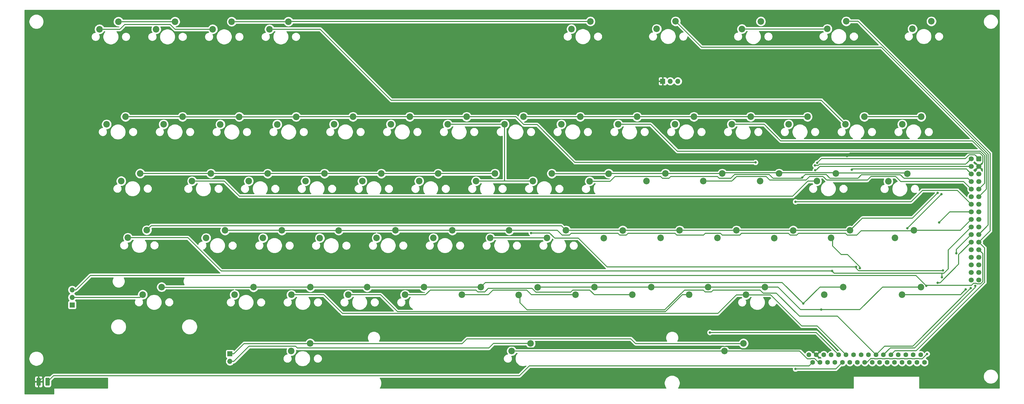
<source format=gtl>
%TF.GenerationSoftware,KiCad,Pcbnew,5.1.9+dfsg1-1~bpo10+1*%
%TF.CreationDate,2021-03-26T13:46:26+01:00*%
%TF.ProjectId,A130XE_KB_MX,41313330-5845-45f4-9b42-5f4d582e6b69,2.0*%
%TF.SameCoordinates,Original*%
%TF.FileFunction,Copper,L1,Top*%
%TF.FilePolarity,Positive*%
%FSLAX46Y46*%
G04 Gerber Fmt 4.6, Leading zero omitted, Abs format (unit mm)*
G04 Created by KiCad (PCBNEW 5.1.9+dfsg1-1~bpo10+1) date 2021-03-26 13:46:26*
%MOMM*%
%LPD*%
G01*
G04 APERTURE LIST*
%TA.AperFunction,ComponentPad*%
%ADD10C,2.200000*%
%TD*%
%TA.AperFunction,ComponentPad*%
%ADD11R,1.700000X1.700000*%
%TD*%
%TA.AperFunction,ComponentPad*%
%ADD12O,1.700000X1.700000*%
%TD*%
%TA.AperFunction,ComponentPad*%
%ADD13C,1.600000*%
%TD*%
%TA.AperFunction,ComponentPad*%
%ADD14C,1.700000*%
%TD*%
%TA.AperFunction,ViaPad*%
%ADD15C,0.800000*%
%TD*%
%TA.AperFunction,Conductor*%
%ADD16C,0.300000*%
%TD*%
%TA.AperFunction,Conductor*%
%ADD17C,0.254000*%
%TD*%
%TA.AperFunction,Conductor*%
%ADD18C,0.100000*%
%TD*%
G04 APERTURE END LIST*
D10*
X94000000Y-179000000D03*
X87650000Y-181540000D03*
X130150000Y-92540000D03*
X136500000Y-90000000D03*
X111150000Y-92540000D03*
X117500000Y-90000000D03*
X342250000Y-181540000D03*
X348600000Y-179000000D03*
X348650000Y-121900000D03*
X342300000Y-124440000D03*
X323250000Y-124440000D03*
X329600000Y-121900000D03*
X310550000Y-121900000D03*
X304200000Y-124440000D03*
X285150000Y-124440000D03*
X291500000Y-121900000D03*
X272450000Y-121900000D03*
X266100000Y-124440000D03*
X247050000Y-124440000D03*
X253400000Y-121900000D03*
X234350000Y-121900000D03*
X228000000Y-124440000D03*
X208950000Y-124440000D03*
X215300000Y-121900000D03*
X98500000Y-90000000D03*
X92150000Y-92540000D03*
X277200000Y-179050000D03*
X270850000Y-181590000D03*
X75550000Y-124440000D03*
X81900000Y-121900000D03*
X286750000Y-160000000D03*
X280400000Y-162540000D03*
X123200000Y-143490000D03*
X129550000Y-140950000D03*
X134350000Y-160000000D03*
X128000000Y-162540000D03*
X137500000Y-181590000D03*
X143850000Y-179050000D03*
X305750000Y-160050000D03*
X299400000Y-162590000D03*
X94650000Y-124440000D03*
X101000000Y-121900000D03*
X320050000Y-140950000D03*
X313700000Y-143490000D03*
X104200000Y-143490000D03*
X110550000Y-140950000D03*
X115250000Y-160000000D03*
X108900000Y-162540000D03*
X289900000Y-181590000D03*
X296250000Y-179050000D03*
X301000000Y-140950000D03*
X294650000Y-143490000D03*
X118450000Y-181590000D03*
X124800000Y-179050000D03*
X324850000Y-160000000D03*
X318500000Y-162540000D03*
X262900000Y-140950000D03*
X256550000Y-143490000D03*
X166100000Y-162540000D03*
X172450000Y-160000000D03*
X239100000Y-179050000D03*
X232750000Y-181590000D03*
X175600000Y-181590000D03*
X181950000Y-179050000D03*
X267700000Y-160000000D03*
X261350000Y-162540000D03*
X132750000Y-124460000D03*
X139100000Y-121920000D03*
X281950000Y-140950000D03*
X275600000Y-143490000D03*
X142250000Y-143490000D03*
X148600000Y-140950000D03*
X153390000Y-160020000D03*
X147040000Y-162560000D03*
X251800000Y-181590000D03*
X258150000Y-179050000D03*
X162900000Y-179050000D03*
X156550000Y-181590000D03*
X113690000Y-124460000D03*
X120040000Y-121920000D03*
X167650000Y-140950000D03*
X161300000Y-143490000D03*
X151800000Y-124440000D03*
X158150000Y-121900000D03*
X248620000Y-160020000D03*
X242270000Y-162560000D03*
X194650000Y-181590000D03*
X201000000Y-179050000D03*
X191500000Y-160000000D03*
X185150000Y-162540000D03*
X180350000Y-143490000D03*
X186700000Y-140950000D03*
X243870000Y-140970000D03*
X237520000Y-143510000D03*
X170850000Y-124440000D03*
X177200000Y-121900000D03*
X229600000Y-160000000D03*
X223250000Y-162540000D03*
X213700000Y-181640000D03*
X220050000Y-179100000D03*
X210550000Y-160000000D03*
X204200000Y-162540000D03*
X199400000Y-143490000D03*
X205750000Y-140950000D03*
X224800000Y-140950000D03*
X218450000Y-143490000D03*
X73150000Y-92540000D03*
X79500000Y-90000000D03*
X196250000Y-121900000D03*
X189900000Y-124440000D03*
X282750000Y-200440000D03*
X289100000Y-197900000D03*
X346250000Y-160000000D03*
X339900000Y-162540000D03*
X317190000Y-92430000D03*
X323540000Y-89890000D03*
X237750000Y-89920000D03*
X231400000Y-92460000D03*
X259990000Y-92430000D03*
X266340000Y-89890000D03*
X352090000Y-89890000D03*
X345740000Y-92430000D03*
X294890000Y-89920000D03*
X288540000Y-92460000D03*
X80440000Y-143460000D03*
X86790000Y-140920000D03*
X344000000Y-141000000D03*
X337650000Y-143540000D03*
X316150000Y-181540000D03*
X322500000Y-179000000D03*
X89040000Y-159920000D03*
X82690000Y-162460000D03*
X217700000Y-197900000D03*
X211350000Y-200440000D03*
%TA.AperFunction,SMDPad,CuDef*%
G36*
G01*
X52062500Y-211825000D02*
X52062500Y-209675000D01*
G75*
G02*
X52312500Y-209425000I250000J0D01*
G01*
X53237500Y-209425000D01*
G75*
G02*
X53487500Y-209675000I0J-250000D01*
G01*
X53487500Y-211825000D01*
G75*
G02*
X53237500Y-212075000I-250000J0D01*
G01*
X52312500Y-212075000D01*
G75*
G02*
X52062500Y-211825000I0J250000D01*
G01*
G37*
%TD.AperFunction*%
%TA.AperFunction,SMDPad,CuDef*%
G36*
G01*
X55037500Y-211825000D02*
X55037500Y-209675000D01*
G75*
G02*
X55287500Y-209425000I250000J0D01*
G01*
X56212500Y-209425000D01*
G75*
G02*
X56462500Y-209675000I0J-250000D01*
G01*
X56462500Y-211825000D01*
G75*
G02*
X56212500Y-212075000I-250000J0D01*
G01*
X55287500Y-212075000D01*
G75*
G02*
X55037500Y-211825000I0J250000D01*
G01*
G37*
%TD.AperFunction*%
D11*
X116900000Y-201400000D03*
D12*
X116900000Y-203940000D03*
D10*
X143800000Y-197900000D03*
X137450000Y-200440000D03*
D11*
X64000000Y-185000000D03*
D12*
X64000000Y-182460000D03*
X64000000Y-179920000D03*
X267080000Y-110000000D03*
X264540000Y-110000000D03*
D11*
X262000000Y-110000000D03*
D13*
X311000000Y-201750000D03*
X312250000Y-204250000D03*
X313500000Y-201750000D03*
X314750000Y-204250000D03*
X316000000Y-201750000D03*
X317250000Y-204250000D03*
X318500000Y-201750000D03*
X319750000Y-204250000D03*
X321000000Y-201750000D03*
X322250000Y-204250000D03*
X323500000Y-201750000D03*
X324750000Y-204250000D03*
X326000000Y-201750000D03*
X327250000Y-204250000D03*
X328500000Y-201750000D03*
X329750000Y-204250000D03*
X331000000Y-201750000D03*
X332250000Y-204250000D03*
X333500000Y-201750000D03*
X334750000Y-204250000D03*
X336000000Y-201750000D03*
X337250000Y-204250000D03*
X338500000Y-201750000D03*
X339750000Y-204250000D03*
X341000000Y-201750000D03*
X342250000Y-204250000D03*
X343500000Y-201750000D03*
X344750000Y-204250000D03*
X346000000Y-201750000D03*
X347250000Y-204250000D03*
X348500000Y-201750000D03*
X349750000Y-204250000D03*
%TA.AperFunction,ComponentPad*%
G36*
G01*
X368850000Y-135400000D02*
X368850000Y-136600000D01*
G75*
G02*
X368600000Y-136850000I-250000J0D01*
G01*
X367400000Y-136850000D01*
G75*
G02*
X367150000Y-136600000I0J250000D01*
G01*
X367150000Y-135400000D01*
G75*
G02*
X367400000Y-135150000I250000J0D01*
G01*
X368600000Y-135150000D01*
G75*
G02*
X368850000Y-135400000I0J-250000D01*
G01*
G37*
%TD.AperFunction*%
D14*
X368000000Y-138540000D03*
X368000000Y-141080000D03*
X368000000Y-143620000D03*
X368000000Y-146160000D03*
X368000000Y-148700000D03*
X368000000Y-151240000D03*
X368000000Y-153780000D03*
X368000000Y-156320000D03*
X368000000Y-158860000D03*
X368000000Y-161400000D03*
X368000000Y-163940000D03*
X368000000Y-166480000D03*
X368000000Y-169020000D03*
X368000000Y-171560000D03*
X368000000Y-174100000D03*
X368000000Y-176640000D03*
X365460000Y-136000000D03*
X365460000Y-138540000D03*
X365460000Y-141080000D03*
X365460000Y-143620000D03*
X365460000Y-146160000D03*
X365460000Y-148700000D03*
X365460000Y-151240000D03*
X365460000Y-153780000D03*
X365460000Y-156320000D03*
X365460000Y-158860000D03*
X365460000Y-161400000D03*
X365460000Y-163940000D03*
X365460000Y-166480000D03*
X365460000Y-169020000D03*
X365460000Y-171560000D03*
X365460000Y-174100000D03*
X365460000Y-176640000D03*
D15*
X323830500Y-135053600D03*
X313826000Y-137360400D03*
X313136000Y-139849700D03*
X344059400Y-159301700D03*
X355433100Y-147899100D03*
X315129200Y-186583900D03*
X325399700Y-139624900D03*
X309131800Y-184564500D03*
X354194700Y-147436800D03*
X308850200Y-142243800D03*
X277821900Y-194233100D03*
X306504000Y-206462800D03*
X293106900Y-137205200D03*
X306505500Y-150386200D03*
X355982000Y-173443200D03*
X217902200Y-160888700D03*
X326857900Y-172258900D03*
X350675200Y-201433400D03*
X354717100Y-157344500D03*
X363596300Y-179810500D03*
X328109800Y-172633700D03*
X365270400Y-179402400D03*
X355602200Y-175754800D03*
X318786800Y-173638400D03*
X366799800Y-178641100D03*
X360433200Y-167661600D03*
X354156200Y-177580900D03*
X350421200Y-178628400D03*
X313084400Y-138210700D03*
D16*
X323830500Y-135053600D02*
X324799100Y-134085000D01*
X324799100Y-134085000D02*
X368293900Y-134085000D01*
X368293900Y-134085000D02*
X369320100Y-135111200D01*
X369320100Y-135111200D02*
X369320100Y-137219900D01*
X369320100Y-137219900D02*
X368000000Y-138540000D01*
X313500000Y-201750000D02*
X311589600Y-199839600D01*
X311589600Y-199839600D02*
X288499600Y-199839600D01*
X288499600Y-199839600D02*
X287549600Y-198889600D01*
X287549600Y-198889600D02*
X250805800Y-198889600D01*
X250805800Y-198889600D02*
X250245000Y-199450400D01*
X250245000Y-199450400D02*
X213385900Y-199450400D01*
X213385900Y-199450400D02*
X212792100Y-198856600D01*
X212792100Y-198856600D02*
X208423400Y-198856600D01*
X208423400Y-198856600D02*
X200437700Y-206842300D01*
X200437700Y-206842300D02*
X56682700Y-206842300D01*
X56682700Y-206842300D02*
X52775000Y-210750000D01*
X368000000Y-136000000D02*
X366685400Y-134685400D01*
X366685400Y-134685400D02*
X364743600Y-134685400D01*
X364743600Y-134685400D02*
X363525000Y-135904000D01*
X363525000Y-135904000D02*
X315282400Y-135904000D01*
X315282400Y-135904000D02*
X313826000Y-137360400D01*
X313136000Y-139849700D02*
X313388100Y-139849700D01*
X313388100Y-139849700D02*
X314697800Y-138540000D01*
X314697800Y-138540000D02*
X365460000Y-138540000D01*
X282750000Y-200440000D02*
X211350000Y-200440000D01*
X314750000Y-204250000D02*
X314231700Y-204250000D01*
X314231700Y-204250000D02*
X312934900Y-202953200D01*
X312934900Y-202953200D02*
X311778500Y-202953200D01*
X311778500Y-202953200D02*
X311692400Y-203039300D01*
X311692400Y-203039300D02*
X310505900Y-203039300D01*
X310505900Y-203039300D02*
X307906600Y-200440000D01*
X307906600Y-200440000D02*
X282750000Y-200440000D01*
X204200000Y-162540000D02*
X223250000Y-162540000D01*
X355433100Y-147899100D02*
X344059400Y-159272800D01*
X344059400Y-159272800D02*
X344059400Y-159301700D01*
X217700000Y-197900000D02*
X205288700Y-197900000D01*
X205288700Y-197900000D02*
X203738300Y-199450400D01*
X203738300Y-199450400D02*
X139485900Y-199450400D01*
X139485900Y-199450400D02*
X138892100Y-198856600D01*
X138892100Y-198856600D02*
X123283700Y-198856600D01*
X123283700Y-198856600D02*
X118200300Y-203940000D01*
X315129200Y-186583900D02*
X308221600Y-186583900D01*
X308221600Y-186583900D02*
X300687700Y-179050000D01*
X300687700Y-179050000D02*
X296250000Y-179050000D01*
X348600000Y-179000000D02*
X335703500Y-179000000D01*
X335703500Y-179000000D02*
X328119600Y-186583900D01*
X328119600Y-186583900D02*
X315129200Y-186583900D01*
X296250000Y-179050000D02*
X277200000Y-179050000D01*
X116900000Y-203940000D02*
X118200300Y-203940000D01*
X258150000Y-179050000D02*
X277200000Y-179050000D01*
X239100000Y-179050000D02*
X258150000Y-179050000D01*
X220050000Y-179100000D02*
X220100000Y-179050000D01*
X220100000Y-179050000D02*
X239100000Y-179050000D01*
X201000000Y-179050000D02*
X181950000Y-179050000D01*
X309131800Y-184564500D02*
X302037400Y-177470100D01*
X302037400Y-177470100D02*
X202579900Y-177470100D01*
X202579900Y-177470100D02*
X201000000Y-179050000D01*
X365460000Y-141080000D02*
X363823200Y-139443200D01*
X363823200Y-139443200D02*
X325581400Y-139443200D01*
X325581400Y-139443200D02*
X325399700Y-139624900D01*
X322500000Y-179000000D02*
X314696300Y-179000000D01*
X314696300Y-179000000D02*
X309131800Y-184564500D01*
X124800000Y-179050000D02*
X124775500Y-179074500D01*
X124775500Y-179074500D02*
X94074500Y-179074500D01*
X94074500Y-179074500D02*
X94000000Y-179000000D01*
X143850000Y-179050000D02*
X124800000Y-179050000D01*
X117500000Y-90000000D02*
X136500000Y-90000000D01*
X181950000Y-179050000D02*
X162900000Y-179050000D01*
X162900000Y-179050000D02*
X143850000Y-179050000D01*
X237750000Y-89920000D02*
X136580000Y-89920000D01*
X136580000Y-89920000D02*
X136500000Y-90000000D01*
X354194700Y-147436800D02*
X345746200Y-155885300D01*
X345746200Y-155885300D02*
X328964700Y-155885300D01*
X328964700Y-155885300D02*
X324850000Y-160000000D01*
X267700000Y-160000000D02*
X248640000Y-160000000D01*
X248640000Y-160000000D02*
X248620000Y-160020000D01*
X286750000Y-160000000D02*
X267700000Y-160000000D01*
X229600000Y-160000000D02*
X228030200Y-158430200D01*
X228030200Y-158430200D02*
X90529800Y-158430200D01*
X90529800Y-158430200D02*
X89040000Y-159920000D01*
X248620000Y-160020000D02*
X248600000Y-160000000D01*
X248600000Y-160000000D02*
X229600000Y-160000000D01*
X324850000Y-160000000D02*
X305800000Y-160000000D01*
X305800000Y-160000000D02*
X305750000Y-160050000D01*
X286750000Y-160000000D02*
X305700000Y-160000000D01*
X305700000Y-160000000D02*
X305750000Y-160050000D01*
X98500000Y-90000000D02*
X79500000Y-90000000D01*
X308850200Y-142243800D02*
X309793700Y-141300300D01*
X309793700Y-141300300D02*
X316859900Y-141300300D01*
X316859900Y-141300300D02*
X318073000Y-142513400D01*
X318073000Y-142513400D02*
X327502400Y-142513400D01*
X327502400Y-142513400D02*
X328659200Y-141356600D01*
X328659200Y-141356600D02*
X341698200Y-141356600D01*
X341698200Y-141356600D02*
X342894800Y-142553200D01*
X342894800Y-142553200D02*
X364393200Y-142553200D01*
X364393200Y-142553200D02*
X365460000Y-143620000D01*
X237520000Y-143510000D02*
X244396600Y-143510000D01*
X244396600Y-143510000D02*
X245998800Y-141907800D01*
X245998800Y-141907800D02*
X261317800Y-141907800D01*
X261317800Y-141907800D02*
X261913400Y-142503400D01*
X261913400Y-142503400D02*
X264065800Y-142503400D01*
X264065800Y-142503400D02*
X264662600Y-141906600D01*
X264662600Y-141906600D02*
X280366600Y-141906600D01*
X280366600Y-141906600D02*
X280993300Y-142533300D01*
X280993300Y-142533300D02*
X284850300Y-142533300D01*
X284850300Y-142533300D02*
X286084000Y-141299600D01*
X286084000Y-141299600D02*
X297759000Y-141299600D01*
X297759000Y-141299600D02*
X298971600Y-142512200D01*
X298971600Y-142512200D02*
X308581800Y-142512200D01*
X308581800Y-142512200D02*
X308850200Y-142243800D01*
X232750000Y-181590000D02*
X217970800Y-181590000D01*
X217970800Y-181590000D02*
X216453900Y-180073100D01*
X216453900Y-180073100D02*
X205057200Y-180073100D01*
X205057200Y-180073100D02*
X203540300Y-181590000D01*
X203540300Y-181590000D02*
X194650000Y-181590000D01*
X321000000Y-201750000D02*
X313483100Y-194233100D01*
X313483100Y-194233100D02*
X277821900Y-194233100D01*
X247050000Y-124440000D02*
X257902000Y-124440000D01*
X257902000Y-124440000D02*
X266903700Y-133441700D01*
X266903700Y-133441700D02*
X368499800Y-133441700D01*
X368499800Y-133441700D02*
X369939100Y-134881000D01*
X369939100Y-134881000D02*
X369939100Y-144220900D01*
X369939100Y-144220900D02*
X368000000Y-146160000D01*
X251800000Y-181590000D02*
X239100000Y-181590000D01*
X239100000Y-181590000D02*
X237535400Y-180025400D01*
X237535400Y-180025400D02*
X231824600Y-180025400D01*
X231824600Y-180025400D02*
X231161700Y-180688300D01*
X231161700Y-180688300D02*
X219445700Y-180688300D01*
X219445700Y-180688300D02*
X218230100Y-179472700D01*
X218230100Y-179472700D02*
X203507100Y-179472700D01*
X203507100Y-179472700D02*
X202346500Y-180633300D01*
X202346500Y-180633300D02*
X200043300Y-180633300D01*
X200043300Y-180633300D02*
X199416600Y-180006600D01*
X199416600Y-180006600D02*
X184060000Y-180006600D01*
X184060000Y-180006600D02*
X182476600Y-181590000D01*
X182476600Y-181590000D02*
X175600000Y-181590000D01*
X306504000Y-206462800D02*
X320037200Y-206462800D01*
X320037200Y-206462800D02*
X322250000Y-204250000D01*
X365460000Y-146160000D02*
X362929600Y-143629600D01*
X362929600Y-143629600D02*
X341827500Y-143629600D01*
X341827500Y-143629600D02*
X340154900Y-141957000D01*
X340154900Y-141957000D02*
X331808000Y-141957000D01*
X331808000Y-141957000D02*
X330618200Y-143146800D01*
X330618200Y-143146800D02*
X317003700Y-143146800D01*
X317003700Y-143146800D02*
X315792000Y-141935100D01*
X315792000Y-141935100D02*
X311293300Y-141935100D01*
X311293300Y-141935100D02*
X310082000Y-143146400D01*
X310082000Y-143146400D02*
X297928200Y-143146400D01*
X297928200Y-143146400D02*
X296681800Y-141900000D01*
X296681800Y-141900000D02*
X286781000Y-141900000D01*
X286781000Y-141900000D02*
X285191000Y-143490000D01*
X285191000Y-143490000D02*
X275600000Y-143490000D01*
X270850000Y-181590000D02*
X268580800Y-181590000D01*
X268580800Y-181590000D02*
X262929300Y-187241500D01*
X262929300Y-187241500D02*
X173053500Y-187241500D01*
X173053500Y-187241500D02*
X167402000Y-181590000D01*
X167402000Y-181590000D02*
X156550000Y-181590000D01*
X368000000Y-148700000D02*
X370558700Y-146141300D01*
X370558700Y-146141300D02*
X370558700Y-134651500D01*
X370558700Y-134651500D02*
X365890900Y-129983700D01*
X365890900Y-129983700D02*
X301545700Y-129983700D01*
X301545700Y-129983700D02*
X296002000Y-124440000D01*
X296002000Y-124440000D02*
X285150000Y-124440000D01*
X289900000Y-181652000D02*
X286720000Y-181652000D01*
X286720000Y-181652000D02*
X280519400Y-187852600D01*
X280519400Y-187852600D02*
X154614600Y-187852600D01*
X154614600Y-187852600D02*
X148352000Y-181590000D01*
X148352000Y-181590000D02*
X137500000Y-181590000D01*
X323500000Y-201750000D02*
X313827400Y-192077400D01*
X313827400Y-192077400D02*
X308647600Y-192077400D01*
X308647600Y-192077400D02*
X298222200Y-181652000D01*
X298222200Y-181652000D02*
X289900000Y-181652000D01*
X289900000Y-181590000D02*
X289900000Y-181652000D01*
X301000000Y-140950000D02*
X300749300Y-140699300D01*
X300749300Y-140699300D02*
X282200700Y-140699300D01*
X282200700Y-140699300D02*
X281950000Y-140950000D01*
X301000000Y-140950000D02*
X301250000Y-140700000D01*
X301250000Y-140700000D02*
X319800000Y-140700000D01*
X319800000Y-140700000D02*
X320050000Y-140950000D01*
X281950000Y-140950000D02*
X262900000Y-140950000D01*
X344000000Y-141000000D02*
X343751500Y-140751500D01*
X343751500Y-140751500D02*
X320248500Y-140751500D01*
X320248500Y-140751500D02*
X320050000Y-140950000D01*
X262900000Y-140950000D02*
X243890000Y-140950000D01*
X243890000Y-140950000D02*
X243870000Y-140970000D01*
X224800000Y-140950000D02*
X224820000Y-140970000D01*
X224820000Y-140970000D02*
X243870000Y-140970000D01*
X329600000Y-121900000D02*
X348650000Y-121900000D01*
X272450000Y-121900000D02*
X253400000Y-121900000D01*
X291500000Y-121900000D02*
X272450000Y-121900000D01*
X310550000Y-121900000D02*
X291500000Y-121900000D01*
X215300000Y-121900000D02*
X234350000Y-121900000D01*
X234350000Y-121900000D02*
X253400000Y-121900000D01*
X365460000Y-151240000D02*
X360806500Y-146586500D01*
X360806500Y-146586500D02*
X349074600Y-146586500D01*
X349074600Y-146586500D02*
X345274900Y-150386200D01*
X345274900Y-150386200D02*
X306505500Y-150386200D01*
X196250000Y-121900000D02*
X212760000Y-121900000D01*
X212760000Y-121900000D02*
X215389600Y-124529600D01*
X215389600Y-124529600D02*
X219891600Y-124529600D01*
X219891600Y-124529600D02*
X232567200Y-137205200D01*
X232567200Y-137205200D02*
X293106900Y-137205200D01*
X101000000Y-121900000D02*
X81900000Y-121900000D01*
X120040000Y-121920000D02*
X101020000Y-121920000D01*
X101020000Y-121920000D02*
X101000000Y-121900000D01*
X177200000Y-121900000D02*
X196250000Y-121900000D01*
X139100000Y-121920000D02*
X120040000Y-121920000D01*
X158150000Y-121900000D02*
X139120000Y-121900000D01*
X139120000Y-121900000D02*
X139100000Y-121920000D01*
X177200000Y-121900000D02*
X158150000Y-121900000D01*
X355982000Y-173443200D02*
X355904400Y-173520800D01*
X355904400Y-173520800D02*
X327722900Y-173520800D01*
X327722900Y-173520800D02*
X326857900Y-172655800D01*
X326857900Y-172655800D02*
X326857900Y-172258900D01*
X217902200Y-160888700D02*
X217902200Y-160888800D01*
X217902200Y-160888800D02*
X224099000Y-160888800D01*
X224099000Y-160888800D02*
X225814200Y-162604000D01*
X225814200Y-162604000D02*
X233677400Y-162604000D01*
X233677400Y-162604000D02*
X243332300Y-172258900D01*
X243332300Y-172258900D02*
X326857900Y-172258900D01*
X205750000Y-140950000D02*
X186700000Y-140950000D01*
X110550000Y-140950000D02*
X110520000Y-140920000D01*
X110520000Y-140920000D02*
X86790000Y-140920000D01*
X110550000Y-140950000D02*
X129550000Y-140950000D01*
X148600000Y-140950000D02*
X129550000Y-140950000D01*
X167650000Y-140950000D02*
X148600000Y-140950000D01*
X186700000Y-140950000D02*
X167650000Y-140950000D01*
X350675200Y-201433400D02*
X349042200Y-203066400D01*
X349042200Y-203066400D02*
X348048100Y-203066400D01*
X348048100Y-203066400D02*
X347948500Y-202966800D01*
X347948500Y-202966800D02*
X346764900Y-202966800D01*
X346764900Y-202966800D02*
X346681900Y-203049800D01*
X346681900Y-203049800D02*
X345531500Y-203049800D01*
X345531500Y-203049800D02*
X345440200Y-202958500D01*
X345440200Y-202958500D02*
X344273200Y-202958500D01*
X344273200Y-202958500D02*
X344186100Y-203045600D01*
X344186100Y-203045600D02*
X343027300Y-203045600D01*
X343027300Y-203045600D02*
X342938100Y-202956400D01*
X342938100Y-202956400D02*
X341775300Y-202956400D01*
X341775300Y-202956400D02*
X341687100Y-203044600D01*
X341687100Y-203044600D02*
X340526300Y-203044600D01*
X340526300Y-203044600D02*
X340437600Y-202955900D01*
X340437600Y-202955900D02*
X339275800Y-202955900D01*
X339275800Y-202955900D02*
X339187400Y-203044300D01*
X339187400Y-203044300D02*
X338026000Y-203044300D01*
X338026000Y-203044300D02*
X337937400Y-202955700D01*
X337937400Y-202955700D02*
X336776000Y-202955700D01*
X336776000Y-202955700D02*
X336687500Y-203044200D01*
X336687500Y-203044200D02*
X335525900Y-203044200D01*
X335525900Y-203044200D02*
X335437400Y-202955700D01*
X335437400Y-202955700D02*
X334276000Y-202955700D01*
X334276000Y-202955700D02*
X334187500Y-203044200D01*
X334187500Y-203044200D02*
X333025900Y-203044200D01*
X333025900Y-203044200D02*
X332937400Y-202955700D01*
X332937400Y-202955700D02*
X331776000Y-202955700D01*
X331776000Y-202955700D02*
X330481700Y-204250000D01*
X330481700Y-204250000D02*
X329750000Y-204250000D01*
X365460000Y-153780000D02*
X358281600Y-153780000D01*
X358281600Y-153780000D02*
X354717100Y-157344500D01*
X323250000Y-124440000D02*
X315167900Y-116357900D01*
X315167900Y-116357900D02*
X171002000Y-116357900D01*
X171002000Y-116357900D02*
X147184100Y-92540000D01*
X147184100Y-92540000D02*
X130150000Y-92540000D01*
X313700000Y-143490000D02*
X310645500Y-143490000D01*
X310645500Y-143490000D02*
X305625800Y-148509700D01*
X305625800Y-148509700D02*
X120055000Y-148509700D01*
X120055000Y-148509700D02*
X115035300Y-143490000D01*
X115035300Y-143490000D02*
X104200000Y-143490000D01*
X363596300Y-179810500D02*
X361866800Y-181540000D01*
X361866800Y-181540000D02*
X342250000Y-181540000D01*
X328109800Y-172633700D02*
X328109800Y-172241100D01*
X328109800Y-172241100D02*
X323989400Y-168120700D01*
X323989400Y-168120700D02*
X321828500Y-168120700D01*
X321828500Y-168120700D02*
X318956900Y-165249100D01*
X318956900Y-165249100D02*
X318956900Y-162996900D01*
X318956900Y-162996900D02*
X318500000Y-162540000D01*
X210550000Y-160000000D02*
X226708500Y-160000000D01*
X226708500Y-160000000D02*
X228261900Y-161553400D01*
X228261900Y-161553400D02*
X230765800Y-161553400D01*
X230765800Y-161553400D02*
X231362600Y-160956600D01*
X231362600Y-160956600D02*
X247016600Y-160956600D01*
X247016600Y-160956600D02*
X247633400Y-161573400D01*
X247633400Y-161573400D02*
X249785800Y-161573400D01*
X249785800Y-161573400D02*
X250401400Y-160957800D01*
X250401400Y-160957800D02*
X266117800Y-160957800D01*
X266117800Y-160957800D02*
X266713400Y-161553400D01*
X266713400Y-161553400D02*
X275718300Y-161553400D01*
X275718300Y-161553400D02*
X276315100Y-160956600D01*
X276315100Y-160956600D02*
X281405200Y-160956600D01*
X281405200Y-160956600D02*
X282003600Y-161555000D01*
X282003600Y-161555000D02*
X287914200Y-161555000D01*
X287914200Y-161555000D02*
X288439100Y-161030100D01*
X288439100Y-161030100D02*
X304190100Y-161030100D01*
X304190100Y-161030100D02*
X304763400Y-161603400D01*
X304763400Y-161603400D02*
X306915800Y-161603400D01*
X306915800Y-161603400D02*
X307557200Y-160962000D01*
X307557200Y-160962000D02*
X323272000Y-160962000D01*
X323272000Y-160962000D02*
X323874800Y-161564800D01*
X323874800Y-161564800D02*
X327131800Y-161564800D01*
X327131800Y-161564800D02*
X328544600Y-160152000D01*
X328544600Y-160152000D02*
X346098000Y-160152000D01*
X346098000Y-160152000D02*
X346250000Y-160000000D01*
X365460000Y-156320000D02*
X361780000Y-160000000D01*
X361780000Y-160000000D02*
X346250000Y-160000000D01*
X210550000Y-160000000D02*
X191500000Y-160000000D01*
X153390000Y-160020000D02*
X172430000Y-160020000D01*
X172430000Y-160020000D02*
X172450000Y-160000000D01*
X134350000Y-160000000D02*
X134370000Y-160020000D01*
X134370000Y-160020000D02*
X153390000Y-160020000D01*
X115250000Y-160000000D02*
X134350000Y-160000000D01*
X191500000Y-160000000D02*
X172450000Y-160000000D01*
X365270400Y-179402400D02*
X345861300Y-198811500D01*
X345861300Y-198811500D02*
X336438500Y-198811500D01*
X336438500Y-198811500D02*
X333500000Y-201750000D01*
X111150000Y-92540000D02*
X98500000Y-92540000D01*
X98500000Y-92540000D02*
X96916600Y-90956600D01*
X96916600Y-90956600D02*
X81610000Y-90956600D01*
X81610000Y-90956600D02*
X80026600Y-92540000D01*
X80026600Y-92540000D02*
X73150000Y-92540000D01*
X213700000Y-181640000D02*
X214156900Y-182096900D01*
X214156900Y-182096900D02*
X214156900Y-184302700D01*
X214156900Y-184302700D02*
X216495300Y-186641100D01*
X216495300Y-186641100D02*
X262680600Y-186641100D01*
X262680600Y-186641100D02*
X269313900Y-180007800D01*
X269313900Y-180007800D02*
X275617800Y-180007800D01*
X275617800Y-180007800D02*
X276213400Y-180603400D01*
X276213400Y-180603400D02*
X278365800Y-180603400D01*
X278365800Y-180603400D02*
X278962600Y-180006600D01*
X278962600Y-180006600D02*
X294666600Y-180006600D01*
X294666600Y-180006600D02*
X295698300Y-181038300D01*
X295698300Y-181038300D02*
X300093400Y-181038300D01*
X300093400Y-181038300D02*
X307850300Y-188795200D01*
X307850300Y-188795200D02*
X320545200Y-188795200D01*
X320545200Y-188795200D02*
X333500000Y-201750000D01*
X189900000Y-124440000D02*
X208950000Y-124440000D01*
X208982600Y-143490000D02*
X199400000Y-143490000D01*
X218450000Y-143490000D02*
X208982600Y-143490000D01*
X208950000Y-124440000D02*
X208982600Y-124472600D01*
X208982600Y-124472600D02*
X208982600Y-143490000D01*
X355602200Y-174353900D02*
X356301900Y-174353900D01*
X356301900Y-174353900D02*
X357710600Y-172945200D01*
X357710600Y-172945200D02*
X357710600Y-166609400D01*
X357710600Y-166609400D02*
X365460000Y-158860000D01*
X318786800Y-173638400D02*
X319502300Y-174353900D01*
X319502300Y-174353900D02*
X355602200Y-174353900D01*
X355602200Y-174353900D02*
X355602200Y-175754800D01*
X82690000Y-162460000D02*
X102791000Y-162460000D01*
X102791000Y-162460000D02*
X113969400Y-173638400D01*
X113969400Y-173638400D02*
X318786800Y-173638400D01*
X336000000Y-201750000D02*
X338338100Y-199411900D01*
X338338100Y-199411900D02*
X346463400Y-199411900D01*
X346463400Y-199411900D02*
X366799800Y-179075500D01*
X366799800Y-179075500D02*
X366799800Y-178641100D01*
X368000000Y-161400000D02*
X371165000Y-158235000D01*
X371165000Y-158235000D02*
X371165000Y-134406200D01*
X371165000Y-134406200D02*
X335336600Y-98577800D01*
X335336600Y-98577800D02*
X275027800Y-98577800D01*
X275027800Y-98577800D02*
X266340000Y-89890000D01*
X365460000Y-161400000D02*
X360433200Y-166426800D01*
X360433200Y-166426800D02*
X360433200Y-167661600D01*
X368000000Y-163940000D02*
X371815600Y-160124400D01*
X371815600Y-160124400D02*
X371815600Y-134174900D01*
X371815600Y-134174900D02*
X327530700Y-89890000D01*
X327530700Y-89890000D02*
X323540000Y-89890000D01*
X368000000Y-163940000D02*
X369935400Y-165875400D01*
X369935400Y-165875400D02*
X369935400Y-177418000D01*
X369935400Y-177418000D02*
X347012500Y-200340900D01*
X347012500Y-200340900D02*
X339909100Y-200340900D01*
X339909100Y-200340900D02*
X338500000Y-201750000D01*
X365460000Y-163940000D02*
X361259600Y-168140400D01*
X361259600Y-168140400D02*
X361259600Y-171358500D01*
X361259600Y-171358500D02*
X355037200Y-177580900D01*
X355037200Y-177580900D02*
X354156200Y-177580900D01*
X143800000Y-197955400D02*
X194792200Y-197955400D01*
X194792200Y-197955400D02*
X196405800Y-196341800D01*
X196405800Y-196341800D02*
X251323400Y-196341800D01*
X251323400Y-196341800D02*
X252939600Y-197958000D01*
X252939600Y-197958000D02*
X289042000Y-197958000D01*
X289042000Y-197958000D02*
X289100000Y-197900000D01*
X118200300Y-201400000D02*
X121644900Y-197955400D01*
X121644900Y-197955400D02*
X143800000Y-197955400D01*
X143800000Y-197900000D02*
X143800000Y-197955400D01*
X116900000Y-201400000D02*
X118200300Y-201400000D01*
X368000000Y-166480000D02*
X369321600Y-167801600D01*
X369321600Y-167801600D02*
X369321600Y-177169700D01*
X369321600Y-177169700D02*
X368549200Y-177942100D01*
X368549200Y-177942100D02*
X367303300Y-177942100D01*
X367303300Y-177942100D02*
X367152000Y-177790800D01*
X367152000Y-177790800D02*
X366239000Y-177790800D01*
X366239000Y-177790800D02*
X365575500Y-178454300D01*
X365575500Y-178454300D02*
X350595300Y-178454300D01*
X350595300Y-178454300D02*
X350421200Y-178628400D01*
X65300300Y-179920000D02*
X70117300Y-175103000D01*
X70117300Y-175103000D02*
X346895800Y-175103000D01*
X346895800Y-175103000D02*
X350421200Y-178628400D01*
X64000000Y-179920000D02*
X65300300Y-179920000D01*
X64000000Y-182460000D02*
X86730000Y-182460000D01*
X86730000Y-182460000D02*
X87650000Y-181540000D01*
X288540000Y-92460000D02*
X317160000Y-92460000D01*
X317160000Y-92460000D02*
X317190000Y-92430000D01*
X312250000Y-204250000D02*
X311069600Y-205430400D01*
X311069600Y-205430400D02*
X217280500Y-205430400D01*
X217280500Y-205430400D02*
X214000400Y-208710500D01*
X214000400Y-208710500D02*
X57789500Y-208710500D01*
X57789500Y-208710500D02*
X55750000Y-210750000D01*
X313084400Y-138210700D02*
X314178200Y-138210700D01*
X314178200Y-138210700D02*
X314556600Y-137832300D01*
X314556600Y-137832300D02*
X363627700Y-137832300D01*
X363627700Y-137832300D02*
X365460000Y-136000000D01*
D17*
X374873000Y-212873000D02*
X348127000Y-212873000D01*
X348127000Y-209000000D01*
X348124560Y-208975224D01*
X348117333Y-208951399D01*
X348105597Y-208929443D01*
X348089803Y-208910197D01*
X348070557Y-208894403D01*
X348048601Y-208882667D01*
X348024776Y-208875440D01*
X348000000Y-208873000D01*
X326000000Y-208873000D01*
X325975224Y-208875440D01*
X325951399Y-208882667D01*
X325929443Y-208894403D01*
X325910197Y-208910197D01*
X325894403Y-208929443D01*
X325882667Y-208951399D01*
X325875440Y-208975224D01*
X325873000Y-209000000D01*
X325873000Y-212873000D01*
X267224588Y-212873000D01*
X267495107Y-212468141D01*
X267693739Y-211988601D01*
X267795000Y-211479525D01*
X267795000Y-210960475D01*
X267693739Y-210451399D01*
X267495107Y-209971859D01*
X267206738Y-209540285D01*
X266839715Y-209173262D01*
X266408141Y-208884893D01*
X266095153Y-208755249D01*
X369515000Y-208755249D01*
X369515000Y-209244751D01*
X369610497Y-209724848D01*
X369797821Y-210177089D01*
X370069774Y-210584095D01*
X370415905Y-210930226D01*
X370822911Y-211202179D01*
X371275152Y-211389503D01*
X371755249Y-211485000D01*
X372244751Y-211485000D01*
X372724848Y-211389503D01*
X373177089Y-211202179D01*
X373584095Y-210930226D01*
X373930226Y-210584095D01*
X374202179Y-210177089D01*
X374389503Y-209724848D01*
X374485000Y-209244751D01*
X374485000Y-208755249D01*
X374389503Y-208275152D01*
X374202179Y-207822911D01*
X373930226Y-207415905D01*
X373584095Y-207069774D01*
X373177089Y-206797821D01*
X372724848Y-206610497D01*
X372244751Y-206515000D01*
X371755249Y-206515000D01*
X371275152Y-206610497D01*
X370822911Y-206797821D01*
X370415905Y-207069774D01*
X370069774Y-207415905D01*
X369797821Y-207822911D01*
X369610497Y-208275152D01*
X369515000Y-208755249D01*
X266095153Y-208755249D01*
X265928601Y-208686261D01*
X265419525Y-208585000D01*
X264900475Y-208585000D01*
X264391399Y-208686261D01*
X263911859Y-208884893D01*
X263480285Y-209173262D01*
X263113262Y-209540285D01*
X262824893Y-209971859D01*
X262626261Y-210451399D01*
X262525000Y-210960475D01*
X262525000Y-211479525D01*
X262626261Y-211988601D01*
X262824893Y-212468141D01*
X263095412Y-212873000D01*
X167224588Y-212873000D01*
X167495107Y-212468141D01*
X167693739Y-211988601D01*
X167795000Y-211479525D01*
X167795000Y-210960475D01*
X167693739Y-210451399D01*
X167495107Y-209971859D01*
X167206738Y-209540285D01*
X167161953Y-209495500D01*
X213961847Y-209495500D01*
X214000400Y-209499297D01*
X214038953Y-209495500D01*
X214038961Y-209495500D01*
X214154287Y-209484141D01*
X214302260Y-209439254D01*
X214438633Y-209366362D01*
X214558164Y-209268264D01*
X214582747Y-209238310D01*
X217605658Y-206215400D01*
X305497934Y-206215400D01*
X305469000Y-206360861D01*
X305469000Y-206564739D01*
X305508774Y-206764698D01*
X305586795Y-206953056D01*
X305700063Y-207122574D01*
X305844226Y-207266737D01*
X306013744Y-207380005D01*
X306202102Y-207458026D01*
X306402061Y-207497800D01*
X306605939Y-207497800D01*
X306805898Y-207458026D01*
X306994256Y-207380005D01*
X307163774Y-207266737D01*
X307182711Y-207247800D01*
X319998647Y-207247800D01*
X320037200Y-207251597D01*
X320075753Y-207247800D01*
X320075761Y-207247800D01*
X320191087Y-207236441D01*
X320339060Y-207191554D01*
X320475433Y-207118662D01*
X320594964Y-207020564D01*
X320619547Y-206990610D01*
X321955603Y-205654554D01*
X322108665Y-205685000D01*
X322391335Y-205685000D01*
X322668574Y-205629853D01*
X322929727Y-205521680D01*
X323164759Y-205364637D01*
X323364637Y-205164759D01*
X323500000Y-204962173D01*
X323635363Y-205164759D01*
X323835241Y-205364637D01*
X324070273Y-205521680D01*
X324331426Y-205629853D01*
X324608665Y-205685000D01*
X324891335Y-205685000D01*
X325168574Y-205629853D01*
X325429727Y-205521680D01*
X325664759Y-205364637D01*
X325864637Y-205164759D01*
X326000000Y-204962173D01*
X326135363Y-205164759D01*
X326335241Y-205364637D01*
X326570273Y-205521680D01*
X326831426Y-205629853D01*
X327108665Y-205685000D01*
X327391335Y-205685000D01*
X327668574Y-205629853D01*
X327929727Y-205521680D01*
X328164759Y-205364637D01*
X328364637Y-205164759D01*
X328500000Y-204962173D01*
X328635363Y-205164759D01*
X328835241Y-205364637D01*
X329070273Y-205521680D01*
X329331426Y-205629853D01*
X329608665Y-205685000D01*
X329891335Y-205685000D01*
X330168574Y-205629853D01*
X330429727Y-205521680D01*
X330664759Y-205364637D01*
X330864637Y-205164759D01*
X331000000Y-204962173D01*
X331135363Y-205164759D01*
X331335241Y-205364637D01*
X331570273Y-205521680D01*
X331831426Y-205629853D01*
X332108665Y-205685000D01*
X332391335Y-205685000D01*
X332668574Y-205629853D01*
X332929727Y-205521680D01*
X333164759Y-205364637D01*
X333364637Y-205164759D01*
X333500000Y-204962173D01*
X333635363Y-205164759D01*
X333835241Y-205364637D01*
X334070273Y-205521680D01*
X334331426Y-205629853D01*
X334608665Y-205685000D01*
X334891335Y-205685000D01*
X335168574Y-205629853D01*
X335429727Y-205521680D01*
X335664759Y-205364637D01*
X335864637Y-205164759D01*
X336000000Y-204962173D01*
X336135363Y-205164759D01*
X336335241Y-205364637D01*
X336570273Y-205521680D01*
X336831426Y-205629853D01*
X337108665Y-205685000D01*
X337391335Y-205685000D01*
X337668574Y-205629853D01*
X337929727Y-205521680D01*
X338164759Y-205364637D01*
X338364637Y-205164759D01*
X338500000Y-204962173D01*
X338635363Y-205164759D01*
X338835241Y-205364637D01*
X339070273Y-205521680D01*
X339331426Y-205629853D01*
X339608665Y-205685000D01*
X339891335Y-205685000D01*
X340168574Y-205629853D01*
X340429727Y-205521680D01*
X340664759Y-205364637D01*
X340864637Y-205164759D01*
X341000000Y-204962173D01*
X341135363Y-205164759D01*
X341335241Y-205364637D01*
X341570273Y-205521680D01*
X341831426Y-205629853D01*
X342108665Y-205685000D01*
X342391335Y-205685000D01*
X342668574Y-205629853D01*
X342929727Y-205521680D01*
X343164759Y-205364637D01*
X343364637Y-205164759D01*
X343500000Y-204962173D01*
X343635363Y-205164759D01*
X343835241Y-205364637D01*
X344070273Y-205521680D01*
X344331426Y-205629853D01*
X344608665Y-205685000D01*
X344891335Y-205685000D01*
X345168574Y-205629853D01*
X345429727Y-205521680D01*
X345664759Y-205364637D01*
X345864637Y-205164759D01*
X346000000Y-204962173D01*
X346135363Y-205164759D01*
X346335241Y-205364637D01*
X346570273Y-205521680D01*
X346831426Y-205629853D01*
X347108665Y-205685000D01*
X347391335Y-205685000D01*
X347668574Y-205629853D01*
X347929727Y-205521680D01*
X348164759Y-205364637D01*
X348364637Y-205164759D01*
X348500000Y-204962173D01*
X348635363Y-205164759D01*
X348835241Y-205364637D01*
X349070273Y-205521680D01*
X349331426Y-205629853D01*
X349608665Y-205685000D01*
X349891335Y-205685000D01*
X350168574Y-205629853D01*
X350429727Y-205521680D01*
X350664759Y-205364637D01*
X350864637Y-205164759D01*
X351021680Y-204929727D01*
X351129853Y-204668574D01*
X351185000Y-204391335D01*
X351185000Y-204108665D01*
X351129853Y-203831426D01*
X351021680Y-203570273D01*
X350864637Y-203335241D01*
X350664759Y-203135363D01*
X350429727Y-202978320D01*
X350295879Y-202922878D01*
X350750357Y-202468400D01*
X350777139Y-202468400D01*
X350977098Y-202428626D01*
X351165456Y-202350605D01*
X351334974Y-202237337D01*
X351479137Y-202093174D01*
X351592405Y-201923656D01*
X351670426Y-201735298D01*
X351710200Y-201535339D01*
X351710200Y-201331461D01*
X351670426Y-201131502D01*
X351592405Y-200943144D01*
X351479137Y-200773626D01*
X351334974Y-200629463D01*
X351165456Y-200516195D01*
X350977098Y-200438174D01*
X350777139Y-200398400D01*
X350573261Y-200398400D01*
X350373302Y-200438174D01*
X350184944Y-200516195D01*
X350015426Y-200629463D01*
X349871263Y-200773626D01*
X349757995Y-200943144D01*
X349730725Y-201008979D01*
X349614637Y-200835241D01*
X349414759Y-200635363D01*
X349179727Y-200478320D01*
X348918574Y-200370147D01*
X348641335Y-200315000D01*
X348358665Y-200315000D01*
X348096386Y-200367171D01*
X370463216Y-178000342D01*
X370493164Y-177975764D01*
X370518670Y-177944686D01*
X370548505Y-177908332D01*
X370591262Y-177856233D01*
X370664154Y-177719860D01*
X370709041Y-177571887D01*
X370720400Y-177456561D01*
X370720400Y-177456554D01*
X370724197Y-177418001D01*
X370720400Y-177379448D01*
X370720400Y-165913955D01*
X370724197Y-165875400D01*
X370720400Y-165836840D01*
X370720400Y-165836839D01*
X370711970Y-165751246D01*
X370709042Y-165721513D01*
X370664154Y-165573540D01*
X370642682Y-165533368D01*
X370591262Y-165437167D01*
X370541850Y-165376959D01*
X370517745Y-165347587D01*
X370517742Y-165347584D01*
X370493164Y-165317636D01*
X370463217Y-165293059D01*
X369447075Y-164276918D01*
X369485000Y-164086260D01*
X369485000Y-163793740D01*
X369447075Y-163603082D01*
X372343417Y-160706741D01*
X372373364Y-160682164D01*
X372400784Y-160648754D01*
X372434423Y-160607764D01*
X372471462Y-160562633D01*
X372544354Y-160426260D01*
X372589241Y-160278287D01*
X372600600Y-160162961D01*
X372600600Y-160162954D01*
X372604397Y-160124401D01*
X372600600Y-160085848D01*
X372600600Y-134213452D01*
X372604397Y-134174899D01*
X372600600Y-134136346D01*
X372600600Y-134136339D01*
X372589241Y-134021013D01*
X372573619Y-133969512D01*
X372544354Y-133873040D01*
X372531203Y-133848436D01*
X372471462Y-133736667D01*
X372373364Y-133617136D01*
X372343416Y-133592558D01*
X333574598Y-94823740D01*
X342985000Y-94823740D01*
X342985000Y-95116260D01*
X343042068Y-95403158D01*
X343154010Y-95673411D01*
X343316525Y-95916632D01*
X343523368Y-96123475D01*
X343766589Y-96285990D01*
X344036842Y-96397932D01*
X344323740Y-96455000D01*
X344616260Y-96455000D01*
X344903158Y-96397932D01*
X345173411Y-96285990D01*
X345416632Y-96123475D01*
X345623475Y-95916632D01*
X345785990Y-95673411D01*
X345897932Y-95403158D01*
X345955000Y-95116260D01*
X345955000Y-94823740D01*
X345932471Y-94710475D01*
X346915000Y-94710475D01*
X346915000Y-95229525D01*
X347016261Y-95738601D01*
X347214893Y-96218141D01*
X347503262Y-96649715D01*
X347870285Y-97016738D01*
X348301859Y-97305107D01*
X348781399Y-97503739D01*
X349290475Y-97605000D01*
X349809525Y-97605000D01*
X350318601Y-97503739D01*
X350798141Y-97305107D01*
X351229715Y-97016738D01*
X351596738Y-96649715D01*
X351885107Y-96218141D01*
X352083739Y-95738601D01*
X352185000Y-95229525D01*
X352185000Y-94823740D01*
X353145000Y-94823740D01*
X353145000Y-95116260D01*
X353202068Y-95403158D01*
X353314010Y-95673411D01*
X353476525Y-95916632D01*
X353683368Y-96123475D01*
X353926589Y-96285990D01*
X354196842Y-96397932D01*
X354483740Y-96455000D01*
X354776260Y-96455000D01*
X355063158Y-96397932D01*
X355333411Y-96285990D01*
X355576632Y-96123475D01*
X355783475Y-95916632D01*
X355945990Y-95673411D01*
X356057932Y-95403158D01*
X356115000Y-95116260D01*
X356115000Y-94823740D01*
X356057932Y-94536842D01*
X355945990Y-94266589D01*
X355783475Y-94023368D01*
X355576632Y-93816525D01*
X355333411Y-93654010D01*
X355063158Y-93542068D01*
X354776260Y-93485000D01*
X354483740Y-93485000D01*
X354196842Y-93542068D01*
X353926589Y-93654010D01*
X353683368Y-93816525D01*
X353476525Y-94023368D01*
X353314010Y-94266589D01*
X353202068Y-94536842D01*
X353145000Y-94823740D01*
X352185000Y-94823740D01*
X352185000Y-94710475D01*
X352083739Y-94201399D01*
X351885107Y-93721859D01*
X351596738Y-93290285D01*
X351229715Y-92923262D01*
X350798141Y-92634893D01*
X350318601Y-92436261D01*
X349809525Y-92335000D01*
X349290475Y-92335000D01*
X348781399Y-92436261D01*
X348301859Y-92634893D01*
X347870285Y-92923262D01*
X347503262Y-93290285D01*
X347214893Y-93721859D01*
X347016261Y-94201399D01*
X346915000Y-94710475D01*
X345932471Y-94710475D01*
X345897932Y-94536842D01*
X345785990Y-94266589D01*
X345718110Y-94165000D01*
X345910883Y-94165000D01*
X346246081Y-94098325D01*
X346561831Y-93967537D01*
X346845998Y-93777663D01*
X347087663Y-93535998D01*
X347277537Y-93251831D01*
X347408325Y-92936081D01*
X347475000Y-92600883D01*
X347475000Y-92259117D01*
X347408325Y-91923919D01*
X347277537Y-91608169D01*
X347087663Y-91324002D01*
X346845998Y-91082337D01*
X346561831Y-90892463D01*
X346246081Y-90761675D01*
X345910883Y-90695000D01*
X345569117Y-90695000D01*
X345233919Y-90761675D01*
X344918169Y-90892463D01*
X344634002Y-91082337D01*
X344392337Y-91324002D01*
X344202463Y-91608169D01*
X344071675Y-91923919D01*
X344005000Y-92259117D01*
X344005000Y-92600883D01*
X344071675Y-92936081D01*
X344202463Y-93251831D01*
X344358261Y-93485000D01*
X344323740Y-93485000D01*
X344036842Y-93542068D01*
X343766589Y-93654010D01*
X343523368Y-93816525D01*
X343316525Y-94023368D01*
X343154010Y-94266589D01*
X343042068Y-94536842D01*
X342985000Y-94823740D01*
X333574598Y-94823740D01*
X328469975Y-89719117D01*
X350355000Y-89719117D01*
X350355000Y-90060883D01*
X350421675Y-90396081D01*
X350552463Y-90711831D01*
X350742337Y-90995998D01*
X350984002Y-91237663D01*
X351268169Y-91427537D01*
X351583919Y-91558325D01*
X351919117Y-91625000D01*
X352260883Y-91625000D01*
X352596081Y-91558325D01*
X352911831Y-91427537D01*
X353195998Y-91237663D01*
X353437663Y-90995998D01*
X353627537Y-90711831D01*
X353758325Y-90396081D01*
X353825000Y-90060883D01*
X353825000Y-89755249D01*
X369515000Y-89755249D01*
X369515000Y-90244751D01*
X369610497Y-90724848D01*
X369797821Y-91177089D01*
X370069774Y-91584095D01*
X370415905Y-91930226D01*
X370822911Y-92202179D01*
X371275152Y-92389503D01*
X371755249Y-92485000D01*
X372244751Y-92485000D01*
X372724848Y-92389503D01*
X373177089Y-92202179D01*
X373584095Y-91930226D01*
X373930226Y-91584095D01*
X374202179Y-91177089D01*
X374389503Y-90724848D01*
X374485000Y-90244751D01*
X374485000Y-89755249D01*
X374389503Y-89275152D01*
X374202179Y-88822911D01*
X373930226Y-88415905D01*
X373584095Y-88069774D01*
X373177089Y-87797821D01*
X372724848Y-87610497D01*
X372244751Y-87515000D01*
X371755249Y-87515000D01*
X371275152Y-87610497D01*
X370822911Y-87797821D01*
X370415905Y-88069774D01*
X370069774Y-88415905D01*
X369797821Y-88822911D01*
X369610497Y-89275152D01*
X369515000Y-89755249D01*
X353825000Y-89755249D01*
X353825000Y-89719117D01*
X353758325Y-89383919D01*
X353627537Y-89068169D01*
X353437663Y-88784002D01*
X353195998Y-88542337D01*
X352911831Y-88352463D01*
X352596081Y-88221675D01*
X352260883Y-88155000D01*
X351919117Y-88155000D01*
X351583919Y-88221675D01*
X351268169Y-88352463D01*
X350984002Y-88542337D01*
X350742337Y-88784002D01*
X350552463Y-89068169D01*
X350421675Y-89383919D01*
X350355000Y-89719117D01*
X328469975Y-89719117D01*
X328113047Y-89362190D01*
X328088464Y-89332236D01*
X327968933Y-89234138D01*
X327832560Y-89161246D01*
X327684587Y-89116359D01*
X327569261Y-89105000D01*
X327569253Y-89105000D01*
X327530700Y-89101203D01*
X327492147Y-89105000D01*
X325092793Y-89105000D01*
X325077537Y-89068169D01*
X324887663Y-88784002D01*
X324645998Y-88542337D01*
X324361831Y-88352463D01*
X324046081Y-88221675D01*
X323710883Y-88155000D01*
X323369117Y-88155000D01*
X323033919Y-88221675D01*
X322718169Y-88352463D01*
X322434002Y-88542337D01*
X322192337Y-88784002D01*
X322002463Y-89068169D01*
X321871675Y-89383919D01*
X321805000Y-89719117D01*
X321805000Y-90060883D01*
X321871675Y-90396081D01*
X322002463Y-90711831D01*
X322192337Y-90995998D01*
X322434002Y-91237663D01*
X322718169Y-91427537D01*
X323033919Y-91558325D01*
X323369117Y-91625000D01*
X323710883Y-91625000D01*
X324046081Y-91558325D01*
X324361831Y-91427537D01*
X324645998Y-91237663D01*
X324887663Y-90995998D01*
X325077537Y-90711831D01*
X325092793Y-90675000D01*
X327205543Y-90675000D01*
X334323343Y-97792800D01*
X275352957Y-97792800D01*
X272413897Y-94853740D01*
X285785000Y-94853740D01*
X285785000Y-95146260D01*
X285842068Y-95433158D01*
X285954010Y-95703411D01*
X286116525Y-95946632D01*
X286323368Y-96153475D01*
X286566589Y-96315990D01*
X286836842Y-96427932D01*
X287123740Y-96485000D01*
X287416260Y-96485000D01*
X287703158Y-96427932D01*
X287973411Y-96315990D01*
X288216632Y-96153475D01*
X288423475Y-95946632D01*
X288585990Y-95703411D01*
X288697932Y-95433158D01*
X288755000Y-95146260D01*
X288755000Y-94853740D01*
X288697932Y-94566842D01*
X288585990Y-94296589D01*
X288518110Y-94195000D01*
X288710883Y-94195000D01*
X289046081Y-94128325D01*
X289361831Y-93997537D01*
X289645998Y-93807663D01*
X289887663Y-93565998D01*
X290077537Y-93281831D01*
X290092793Y-93245000D01*
X290378547Y-93245000D01*
X290303262Y-93320285D01*
X290014893Y-93751859D01*
X289816261Y-94231399D01*
X289715000Y-94740475D01*
X289715000Y-95259525D01*
X289816261Y-95768601D01*
X290014893Y-96248141D01*
X290303262Y-96679715D01*
X290670285Y-97046738D01*
X291101859Y-97335107D01*
X291581399Y-97533739D01*
X292090475Y-97635000D01*
X292609525Y-97635000D01*
X293118601Y-97533739D01*
X293598141Y-97335107D01*
X294029715Y-97046738D01*
X294396738Y-96679715D01*
X294685107Y-96248141D01*
X294883739Y-95768601D01*
X294985000Y-95259525D01*
X294985000Y-94853740D01*
X295945000Y-94853740D01*
X295945000Y-95146260D01*
X296002068Y-95433158D01*
X296114010Y-95703411D01*
X296276525Y-95946632D01*
X296483368Y-96153475D01*
X296726589Y-96315990D01*
X296996842Y-96427932D01*
X297283740Y-96485000D01*
X297576260Y-96485000D01*
X297863158Y-96427932D01*
X298133411Y-96315990D01*
X298376632Y-96153475D01*
X298583475Y-95946632D01*
X298745990Y-95703411D01*
X298857932Y-95433158D01*
X298915000Y-95146260D01*
X298915000Y-94853740D01*
X298857932Y-94566842D01*
X298745990Y-94296589D01*
X298583475Y-94053368D01*
X298376632Y-93846525D01*
X298133411Y-93684010D01*
X297863158Y-93572068D01*
X297576260Y-93515000D01*
X297283740Y-93515000D01*
X296996842Y-93572068D01*
X296726589Y-93684010D01*
X296483368Y-93846525D01*
X296276525Y-94053368D01*
X296114010Y-94296589D01*
X296002068Y-94566842D01*
X295945000Y-94853740D01*
X294985000Y-94853740D01*
X294985000Y-94740475D01*
X294883739Y-94231399D01*
X294685107Y-93751859D01*
X294396738Y-93320285D01*
X294321453Y-93245000D01*
X315649634Y-93245000D01*
X315652463Y-93251831D01*
X315808261Y-93485000D01*
X315773740Y-93485000D01*
X315486842Y-93542068D01*
X315216589Y-93654010D01*
X314973368Y-93816525D01*
X314766525Y-94023368D01*
X314604010Y-94266589D01*
X314492068Y-94536842D01*
X314435000Y-94823740D01*
X314435000Y-95116260D01*
X314492068Y-95403158D01*
X314604010Y-95673411D01*
X314766525Y-95916632D01*
X314973368Y-96123475D01*
X315216589Y-96285990D01*
X315486842Y-96397932D01*
X315773740Y-96455000D01*
X316066260Y-96455000D01*
X316353158Y-96397932D01*
X316623411Y-96285990D01*
X316866632Y-96123475D01*
X317073475Y-95916632D01*
X317235990Y-95673411D01*
X317347932Y-95403158D01*
X317405000Y-95116260D01*
X317405000Y-94823740D01*
X317382471Y-94710475D01*
X318365000Y-94710475D01*
X318365000Y-95229525D01*
X318466261Y-95738601D01*
X318664893Y-96218141D01*
X318953262Y-96649715D01*
X319320285Y-97016738D01*
X319751859Y-97305107D01*
X320231399Y-97503739D01*
X320740475Y-97605000D01*
X321259525Y-97605000D01*
X321768601Y-97503739D01*
X322248141Y-97305107D01*
X322679715Y-97016738D01*
X323046738Y-96649715D01*
X323335107Y-96218141D01*
X323533739Y-95738601D01*
X323635000Y-95229525D01*
X323635000Y-94823740D01*
X324595000Y-94823740D01*
X324595000Y-95116260D01*
X324652068Y-95403158D01*
X324764010Y-95673411D01*
X324926525Y-95916632D01*
X325133368Y-96123475D01*
X325376589Y-96285990D01*
X325646842Y-96397932D01*
X325933740Y-96455000D01*
X326226260Y-96455000D01*
X326513158Y-96397932D01*
X326783411Y-96285990D01*
X327026632Y-96123475D01*
X327233475Y-95916632D01*
X327395990Y-95673411D01*
X327507932Y-95403158D01*
X327565000Y-95116260D01*
X327565000Y-94823740D01*
X327507932Y-94536842D01*
X327395990Y-94266589D01*
X327233475Y-94023368D01*
X327026632Y-93816525D01*
X326783411Y-93654010D01*
X326513158Y-93542068D01*
X326226260Y-93485000D01*
X325933740Y-93485000D01*
X325646842Y-93542068D01*
X325376589Y-93654010D01*
X325133368Y-93816525D01*
X324926525Y-94023368D01*
X324764010Y-94266589D01*
X324652068Y-94536842D01*
X324595000Y-94823740D01*
X323635000Y-94823740D01*
X323635000Y-94710475D01*
X323533739Y-94201399D01*
X323335107Y-93721859D01*
X323046738Y-93290285D01*
X322679715Y-92923262D01*
X322248141Y-92634893D01*
X321768601Y-92436261D01*
X321259525Y-92335000D01*
X320740475Y-92335000D01*
X320231399Y-92436261D01*
X319751859Y-92634893D01*
X319320285Y-92923262D01*
X318953262Y-93290285D01*
X318664893Y-93721859D01*
X318466261Y-94201399D01*
X318365000Y-94710475D01*
X317382471Y-94710475D01*
X317347932Y-94536842D01*
X317235990Y-94266589D01*
X317168110Y-94165000D01*
X317360883Y-94165000D01*
X317696081Y-94098325D01*
X318011831Y-93967537D01*
X318295998Y-93777663D01*
X318537663Y-93535998D01*
X318727537Y-93251831D01*
X318858325Y-92936081D01*
X318925000Y-92600883D01*
X318925000Y-92259117D01*
X318858325Y-91923919D01*
X318727537Y-91608169D01*
X318537663Y-91324002D01*
X318295998Y-91082337D01*
X318011831Y-90892463D01*
X317696081Y-90761675D01*
X317360883Y-90695000D01*
X317019117Y-90695000D01*
X316683919Y-90761675D01*
X316368169Y-90892463D01*
X316084002Y-91082337D01*
X315842337Y-91324002D01*
X315652463Y-91608169D01*
X315624781Y-91675000D01*
X290092793Y-91675000D01*
X290077537Y-91638169D01*
X289887663Y-91354002D01*
X289645998Y-91112337D01*
X289361831Y-90922463D01*
X289046081Y-90791675D01*
X288710883Y-90725000D01*
X288369117Y-90725000D01*
X288033919Y-90791675D01*
X287718169Y-90922463D01*
X287434002Y-91112337D01*
X287192337Y-91354002D01*
X287002463Y-91638169D01*
X286871675Y-91953919D01*
X286805000Y-92289117D01*
X286805000Y-92630883D01*
X286871675Y-92966081D01*
X287002463Y-93281831D01*
X287158261Y-93515000D01*
X287123740Y-93515000D01*
X286836842Y-93572068D01*
X286566589Y-93684010D01*
X286323368Y-93846525D01*
X286116525Y-94053368D01*
X285954010Y-94296589D01*
X285842068Y-94566842D01*
X285785000Y-94853740D01*
X272413897Y-94853740D01*
X267993069Y-90432912D01*
X268008325Y-90396081D01*
X268075000Y-90060883D01*
X268075000Y-89749117D01*
X293155000Y-89749117D01*
X293155000Y-90090883D01*
X293221675Y-90426081D01*
X293352463Y-90741831D01*
X293542337Y-91025998D01*
X293784002Y-91267663D01*
X294068169Y-91457537D01*
X294383919Y-91588325D01*
X294719117Y-91655000D01*
X295060883Y-91655000D01*
X295396081Y-91588325D01*
X295711831Y-91457537D01*
X295995998Y-91267663D01*
X296237663Y-91025998D01*
X296427537Y-90741831D01*
X296558325Y-90426081D01*
X296625000Y-90090883D01*
X296625000Y-89749117D01*
X296558325Y-89413919D01*
X296427537Y-89098169D01*
X296237663Y-88814002D01*
X295995998Y-88572337D01*
X295711831Y-88382463D01*
X295396081Y-88251675D01*
X295060883Y-88185000D01*
X294719117Y-88185000D01*
X294383919Y-88251675D01*
X294068169Y-88382463D01*
X293784002Y-88572337D01*
X293542337Y-88814002D01*
X293352463Y-89098169D01*
X293221675Y-89413919D01*
X293155000Y-89749117D01*
X268075000Y-89749117D01*
X268075000Y-89719117D01*
X268008325Y-89383919D01*
X267877537Y-89068169D01*
X267687663Y-88784002D01*
X267445998Y-88542337D01*
X267161831Y-88352463D01*
X266846081Y-88221675D01*
X266510883Y-88155000D01*
X266169117Y-88155000D01*
X265833919Y-88221675D01*
X265518169Y-88352463D01*
X265234002Y-88542337D01*
X264992337Y-88784002D01*
X264802463Y-89068169D01*
X264671675Y-89383919D01*
X264605000Y-89719117D01*
X264605000Y-90060883D01*
X264671675Y-90396081D01*
X264802463Y-90711831D01*
X264992337Y-90995998D01*
X265234002Y-91237663D01*
X265518169Y-91427537D01*
X265833919Y-91558325D01*
X266169117Y-91625000D01*
X266510883Y-91625000D01*
X266846081Y-91558325D01*
X266882912Y-91543069D01*
X268824843Y-93485000D01*
X268733740Y-93485000D01*
X268446842Y-93542068D01*
X268176589Y-93654010D01*
X267933368Y-93816525D01*
X267726525Y-94023368D01*
X267564010Y-94266589D01*
X267452068Y-94536842D01*
X267395000Y-94823740D01*
X267395000Y-95116260D01*
X267452068Y-95403158D01*
X267564010Y-95673411D01*
X267726525Y-95916632D01*
X267933368Y-96123475D01*
X268176589Y-96285990D01*
X268446842Y-96397932D01*
X268733740Y-96455000D01*
X269026260Y-96455000D01*
X269313158Y-96397932D01*
X269583411Y-96285990D01*
X269826632Y-96123475D01*
X270033475Y-95916632D01*
X270195990Y-95673411D01*
X270307932Y-95403158D01*
X270365000Y-95116260D01*
X270365000Y-95025157D01*
X274445453Y-99105610D01*
X274470036Y-99135564D01*
X274589567Y-99233662D01*
X274725940Y-99306554D01*
X274873913Y-99351442D01*
X274948826Y-99358820D01*
X274989239Y-99362800D01*
X274989244Y-99362800D01*
X275027800Y-99366597D01*
X275066356Y-99362800D01*
X335011443Y-99362800D01*
X364847342Y-129198700D01*
X347532356Y-129198700D01*
X347789715Y-129026738D01*
X348156738Y-128659715D01*
X348445107Y-128228141D01*
X348643739Y-127748601D01*
X348745000Y-127239525D01*
X348745000Y-126833740D01*
X349705000Y-126833740D01*
X349705000Y-127126260D01*
X349762068Y-127413158D01*
X349874010Y-127683411D01*
X350036525Y-127926632D01*
X350243368Y-128133475D01*
X350486589Y-128295990D01*
X350756842Y-128407932D01*
X351043740Y-128465000D01*
X351336260Y-128465000D01*
X351623158Y-128407932D01*
X351893411Y-128295990D01*
X352136632Y-128133475D01*
X352343475Y-127926632D01*
X352505990Y-127683411D01*
X352617932Y-127413158D01*
X352675000Y-127126260D01*
X352675000Y-126833740D01*
X352617932Y-126546842D01*
X352505990Y-126276589D01*
X352343475Y-126033368D01*
X352136632Y-125826525D01*
X351893411Y-125664010D01*
X351623158Y-125552068D01*
X351336260Y-125495000D01*
X351043740Y-125495000D01*
X350756842Y-125552068D01*
X350486589Y-125664010D01*
X350243368Y-125826525D01*
X350036525Y-126033368D01*
X349874010Y-126276589D01*
X349762068Y-126546842D01*
X349705000Y-126833740D01*
X348745000Y-126833740D01*
X348745000Y-126720475D01*
X348643739Y-126211399D01*
X348445107Y-125731859D01*
X348156738Y-125300285D01*
X347789715Y-124933262D01*
X347358141Y-124644893D01*
X346878601Y-124446261D01*
X346369525Y-124345000D01*
X345850475Y-124345000D01*
X345341399Y-124446261D01*
X344861859Y-124644893D01*
X344430285Y-124933262D01*
X344063262Y-125300285D01*
X343774893Y-125731859D01*
X343576261Y-126211399D01*
X343475000Y-126720475D01*
X343475000Y-127239525D01*
X343576261Y-127748601D01*
X343774893Y-128228141D01*
X344063262Y-128659715D01*
X344430285Y-129026738D01*
X344687644Y-129198700D01*
X328482356Y-129198700D01*
X328739715Y-129026738D01*
X329106738Y-128659715D01*
X329395107Y-128228141D01*
X329593739Y-127748601D01*
X329695000Y-127239525D01*
X329695000Y-126833740D01*
X330655000Y-126833740D01*
X330655000Y-127126260D01*
X330712068Y-127413158D01*
X330824010Y-127683411D01*
X330986525Y-127926632D01*
X331193368Y-128133475D01*
X331436589Y-128295990D01*
X331706842Y-128407932D01*
X331993740Y-128465000D01*
X332286260Y-128465000D01*
X332573158Y-128407932D01*
X332843411Y-128295990D01*
X333086632Y-128133475D01*
X333293475Y-127926632D01*
X333455990Y-127683411D01*
X333567932Y-127413158D01*
X333625000Y-127126260D01*
X333625000Y-126833740D01*
X339545000Y-126833740D01*
X339545000Y-127126260D01*
X339602068Y-127413158D01*
X339714010Y-127683411D01*
X339876525Y-127926632D01*
X340083368Y-128133475D01*
X340326589Y-128295990D01*
X340596842Y-128407932D01*
X340883740Y-128465000D01*
X341176260Y-128465000D01*
X341463158Y-128407932D01*
X341733411Y-128295990D01*
X341976632Y-128133475D01*
X342183475Y-127926632D01*
X342345990Y-127683411D01*
X342457932Y-127413158D01*
X342515000Y-127126260D01*
X342515000Y-126833740D01*
X342457932Y-126546842D01*
X342345990Y-126276589D01*
X342278110Y-126175000D01*
X342470883Y-126175000D01*
X342806081Y-126108325D01*
X343121831Y-125977537D01*
X343405998Y-125787663D01*
X343647663Y-125545998D01*
X343837537Y-125261831D01*
X343968325Y-124946081D01*
X344035000Y-124610883D01*
X344035000Y-124269117D01*
X343968325Y-123933919D01*
X343837537Y-123618169D01*
X343647663Y-123334002D01*
X343405998Y-123092337D01*
X343121831Y-122902463D01*
X342806081Y-122771675D01*
X342470883Y-122705000D01*
X342129117Y-122705000D01*
X341793919Y-122771675D01*
X341478169Y-122902463D01*
X341194002Y-123092337D01*
X340952337Y-123334002D01*
X340762463Y-123618169D01*
X340631675Y-123933919D01*
X340565000Y-124269117D01*
X340565000Y-124610883D01*
X340631675Y-124946081D01*
X340762463Y-125261831D01*
X340918261Y-125495000D01*
X340883740Y-125495000D01*
X340596842Y-125552068D01*
X340326589Y-125664010D01*
X340083368Y-125826525D01*
X339876525Y-126033368D01*
X339714010Y-126276589D01*
X339602068Y-126546842D01*
X339545000Y-126833740D01*
X333625000Y-126833740D01*
X333567932Y-126546842D01*
X333455990Y-126276589D01*
X333293475Y-126033368D01*
X333086632Y-125826525D01*
X332843411Y-125664010D01*
X332573158Y-125552068D01*
X332286260Y-125495000D01*
X331993740Y-125495000D01*
X331706842Y-125552068D01*
X331436589Y-125664010D01*
X331193368Y-125826525D01*
X330986525Y-126033368D01*
X330824010Y-126276589D01*
X330712068Y-126546842D01*
X330655000Y-126833740D01*
X329695000Y-126833740D01*
X329695000Y-126720475D01*
X329593739Y-126211399D01*
X329395107Y-125731859D01*
X329106738Y-125300285D01*
X328739715Y-124933262D01*
X328308141Y-124644893D01*
X327828601Y-124446261D01*
X327319525Y-124345000D01*
X326800475Y-124345000D01*
X326291399Y-124446261D01*
X325811859Y-124644893D01*
X325380285Y-124933262D01*
X325013262Y-125300285D01*
X324724893Y-125731859D01*
X324526261Y-126211399D01*
X324425000Y-126720475D01*
X324425000Y-127239525D01*
X324526261Y-127748601D01*
X324724893Y-128228141D01*
X325013262Y-128659715D01*
X325380285Y-129026738D01*
X325637644Y-129198700D01*
X309432356Y-129198700D01*
X309689715Y-129026738D01*
X310056738Y-128659715D01*
X310345107Y-128228141D01*
X310543739Y-127748601D01*
X310645000Y-127239525D01*
X310645000Y-126833740D01*
X311605000Y-126833740D01*
X311605000Y-127126260D01*
X311662068Y-127413158D01*
X311774010Y-127683411D01*
X311936525Y-127926632D01*
X312143368Y-128133475D01*
X312386589Y-128295990D01*
X312656842Y-128407932D01*
X312943740Y-128465000D01*
X313236260Y-128465000D01*
X313523158Y-128407932D01*
X313793411Y-128295990D01*
X314036632Y-128133475D01*
X314243475Y-127926632D01*
X314405990Y-127683411D01*
X314517932Y-127413158D01*
X314575000Y-127126260D01*
X314575000Y-126833740D01*
X314517932Y-126546842D01*
X314405990Y-126276589D01*
X314243475Y-126033368D01*
X314036632Y-125826525D01*
X313793411Y-125664010D01*
X313523158Y-125552068D01*
X313236260Y-125495000D01*
X312943740Y-125495000D01*
X312656842Y-125552068D01*
X312386589Y-125664010D01*
X312143368Y-125826525D01*
X311936525Y-126033368D01*
X311774010Y-126276589D01*
X311662068Y-126546842D01*
X311605000Y-126833740D01*
X310645000Y-126833740D01*
X310645000Y-126720475D01*
X310543739Y-126211399D01*
X310345107Y-125731859D01*
X310056738Y-125300285D01*
X309689715Y-124933262D01*
X309258141Y-124644893D01*
X308778601Y-124446261D01*
X308269525Y-124345000D01*
X307750475Y-124345000D01*
X307241399Y-124446261D01*
X306761859Y-124644893D01*
X306330285Y-124933262D01*
X305963262Y-125300285D01*
X305674893Y-125731859D01*
X305476261Y-126211399D01*
X305375000Y-126720475D01*
X305375000Y-127239525D01*
X305476261Y-127748601D01*
X305674893Y-128228141D01*
X305963262Y-128659715D01*
X306330285Y-129026738D01*
X306587644Y-129198700D01*
X301870857Y-129198700D01*
X299505897Y-126833740D01*
X301445000Y-126833740D01*
X301445000Y-127126260D01*
X301502068Y-127413158D01*
X301614010Y-127683411D01*
X301776525Y-127926632D01*
X301983368Y-128133475D01*
X302226589Y-128295990D01*
X302496842Y-128407932D01*
X302783740Y-128465000D01*
X303076260Y-128465000D01*
X303363158Y-128407932D01*
X303633411Y-128295990D01*
X303876632Y-128133475D01*
X304083475Y-127926632D01*
X304245990Y-127683411D01*
X304357932Y-127413158D01*
X304415000Y-127126260D01*
X304415000Y-126833740D01*
X304357932Y-126546842D01*
X304245990Y-126276589D01*
X304178110Y-126175000D01*
X304370883Y-126175000D01*
X304706081Y-126108325D01*
X305021831Y-125977537D01*
X305305998Y-125787663D01*
X305547663Y-125545998D01*
X305737537Y-125261831D01*
X305868325Y-124946081D01*
X305935000Y-124610883D01*
X305935000Y-124269117D01*
X305868325Y-123933919D01*
X305737537Y-123618169D01*
X305547663Y-123334002D01*
X305305998Y-123092337D01*
X305021831Y-122902463D01*
X304706081Y-122771675D01*
X304370883Y-122705000D01*
X304029117Y-122705000D01*
X303693919Y-122771675D01*
X303378169Y-122902463D01*
X303094002Y-123092337D01*
X302852337Y-123334002D01*
X302662463Y-123618169D01*
X302531675Y-123933919D01*
X302465000Y-124269117D01*
X302465000Y-124610883D01*
X302531675Y-124946081D01*
X302662463Y-125261831D01*
X302818261Y-125495000D01*
X302783740Y-125495000D01*
X302496842Y-125552068D01*
X302226589Y-125664010D01*
X301983368Y-125826525D01*
X301776525Y-126033368D01*
X301614010Y-126276589D01*
X301502068Y-126546842D01*
X301445000Y-126833740D01*
X299505897Y-126833740D01*
X296584347Y-123912190D01*
X296559764Y-123882236D01*
X296440233Y-123784138D01*
X296303860Y-123711246D01*
X296155887Y-123666359D01*
X296040561Y-123655000D01*
X296040553Y-123655000D01*
X296002000Y-123651203D01*
X295963447Y-123655000D01*
X286702793Y-123655000D01*
X286687537Y-123618169D01*
X286497663Y-123334002D01*
X286255998Y-123092337D01*
X285971831Y-122902463D01*
X285656081Y-122771675D01*
X285320883Y-122705000D01*
X284979117Y-122705000D01*
X284643919Y-122771675D01*
X284328169Y-122902463D01*
X284044002Y-123092337D01*
X283802337Y-123334002D01*
X283612463Y-123618169D01*
X283481675Y-123933919D01*
X283415000Y-124269117D01*
X283415000Y-124610883D01*
X283481675Y-124946081D01*
X283612463Y-125261831D01*
X283768261Y-125495000D01*
X283733740Y-125495000D01*
X283446842Y-125552068D01*
X283176589Y-125664010D01*
X282933368Y-125826525D01*
X282726525Y-126033368D01*
X282564010Y-126276589D01*
X282452068Y-126546842D01*
X282395000Y-126833740D01*
X282395000Y-127126260D01*
X282452068Y-127413158D01*
X282564010Y-127683411D01*
X282726525Y-127926632D01*
X282933368Y-128133475D01*
X283176589Y-128295990D01*
X283446842Y-128407932D01*
X283733740Y-128465000D01*
X284026260Y-128465000D01*
X284313158Y-128407932D01*
X284583411Y-128295990D01*
X284826632Y-128133475D01*
X285033475Y-127926632D01*
X285195990Y-127683411D01*
X285307932Y-127413158D01*
X285365000Y-127126260D01*
X285365000Y-126833740D01*
X285307932Y-126546842D01*
X285195990Y-126276589D01*
X285128110Y-126175000D01*
X285320883Y-126175000D01*
X285656081Y-126108325D01*
X285971831Y-125977537D01*
X286255998Y-125787663D01*
X286497663Y-125545998D01*
X286687537Y-125261831D01*
X286702793Y-125225000D01*
X286988547Y-125225000D01*
X286913262Y-125300285D01*
X286624893Y-125731859D01*
X286426261Y-126211399D01*
X286325000Y-126720475D01*
X286325000Y-127239525D01*
X286426261Y-127748601D01*
X286624893Y-128228141D01*
X286913262Y-128659715D01*
X287280285Y-129026738D01*
X287711859Y-129315107D01*
X288191399Y-129513739D01*
X288700475Y-129615000D01*
X289219525Y-129615000D01*
X289728601Y-129513739D01*
X290208141Y-129315107D01*
X290639715Y-129026738D01*
X291006738Y-128659715D01*
X291295107Y-128228141D01*
X291493739Y-127748601D01*
X291595000Y-127239525D01*
X291595000Y-126833740D01*
X292555000Y-126833740D01*
X292555000Y-127126260D01*
X292612068Y-127413158D01*
X292724010Y-127683411D01*
X292886525Y-127926632D01*
X293093368Y-128133475D01*
X293336589Y-128295990D01*
X293606842Y-128407932D01*
X293893740Y-128465000D01*
X294186260Y-128465000D01*
X294473158Y-128407932D01*
X294743411Y-128295990D01*
X294986632Y-128133475D01*
X295193475Y-127926632D01*
X295355990Y-127683411D01*
X295467932Y-127413158D01*
X295525000Y-127126260D01*
X295525000Y-126833740D01*
X295467932Y-126546842D01*
X295355990Y-126276589D01*
X295193475Y-126033368D01*
X294986632Y-125826525D01*
X294743411Y-125664010D01*
X294473158Y-125552068D01*
X294186260Y-125495000D01*
X293893740Y-125495000D01*
X293606842Y-125552068D01*
X293336589Y-125664010D01*
X293093368Y-125826525D01*
X292886525Y-126033368D01*
X292724010Y-126276589D01*
X292612068Y-126546842D01*
X292555000Y-126833740D01*
X291595000Y-126833740D01*
X291595000Y-126720475D01*
X291493739Y-126211399D01*
X291295107Y-125731859D01*
X291006738Y-125300285D01*
X290931453Y-125225000D01*
X295676843Y-125225000D01*
X300963353Y-130511510D01*
X300987936Y-130541464D01*
X301107467Y-130639562D01*
X301243840Y-130712454D01*
X301391813Y-130757342D01*
X301466726Y-130764720D01*
X301507139Y-130768700D01*
X301507144Y-130768700D01*
X301545700Y-130772497D01*
X301584256Y-130768700D01*
X365565743Y-130768700D01*
X367453743Y-132656700D01*
X267228858Y-132656700D01*
X261405898Y-126833740D01*
X263345000Y-126833740D01*
X263345000Y-127126260D01*
X263402068Y-127413158D01*
X263514010Y-127683411D01*
X263676525Y-127926632D01*
X263883368Y-128133475D01*
X264126589Y-128295990D01*
X264396842Y-128407932D01*
X264683740Y-128465000D01*
X264976260Y-128465000D01*
X265263158Y-128407932D01*
X265533411Y-128295990D01*
X265776632Y-128133475D01*
X265983475Y-127926632D01*
X266145990Y-127683411D01*
X266257932Y-127413158D01*
X266315000Y-127126260D01*
X266315000Y-126833740D01*
X266292471Y-126720475D01*
X267275000Y-126720475D01*
X267275000Y-127239525D01*
X267376261Y-127748601D01*
X267574893Y-128228141D01*
X267863262Y-128659715D01*
X268230285Y-129026738D01*
X268661859Y-129315107D01*
X269141399Y-129513739D01*
X269650475Y-129615000D01*
X270169525Y-129615000D01*
X270678601Y-129513739D01*
X271158141Y-129315107D01*
X271589715Y-129026738D01*
X271956738Y-128659715D01*
X272245107Y-128228141D01*
X272443739Y-127748601D01*
X272545000Y-127239525D01*
X272545000Y-126833740D01*
X273505000Y-126833740D01*
X273505000Y-127126260D01*
X273562068Y-127413158D01*
X273674010Y-127683411D01*
X273836525Y-127926632D01*
X274043368Y-128133475D01*
X274286589Y-128295990D01*
X274556842Y-128407932D01*
X274843740Y-128465000D01*
X275136260Y-128465000D01*
X275423158Y-128407932D01*
X275693411Y-128295990D01*
X275936632Y-128133475D01*
X276143475Y-127926632D01*
X276305990Y-127683411D01*
X276417932Y-127413158D01*
X276475000Y-127126260D01*
X276475000Y-126833740D01*
X276417932Y-126546842D01*
X276305990Y-126276589D01*
X276143475Y-126033368D01*
X275936632Y-125826525D01*
X275693411Y-125664010D01*
X275423158Y-125552068D01*
X275136260Y-125495000D01*
X274843740Y-125495000D01*
X274556842Y-125552068D01*
X274286589Y-125664010D01*
X274043368Y-125826525D01*
X273836525Y-126033368D01*
X273674010Y-126276589D01*
X273562068Y-126546842D01*
X273505000Y-126833740D01*
X272545000Y-126833740D01*
X272545000Y-126720475D01*
X272443739Y-126211399D01*
X272245107Y-125731859D01*
X271956738Y-125300285D01*
X271589715Y-124933262D01*
X271158141Y-124644893D01*
X270678601Y-124446261D01*
X270169525Y-124345000D01*
X269650475Y-124345000D01*
X269141399Y-124446261D01*
X268661859Y-124644893D01*
X268230285Y-124933262D01*
X267863262Y-125300285D01*
X267574893Y-125731859D01*
X267376261Y-126211399D01*
X267275000Y-126720475D01*
X266292471Y-126720475D01*
X266257932Y-126546842D01*
X266145990Y-126276589D01*
X266078110Y-126175000D01*
X266270883Y-126175000D01*
X266606081Y-126108325D01*
X266921831Y-125977537D01*
X267205998Y-125787663D01*
X267447663Y-125545998D01*
X267637537Y-125261831D01*
X267768325Y-124946081D01*
X267835000Y-124610883D01*
X267835000Y-124269117D01*
X267768325Y-123933919D01*
X267637537Y-123618169D01*
X267447663Y-123334002D01*
X267205998Y-123092337D01*
X266921831Y-122902463D01*
X266606081Y-122771675D01*
X266270883Y-122705000D01*
X265929117Y-122705000D01*
X265593919Y-122771675D01*
X265278169Y-122902463D01*
X264994002Y-123092337D01*
X264752337Y-123334002D01*
X264562463Y-123618169D01*
X264431675Y-123933919D01*
X264365000Y-124269117D01*
X264365000Y-124610883D01*
X264431675Y-124946081D01*
X264562463Y-125261831D01*
X264718261Y-125495000D01*
X264683740Y-125495000D01*
X264396842Y-125552068D01*
X264126589Y-125664010D01*
X263883368Y-125826525D01*
X263676525Y-126033368D01*
X263514010Y-126276589D01*
X263402068Y-126546842D01*
X263345000Y-126833740D01*
X261405898Y-126833740D01*
X258484347Y-123912190D01*
X258459764Y-123882236D01*
X258340233Y-123784138D01*
X258203860Y-123711246D01*
X258055887Y-123666359D01*
X257940561Y-123655000D01*
X257940553Y-123655000D01*
X257902000Y-123651203D01*
X257863447Y-123655000D01*
X248602793Y-123655000D01*
X248587537Y-123618169D01*
X248397663Y-123334002D01*
X248155998Y-123092337D01*
X247871831Y-122902463D01*
X247556081Y-122771675D01*
X247220883Y-122705000D01*
X246879117Y-122705000D01*
X246543919Y-122771675D01*
X246228169Y-122902463D01*
X245944002Y-123092337D01*
X245702337Y-123334002D01*
X245512463Y-123618169D01*
X245381675Y-123933919D01*
X245315000Y-124269117D01*
X245315000Y-124610883D01*
X245381675Y-124946081D01*
X245512463Y-125261831D01*
X245668261Y-125495000D01*
X245633740Y-125495000D01*
X245346842Y-125552068D01*
X245076589Y-125664010D01*
X244833368Y-125826525D01*
X244626525Y-126033368D01*
X244464010Y-126276589D01*
X244352068Y-126546842D01*
X244295000Y-126833740D01*
X244295000Y-127126260D01*
X244352068Y-127413158D01*
X244464010Y-127683411D01*
X244626525Y-127926632D01*
X244833368Y-128133475D01*
X245076589Y-128295990D01*
X245346842Y-128407932D01*
X245633740Y-128465000D01*
X245926260Y-128465000D01*
X246213158Y-128407932D01*
X246483411Y-128295990D01*
X246726632Y-128133475D01*
X246933475Y-127926632D01*
X247095990Y-127683411D01*
X247207932Y-127413158D01*
X247265000Y-127126260D01*
X247265000Y-126833740D01*
X247207932Y-126546842D01*
X247095990Y-126276589D01*
X247028110Y-126175000D01*
X247220883Y-126175000D01*
X247556081Y-126108325D01*
X247871831Y-125977537D01*
X248155998Y-125787663D01*
X248397663Y-125545998D01*
X248587537Y-125261831D01*
X248602793Y-125225000D01*
X248888547Y-125225000D01*
X248813262Y-125300285D01*
X248524893Y-125731859D01*
X248326261Y-126211399D01*
X248225000Y-126720475D01*
X248225000Y-127239525D01*
X248326261Y-127748601D01*
X248524893Y-128228141D01*
X248813262Y-128659715D01*
X249180285Y-129026738D01*
X249611859Y-129315107D01*
X250091399Y-129513739D01*
X250600475Y-129615000D01*
X251119525Y-129615000D01*
X251628601Y-129513739D01*
X252108141Y-129315107D01*
X252539715Y-129026738D01*
X252906738Y-128659715D01*
X253195107Y-128228141D01*
X253393739Y-127748601D01*
X253495000Y-127239525D01*
X253495000Y-126833740D01*
X254455000Y-126833740D01*
X254455000Y-127126260D01*
X254512068Y-127413158D01*
X254624010Y-127683411D01*
X254786525Y-127926632D01*
X254993368Y-128133475D01*
X255236589Y-128295990D01*
X255506842Y-128407932D01*
X255793740Y-128465000D01*
X256086260Y-128465000D01*
X256373158Y-128407932D01*
X256643411Y-128295990D01*
X256886632Y-128133475D01*
X257093475Y-127926632D01*
X257255990Y-127683411D01*
X257367932Y-127413158D01*
X257425000Y-127126260D01*
X257425000Y-126833740D01*
X257367932Y-126546842D01*
X257255990Y-126276589D01*
X257093475Y-126033368D01*
X256886632Y-125826525D01*
X256643411Y-125664010D01*
X256373158Y-125552068D01*
X256086260Y-125495000D01*
X255793740Y-125495000D01*
X255506842Y-125552068D01*
X255236589Y-125664010D01*
X254993368Y-125826525D01*
X254786525Y-126033368D01*
X254624010Y-126276589D01*
X254512068Y-126546842D01*
X254455000Y-126833740D01*
X253495000Y-126833740D01*
X253495000Y-126720475D01*
X253393739Y-126211399D01*
X253195107Y-125731859D01*
X252906738Y-125300285D01*
X252831453Y-125225000D01*
X257576843Y-125225000D01*
X266321358Y-133969516D01*
X266345936Y-133999464D01*
X266375884Y-134024042D01*
X266375887Y-134024045D01*
X266405259Y-134048150D01*
X266465467Y-134097562D01*
X266601840Y-134170454D01*
X266715372Y-134204894D01*
X266749812Y-134215341D01*
X266764190Y-134216757D01*
X266865139Y-134226700D01*
X266865146Y-134226700D01*
X266903699Y-134230497D01*
X266942252Y-134226700D01*
X364092143Y-134226700D01*
X363199843Y-135119000D01*
X315320956Y-135119000D01*
X315282400Y-135115203D01*
X315243844Y-135119000D01*
X315243839Y-135119000D01*
X315203426Y-135122980D01*
X315128513Y-135130358D01*
X314980540Y-135175246D01*
X314844167Y-135248138D01*
X314724636Y-135346236D01*
X314700055Y-135376188D01*
X313750843Y-136325400D01*
X313724061Y-136325400D01*
X313524102Y-136365174D01*
X313335744Y-136443195D01*
X313166226Y-136556463D01*
X313022063Y-136700626D01*
X312908795Y-136870144D01*
X312830774Y-137058502D01*
X312800253Y-137211943D01*
X312782502Y-137215474D01*
X312594144Y-137293495D01*
X312424626Y-137406763D01*
X312280463Y-137550926D01*
X312167195Y-137720444D01*
X312089174Y-137908802D01*
X312049400Y-138108761D01*
X312049400Y-138312639D01*
X312089174Y-138512598D01*
X312167195Y-138700956D01*
X312280463Y-138870474D01*
X312424626Y-139014637D01*
X312474217Y-139047772D01*
X312332063Y-139189926D01*
X312218795Y-139359444D01*
X312140774Y-139547802D01*
X312101000Y-139747761D01*
X312101000Y-139915000D01*
X302395102Y-139915000D01*
X302347663Y-139844002D01*
X302105998Y-139602337D01*
X301821831Y-139412463D01*
X301506081Y-139281675D01*
X301170883Y-139215000D01*
X300829117Y-139215000D01*
X300493919Y-139281675D01*
X300178169Y-139412463D01*
X299894002Y-139602337D01*
X299652337Y-139844002D01*
X299605365Y-139914300D01*
X283344635Y-139914300D01*
X283297663Y-139844002D01*
X283055998Y-139602337D01*
X282771831Y-139412463D01*
X282456081Y-139281675D01*
X282120883Y-139215000D01*
X281779117Y-139215000D01*
X281443919Y-139281675D01*
X281128169Y-139412463D01*
X280844002Y-139602337D01*
X280602337Y-139844002D01*
X280412463Y-140128169D01*
X280397207Y-140165000D01*
X264452793Y-140165000D01*
X264437537Y-140128169D01*
X264247663Y-139844002D01*
X264005998Y-139602337D01*
X263721831Y-139412463D01*
X263406081Y-139281675D01*
X263070883Y-139215000D01*
X262729117Y-139215000D01*
X262393919Y-139281675D01*
X262078169Y-139412463D01*
X261794002Y-139602337D01*
X261552337Y-139844002D01*
X261362463Y-140128169D01*
X261347207Y-140165000D01*
X245414509Y-140165000D01*
X245407537Y-140148169D01*
X245217663Y-139864002D01*
X244975998Y-139622337D01*
X244691831Y-139432463D01*
X244376081Y-139301675D01*
X244040883Y-139235000D01*
X243699117Y-139235000D01*
X243363919Y-139301675D01*
X243048169Y-139432463D01*
X242764002Y-139622337D01*
X242522337Y-139864002D01*
X242332463Y-140148169D01*
X242317207Y-140185000D01*
X226361077Y-140185000D01*
X226337537Y-140128169D01*
X226147663Y-139844002D01*
X225905998Y-139602337D01*
X225621831Y-139412463D01*
X225306081Y-139281675D01*
X224970883Y-139215000D01*
X224629117Y-139215000D01*
X224293919Y-139281675D01*
X223978169Y-139412463D01*
X223694002Y-139602337D01*
X223452337Y-139844002D01*
X223262463Y-140128169D01*
X223131675Y-140443919D01*
X223065000Y-140779117D01*
X223065000Y-141120883D01*
X223131675Y-141456081D01*
X223262463Y-141771831D01*
X223452337Y-142055998D01*
X223694002Y-142297663D01*
X223978169Y-142487537D01*
X224293919Y-142618325D01*
X224629117Y-142685000D01*
X224970883Y-142685000D01*
X225306081Y-142618325D01*
X225621831Y-142487537D01*
X225905998Y-142297663D01*
X226147663Y-142055998D01*
X226337537Y-141771831D01*
X226344509Y-141755000D01*
X242317207Y-141755000D01*
X242332463Y-141791831D01*
X242522337Y-142075998D01*
X242764002Y-142317663D01*
X243048169Y-142507537D01*
X243363919Y-142638325D01*
X243699117Y-142705000D01*
X244040883Y-142705000D01*
X244103997Y-142692446D01*
X244071443Y-142725000D01*
X239072793Y-142725000D01*
X239057537Y-142688169D01*
X238867663Y-142404002D01*
X238625998Y-142162337D01*
X238341831Y-141972463D01*
X238026081Y-141841675D01*
X237690883Y-141775000D01*
X237349117Y-141775000D01*
X237013919Y-141841675D01*
X236698169Y-141972463D01*
X236414002Y-142162337D01*
X236172337Y-142404002D01*
X235982463Y-142688169D01*
X235851675Y-143003919D01*
X235785000Y-143339117D01*
X235785000Y-143680883D01*
X235851675Y-144016081D01*
X235982463Y-144331831D01*
X236138261Y-144565000D01*
X236103740Y-144565000D01*
X235816842Y-144622068D01*
X235546589Y-144734010D01*
X235303368Y-144896525D01*
X235096525Y-145103368D01*
X234934010Y-145346589D01*
X234822068Y-145616842D01*
X234765000Y-145903740D01*
X234765000Y-146196260D01*
X234822068Y-146483158D01*
X234934010Y-146753411D01*
X235096525Y-146996632D01*
X235303368Y-147203475D01*
X235546589Y-147365990D01*
X235816842Y-147477932D01*
X236103740Y-147535000D01*
X236396260Y-147535000D01*
X236683158Y-147477932D01*
X236953411Y-147365990D01*
X237196632Y-147203475D01*
X237403475Y-146996632D01*
X237565990Y-146753411D01*
X237677932Y-146483158D01*
X237735000Y-146196260D01*
X237735000Y-145903740D01*
X237677932Y-145616842D01*
X237565990Y-145346589D01*
X237498110Y-145245000D01*
X237690883Y-145245000D01*
X238026081Y-145178325D01*
X238341831Y-145047537D01*
X238625998Y-144857663D01*
X238867663Y-144615998D01*
X239057537Y-144331831D01*
X239072793Y-144295000D01*
X239358547Y-144295000D01*
X239283262Y-144370285D01*
X238994893Y-144801859D01*
X238796261Y-145281399D01*
X238695000Y-145790475D01*
X238695000Y-146309525D01*
X238796261Y-146818601D01*
X238994893Y-147298141D01*
X239279911Y-147724700D01*
X224291753Y-147724700D01*
X224306738Y-147709715D01*
X224595107Y-147278141D01*
X224793739Y-146798601D01*
X224895000Y-146289525D01*
X224895000Y-145883740D01*
X225855000Y-145883740D01*
X225855000Y-146176260D01*
X225912068Y-146463158D01*
X226024010Y-146733411D01*
X226186525Y-146976632D01*
X226393368Y-147183475D01*
X226636589Y-147345990D01*
X226906842Y-147457932D01*
X227193740Y-147515000D01*
X227486260Y-147515000D01*
X227773158Y-147457932D01*
X228043411Y-147345990D01*
X228286632Y-147183475D01*
X228493475Y-146976632D01*
X228655990Y-146733411D01*
X228767932Y-146463158D01*
X228825000Y-146176260D01*
X228825000Y-145883740D01*
X228767932Y-145596842D01*
X228655990Y-145326589D01*
X228493475Y-145083368D01*
X228286632Y-144876525D01*
X228043411Y-144714010D01*
X227773158Y-144602068D01*
X227486260Y-144545000D01*
X227193740Y-144545000D01*
X226906842Y-144602068D01*
X226636589Y-144714010D01*
X226393368Y-144876525D01*
X226186525Y-145083368D01*
X226024010Y-145326589D01*
X225912068Y-145596842D01*
X225855000Y-145883740D01*
X224895000Y-145883740D01*
X224895000Y-145770475D01*
X224793739Y-145261399D01*
X224595107Y-144781859D01*
X224306738Y-144350285D01*
X223939715Y-143983262D01*
X223508141Y-143694893D01*
X223028601Y-143496261D01*
X222519525Y-143395000D01*
X222000475Y-143395000D01*
X221491399Y-143496261D01*
X221011859Y-143694893D01*
X220580285Y-143983262D01*
X220213262Y-144350285D01*
X219924893Y-144781859D01*
X219726261Y-145261399D01*
X219625000Y-145770475D01*
X219625000Y-146289525D01*
X219726261Y-146798601D01*
X219924893Y-147278141D01*
X220213262Y-147709715D01*
X220228247Y-147724700D01*
X205241753Y-147724700D01*
X205256738Y-147709715D01*
X205545107Y-147278141D01*
X205743739Y-146798601D01*
X205845000Y-146289525D01*
X205845000Y-145883740D01*
X206805000Y-145883740D01*
X206805000Y-146176260D01*
X206862068Y-146463158D01*
X206974010Y-146733411D01*
X207136525Y-146976632D01*
X207343368Y-147183475D01*
X207586589Y-147345990D01*
X207856842Y-147457932D01*
X208143740Y-147515000D01*
X208436260Y-147515000D01*
X208723158Y-147457932D01*
X208993411Y-147345990D01*
X209236632Y-147183475D01*
X209443475Y-146976632D01*
X209605990Y-146733411D01*
X209717932Y-146463158D01*
X209775000Y-146176260D01*
X209775000Y-145883740D01*
X209717932Y-145596842D01*
X209605990Y-145326589D01*
X209443475Y-145083368D01*
X209236632Y-144876525D01*
X208993411Y-144714010D01*
X208723158Y-144602068D01*
X208436260Y-144545000D01*
X208143740Y-144545000D01*
X207856842Y-144602068D01*
X207586589Y-144714010D01*
X207343368Y-144876525D01*
X207136525Y-145083368D01*
X206974010Y-145326589D01*
X206862068Y-145596842D01*
X206805000Y-145883740D01*
X205845000Y-145883740D01*
X205845000Y-145770475D01*
X205743739Y-145261399D01*
X205545107Y-144781859D01*
X205256738Y-144350285D01*
X205181453Y-144275000D01*
X208944040Y-144275000D01*
X208982600Y-144278798D01*
X209021161Y-144275000D01*
X216897207Y-144275000D01*
X216912463Y-144311831D01*
X217068261Y-144545000D01*
X217033740Y-144545000D01*
X216746842Y-144602068D01*
X216476589Y-144714010D01*
X216233368Y-144876525D01*
X216026525Y-145083368D01*
X215864010Y-145326589D01*
X215752068Y-145596842D01*
X215695000Y-145883740D01*
X215695000Y-146176260D01*
X215752068Y-146463158D01*
X215864010Y-146733411D01*
X216026525Y-146976632D01*
X216233368Y-147183475D01*
X216476589Y-147345990D01*
X216746842Y-147457932D01*
X217033740Y-147515000D01*
X217326260Y-147515000D01*
X217613158Y-147457932D01*
X217883411Y-147345990D01*
X218126632Y-147183475D01*
X218333475Y-146976632D01*
X218495990Y-146733411D01*
X218607932Y-146463158D01*
X218665000Y-146176260D01*
X218665000Y-145883740D01*
X218607932Y-145596842D01*
X218495990Y-145326589D01*
X218428110Y-145225000D01*
X218620883Y-145225000D01*
X218956081Y-145158325D01*
X219271831Y-145027537D01*
X219555998Y-144837663D01*
X219797663Y-144595998D01*
X219987537Y-144311831D01*
X220118325Y-143996081D01*
X220185000Y-143660883D01*
X220185000Y-143319117D01*
X220118325Y-142983919D01*
X219987537Y-142668169D01*
X219797663Y-142384002D01*
X219555998Y-142142337D01*
X219271831Y-141952463D01*
X218956081Y-141821675D01*
X218620883Y-141755000D01*
X218279117Y-141755000D01*
X217943919Y-141821675D01*
X217628169Y-141952463D01*
X217344002Y-142142337D01*
X217102337Y-142384002D01*
X216912463Y-142668169D01*
X216897207Y-142705000D01*
X209767600Y-142705000D01*
X209767600Y-126720475D01*
X210125000Y-126720475D01*
X210125000Y-127239525D01*
X210226261Y-127748601D01*
X210424893Y-128228141D01*
X210713262Y-128659715D01*
X211080285Y-129026738D01*
X211511859Y-129315107D01*
X211991399Y-129513739D01*
X212500475Y-129615000D01*
X213019525Y-129615000D01*
X213528601Y-129513739D01*
X214008141Y-129315107D01*
X214439715Y-129026738D01*
X214806738Y-128659715D01*
X215095107Y-128228141D01*
X215293739Y-127748601D01*
X215395000Y-127239525D01*
X215395000Y-126833740D01*
X216355000Y-126833740D01*
X216355000Y-127126260D01*
X216412068Y-127413158D01*
X216524010Y-127683411D01*
X216686525Y-127926632D01*
X216893368Y-128133475D01*
X217136589Y-128295990D01*
X217406842Y-128407932D01*
X217693740Y-128465000D01*
X217986260Y-128465000D01*
X218273158Y-128407932D01*
X218543411Y-128295990D01*
X218786632Y-128133475D01*
X218993475Y-127926632D01*
X219155990Y-127683411D01*
X219267932Y-127413158D01*
X219325000Y-127126260D01*
X219325000Y-126833740D01*
X219267932Y-126546842D01*
X219155990Y-126276589D01*
X218993475Y-126033368D01*
X218786632Y-125826525D01*
X218543411Y-125664010D01*
X218273158Y-125552068D01*
X217986260Y-125495000D01*
X217693740Y-125495000D01*
X217406842Y-125552068D01*
X217136589Y-125664010D01*
X216893368Y-125826525D01*
X216686525Y-126033368D01*
X216524010Y-126276589D01*
X216412068Y-126546842D01*
X216355000Y-126833740D01*
X215395000Y-126833740D01*
X215395000Y-126720475D01*
X215293739Y-126211399D01*
X215095107Y-125731859D01*
X214806738Y-125300285D01*
X214439715Y-124933262D01*
X214008141Y-124644893D01*
X213528601Y-124446261D01*
X213019525Y-124345000D01*
X212500475Y-124345000D01*
X211991399Y-124446261D01*
X211511859Y-124644893D01*
X211080285Y-124933262D01*
X210713262Y-125300285D01*
X210424893Y-125731859D01*
X210226261Y-126211399D01*
X210125000Y-126720475D01*
X209767600Y-126720475D01*
X209767600Y-125979290D01*
X209771831Y-125977537D01*
X210055998Y-125787663D01*
X210297663Y-125545998D01*
X210487537Y-125261831D01*
X210618325Y-124946081D01*
X210685000Y-124610883D01*
X210685000Y-124269117D01*
X210618325Y-123933919D01*
X210487537Y-123618169D01*
X210297663Y-123334002D01*
X210055998Y-123092337D01*
X209771831Y-122902463D01*
X209456081Y-122771675D01*
X209120883Y-122705000D01*
X208779117Y-122705000D01*
X208443919Y-122771675D01*
X208128169Y-122902463D01*
X207844002Y-123092337D01*
X207602337Y-123334002D01*
X207412463Y-123618169D01*
X207397207Y-123655000D01*
X191452793Y-123655000D01*
X191437537Y-123618169D01*
X191247663Y-123334002D01*
X191005998Y-123092337D01*
X190721831Y-122902463D01*
X190406081Y-122771675D01*
X190070883Y-122705000D01*
X189729117Y-122705000D01*
X189393919Y-122771675D01*
X189078169Y-122902463D01*
X188794002Y-123092337D01*
X188552337Y-123334002D01*
X188362463Y-123618169D01*
X188231675Y-123933919D01*
X188165000Y-124269117D01*
X188165000Y-124610883D01*
X188231675Y-124946081D01*
X188362463Y-125261831D01*
X188518261Y-125495000D01*
X188483740Y-125495000D01*
X188196842Y-125552068D01*
X187926589Y-125664010D01*
X187683368Y-125826525D01*
X187476525Y-126033368D01*
X187314010Y-126276589D01*
X187202068Y-126546842D01*
X187145000Y-126833740D01*
X187145000Y-127126260D01*
X187202068Y-127413158D01*
X187314010Y-127683411D01*
X187476525Y-127926632D01*
X187683368Y-128133475D01*
X187926589Y-128295990D01*
X188196842Y-128407932D01*
X188483740Y-128465000D01*
X188776260Y-128465000D01*
X189063158Y-128407932D01*
X189333411Y-128295990D01*
X189576632Y-128133475D01*
X189783475Y-127926632D01*
X189945990Y-127683411D01*
X190057932Y-127413158D01*
X190115000Y-127126260D01*
X190115000Y-126833740D01*
X190057932Y-126546842D01*
X189945990Y-126276589D01*
X189878110Y-126175000D01*
X190070883Y-126175000D01*
X190406081Y-126108325D01*
X190721831Y-125977537D01*
X191005998Y-125787663D01*
X191247663Y-125545998D01*
X191437537Y-125261831D01*
X191452793Y-125225000D01*
X191738547Y-125225000D01*
X191663262Y-125300285D01*
X191374893Y-125731859D01*
X191176261Y-126211399D01*
X191075000Y-126720475D01*
X191075000Y-127239525D01*
X191176261Y-127748601D01*
X191374893Y-128228141D01*
X191663262Y-128659715D01*
X192030285Y-129026738D01*
X192461859Y-129315107D01*
X192941399Y-129513739D01*
X193450475Y-129615000D01*
X193969525Y-129615000D01*
X194478601Y-129513739D01*
X194958141Y-129315107D01*
X195389715Y-129026738D01*
X195756738Y-128659715D01*
X196045107Y-128228141D01*
X196243739Y-127748601D01*
X196345000Y-127239525D01*
X196345000Y-126833740D01*
X197305000Y-126833740D01*
X197305000Y-127126260D01*
X197362068Y-127413158D01*
X197474010Y-127683411D01*
X197636525Y-127926632D01*
X197843368Y-128133475D01*
X198086589Y-128295990D01*
X198356842Y-128407932D01*
X198643740Y-128465000D01*
X198936260Y-128465000D01*
X199223158Y-128407932D01*
X199493411Y-128295990D01*
X199736632Y-128133475D01*
X199943475Y-127926632D01*
X200105990Y-127683411D01*
X200217932Y-127413158D01*
X200275000Y-127126260D01*
X200275000Y-126833740D01*
X200217932Y-126546842D01*
X200105990Y-126276589D01*
X199943475Y-126033368D01*
X199736632Y-125826525D01*
X199493411Y-125664010D01*
X199223158Y-125552068D01*
X198936260Y-125495000D01*
X198643740Y-125495000D01*
X198356842Y-125552068D01*
X198086589Y-125664010D01*
X197843368Y-125826525D01*
X197636525Y-126033368D01*
X197474010Y-126276589D01*
X197362068Y-126546842D01*
X197305000Y-126833740D01*
X196345000Y-126833740D01*
X196345000Y-126720475D01*
X196243739Y-126211399D01*
X196045107Y-125731859D01*
X195756738Y-125300285D01*
X195681453Y-125225000D01*
X207397207Y-125225000D01*
X207412463Y-125261831D01*
X207568261Y-125495000D01*
X207533740Y-125495000D01*
X207246842Y-125552068D01*
X206976589Y-125664010D01*
X206733368Y-125826525D01*
X206526525Y-126033368D01*
X206364010Y-126276589D01*
X206252068Y-126546842D01*
X206195000Y-126833740D01*
X206195000Y-127126260D01*
X206252068Y-127413158D01*
X206364010Y-127683411D01*
X206526525Y-127926632D01*
X206733368Y-128133475D01*
X206976589Y-128295990D01*
X207246842Y-128407932D01*
X207533740Y-128465000D01*
X207826260Y-128465000D01*
X208113158Y-128407932D01*
X208197600Y-128372955D01*
X208197601Y-142705000D01*
X200952793Y-142705000D01*
X200937537Y-142668169D01*
X200747663Y-142384002D01*
X200505998Y-142142337D01*
X200221831Y-141952463D01*
X199906081Y-141821675D01*
X199570883Y-141755000D01*
X199229117Y-141755000D01*
X198893919Y-141821675D01*
X198578169Y-141952463D01*
X198294002Y-142142337D01*
X198052337Y-142384002D01*
X197862463Y-142668169D01*
X197731675Y-142983919D01*
X197665000Y-143319117D01*
X197665000Y-143660883D01*
X197731675Y-143996081D01*
X197862463Y-144311831D01*
X198018261Y-144545000D01*
X197983740Y-144545000D01*
X197696842Y-144602068D01*
X197426589Y-144714010D01*
X197183368Y-144876525D01*
X196976525Y-145083368D01*
X196814010Y-145326589D01*
X196702068Y-145596842D01*
X196645000Y-145883740D01*
X196645000Y-146176260D01*
X196702068Y-146463158D01*
X196814010Y-146733411D01*
X196976525Y-146976632D01*
X197183368Y-147183475D01*
X197426589Y-147345990D01*
X197696842Y-147457932D01*
X197983740Y-147515000D01*
X198276260Y-147515000D01*
X198563158Y-147457932D01*
X198833411Y-147345990D01*
X199076632Y-147183475D01*
X199283475Y-146976632D01*
X199445990Y-146733411D01*
X199557932Y-146463158D01*
X199615000Y-146176260D01*
X199615000Y-145883740D01*
X199557932Y-145596842D01*
X199445990Y-145326589D01*
X199378110Y-145225000D01*
X199570883Y-145225000D01*
X199906081Y-145158325D01*
X200221831Y-145027537D01*
X200505998Y-144837663D01*
X200747663Y-144595998D01*
X200937537Y-144311831D01*
X200952793Y-144275000D01*
X201238547Y-144275000D01*
X201163262Y-144350285D01*
X200874893Y-144781859D01*
X200676261Y-145261399D01*
X200575000Y-145770475D01*
X200575000Y-146289525D01*
X200676261Y-146798601D01*
X200874893Y-147278141D01*
X201163262Y-147709715D01*
X201178247Y-147724700D01*
X186191753Y-147724700D01*
X186206738Y-147709715D01*
X186495107Y-147278141D01*
X186693739Y-146798601D01*
X186795000Y-146289525D01*
X186795000Y-145883740D01*
X187755000Y-145883740D01*
X187755000Y-146176260D01*
X187812068Y-146463158D01*
X187924010Y-146733411D01*
X188086525Y-146976632D01*
X188293368Y-147183475D01*
X188536589Y-147345990D01*
X188806842Y-147457932D01*
X189093740Y-147515000D01*
X189386260Y-147515000D01*
X189673158Y-147457932D01*
X189943411Y-147345990D01*
X190186632Y-147183475D01*
X190393475Y-146976632D01*
X190555990Y-146733411D01*
X190667932Y-146463158D01*
X190725000Y-146176260D01*
X190725000Y-145883740D01*
X190667932Y-145596842D01*
X190555990Y-145326589D01*
X190393475Y-145083368D01*
X190186632Y-144876525D01*
X189943411Y-144714010D01*
X189673158Y-144602068D01*
X189386260Y-144545000D01*
X189093740Y-144545000D01*
X188806842Y-144602068D01*
X188536589Y-144714010D01*
X188293368Y-144876525D01*
X188086525Y-145083368D01*
X187924010Y-145326589D01*
X187812068Y-145596842D01*
X187755000Y-145883740D01*
X186795000Y-145883740D01*
X186795000Y-145770475D01*
X186693739Y-145261399D01*
X186495107Y-144781859D01*
X186206738Y-144350285D01*
X185839715Y-143983262D01*
X185408141Y-143694893D01*
X184928601Y-143496261D01*
X184419525Y-143395000D01*
X183900475Y-143395000D01*
X183391399Y-143496261D01*
X182911859Y-143694893D01*
X182480285Y-143983262D01*
X182113262Y-144350285D01*
X181824893Y-144781859D01*
X181626261Y-145261399D01*
X181525000Y-145770475D01*
X181525000Y-146289525D01*
X181626261Y-146798601D01*
X181824893Y-147278141D01*
X182113262Y-147709715D01*
X182128247Y-147724700D01*
X167141753Y-147724700D01*
X167156738Y-147709715D01*
X167445107Y-147278141D01*
X167643739Y-146798601D01*
X167745000Y-146289525D01*
X167745000Y-145883740D01*
X168705000Y-145883740D01*
X168705000Y-146176260D01*
X168762068Y-146463158D01*
X168874010Y-146733411D01*
X169036525Y-146976632D01*
X169243368Y-147183475D01*
X169486589Y-147345990D01*
X169756842Y-147457932D01*
X170043740Y-147515000D01*
X170336260Y-147515000D01*
X170623158Y-147457932D01*
X170893411Y-147345990D01*
X171136632Y-147183475D01*
X171343475Y-146976632D01*
X171505990Y-146733411D01*
X171617932Y-146463158D01*
X171675000Y-146176260D01*
X171675000Y-145883740D01*
X177595000Y-145883740D01*
X177595000Y-146176260D01*
X177652068Y-146463158D01*
X177764010Y-146733411D01*
X177926525Y-146976632D01*
X178133368Y-147183475D01*
X178376589Y-147345990D01*
X178646842Y-147457932D01*
X178933740Y-147515000D01*
X179226260Y-147515000D01*
X179513158Y-147457932D01*
X179783411Y-147345990D01*
X180026632Y-147183475D01*
X180233475Y-146976632D01*
X180395990Y-146733411D01*
X180507932Y-146463158D01*
X180565000Y-146176260D01*
X180565000Y-145883740D01*
X180507932Y-145596842D01*
X180395990Y-145326589D01*
X180328110Y-145225000D01*
X180520883Y-145225000D01*
X180856081Y-145158325D01*
X181171831Y-145027537D01*
X181455998Y-144837663D01*
X181697663Y-144595998D01*
X181887537Y-144311831D01*
X182018325Y-143996081D01*
X182085000Y-143660883D01*
X182085000Y-143319117D01*
X182018325Y-142983919D01*
X181887537Y-142668169D01*
X181697663Y-142384002D01*
X181455998Y-142142337D01*
X181171831Y-141952463D01*
X180856081Y-141821675D01*
X180520883Y-141755000D01*
X180179117Y-141755000D01*
X179843919Y-141821675D01*
X179528169Y-141952463D01*
X179244002Y-142142337D01*
X179002337Y-142384002D01*
X178812463Y-142668169D01*
X178681675Y-142983919D01*
X178615000Y-143319117D01*
X178615000Y-143660883D01*
X178681675Y-143996081D01*
X178812463Y-144311831D01*
X178968261Y-144545000D01*
X178933740Y-144545000D01*
X178646842Y-144602068D01*
X178376589Y-144714010D01*
X178133368Y-144876525D01*
X177926525Y-145083368D01*
X177764010Y-145326589D01*
X177652068Y-145596842D01*
X177595000Y-145883740D01*
X171675000Y-145883740D01*
X171617932Y-145596842D01*
X171505990Y-145326589D01*
X171343475Y-145083368D01*
X171136632Y-144876525D01*
X170893411Y-144714010D01*
X170623158Y-144602068D01*
X170336260Y-144545000D01*
X170043740Y-144545000D01*
X169756842Y-144602068D01*
X169486589Y-144714010D01*
X169243368Y-144876525D01*
X169036525Y-145083368D01*
X168874010Y-145326589D01*
X168762068Y-145596842D01*
X168705000Y-145883740D01*
X167745000Y-145883740D01*
X167745000Y-145770475D01*
X167643739Y-145261399D01*
X167445107Y-144781859D01*
X167156738Y-144350285D01*
X166789715Y-143983262D01*
X166358141Y-143694893D01*
X165878601Y-143496261D01*
X165369525Y-143395000D01*
X164850475Y-143395000D01*
X164341399Y-143496261D01*
X163861859Y-143694893D01*
X163430285Y-143983262D01*
X163063262Y-144350285D01*
X162774893Y-144781859D01*
X162576261Y-145261399D01*
X162475000Y-145770475D01*
X162475000Y-146289525D01*
X162576261Y-146798601D01*
X162774893Y-147278141D01*
X163063262Y-147709715D01*
X163078247Y-147724700D01*
X148091753Y-147724700D01*
X148106738Y-147709715D01*
X148395107Y-147278141D01*
X148593739Y-146798601D01*
X148695000Y-146289525D01*
X148695000Y-145883740D01*
X149655000Y-145883740D01*
X149655000Y-146176260D01*
X149712068Y-146463158D01*
X149824010Y-146733411D01*
X149986525Y-146976632D01*
X150193368Y-147183475D01*
X150436589Y-147345990D01*
X150706842Y-147457932D01*
X150993740Y-147515000D01*
X151286260Y-147515000D01*
X151573158Y-147457932D01*
X151843411Y-147345990D01*
X152086632Y-147183475D01*
X152293475Y-146976632D01*
X152455990Y-146733411D01*
X152567932Y-146463158D01*
X152625000Y-146176260D01*
X152625000Y-145883740D01*
X158545000Y-145883740D01*
X158545000Y-146176260D01*
X158602068Y-146463158D01*
X158714010Y-146733411D01*
X158876525Y-146976632D01*
X159083368Y-147183475D01*
X159326589Y-147345990D01*
X159596842Y-147457932D01*
X159883740Y-147515000D01*
X160176260Y-147515000D01*
X160463158Y-147457932D01*
X160733411Y-147345990D01*
X160976632Y-147183475D01*
X161183475Y-146976632D01*
X161345990Y-146733411D01*
X161457932Y-146463158D01*
X161515000Y-146176260D01*
X161515000Y-145883740D01*
X161457932Y-145596842D01*
X161345990Y-145326589D01*
X161278110Y-145225000D01*
X161470883Y-145225000D01*
X161806081Y-145158325D01*
X162121831Y-145027537D01*
X162405998Y-144837663D01*
X162647663Y-144595998D01*
X162837537Y-144311831D01*
X162968325Y-143996081D01*
X163035000Y-143660883D01*
X163035000Y-143319117D01*
X162968325Y-142983919D01*
X162837537Y-142668169D01*
X162647663Y-142384002D01*
X162405998Y-142142337D01*
X162121831Y-141952463D01*
X161806081Y-141821675D01*
X161470883Y-141755000D01*
X161129117Y-141755000D01*
X160793919Y-141821675D01*
X160478169Y-141952463D01*
X160194002Y-142142337D01*
X159952337Y-142384002D01*
X159762463Y-142668169D01*
X159631675Y-142983919D01*
X159565000Y-143319117D01*
X159565000Y-143660883D01*
X159631675Y-143996081D01*
X159762463Y-144311831D01*
X159918261Y-144545000D01*
X159883740Y-144545000D01*
X159596842Y-144602068D01*
X159326589Y-144714010D01*
X159083368Y-144876525D01*
X158876525Y-145083368D01*
X158714010Y-145326589D01*
X158602068Y-145596842D01*
X158545000Y-145883740D01*
X152625000Y-145883740D01*
X152567932Y-145596842D01*
X152455990Y-145326589D01*
X152293475Y-145083368D01*
X152086632Y-144876525D01*
X151843411Y-144714010D01*
X151573158Y-144602068D01*
X151286260Y-144545000D01*
X150993740Y-144545000D01*
X150706842Y-144602068D01*
X150436589Y-144714010D01*
X150193368Y-144876525D01*
X149986525Y-145083368D01*
X149824010Y-145326589D01*
X149712068Y-145596842D01*
X149655000Y-145883740D01*
X148695000Y-145883740D01*
X148695000Y-145770475D01*
X148593739Y-145261399D01*
X148395107Y-144781859D01*
X148106738Y-144350285D01*
X147739715Y-143983262D01*
X147308141Y-143694893D01*
X146828601Y-143496261D01*
X146319525Y-143395000D01*
X145800475Y-143395000D01*
X145291399Y-143496261D01*
X144811859Y-143694893D01*
X144380285Y-143983262D01*
X144013262Y-144350285D01*
X143724893Y-144781859D01*
X143526261Y-145261399D01*
X143425000Y-145770475D01*
X143425000Y-146289525D01*
X143526261Y-146798601D01*
X143724893Y-147278141D01*
X144013262Y-147709715D01*
X144028247Y-147724700D01*
X129041753Y-147724700D01*
X129056738Y-147709715D01*
X129345107Y-147278141D01*
X129543739Y-146798601D01*
X129645000Y-146289525D01*
X129645000Y-145883740D01*
X130605000Y-145883740D01*
X130605000Y-146176260D01*
X130662068Y-146463158D01*
X130774010Y-146733411D01*
X130936525Y-146976632D01*
X131143368Y-147183475D01*
X131386589Y-147345990D01*
X131656842Y-147457932D01*
X131943740Y-147515000D01*
X132236260Y-147515000D01*
X132523158Y-147457932D01*
X132793411Y-147345990D01*
X133036632Y-147183475D01*
X133243475Y-146976632D01*
X133405990Y-146733411D01*
X133517932Y-146463158D01*
X133575000Y-146176260D01*
X133575000Y-145883740D01*
X139495000Y-145883740D01*
X139495000Y-146176260D01*
X139552068Y-146463158D01*
X139664010Y-146733411D01*
X139826525Y-146976632D01*
X140033368Y-147183475D01*
X140276589Y-147345990D01*
X140546842Y-147457932D01*
X140833740Y-147515000D01*
X141126260Y-147515000D01*
X141413158Y-147457932D01*
X141683411Y-147345990D01*
X141926632Y-147183475D01*
X142133475Y-146976632D01*
X142295990Y-146733411D01*
X142407932Y-146463158D01*
X142465000Y-146176260D01*
X142465000Y-145883740D01*
X142407932Y-145596842D01*
X142295990Y-145326589D01*
X142228110Y-145225000D01*
X142420883Y-145225000D01*
X142756081Y-145158325D01*
X143071831Y-145027537D01*
X143355998Y-144837663D01*
X143597663Y-144595998D01*
X143787537Y-144311831D01*
X143918325Y-143996081D01*
X143985000Y-143660883D01*
X143985000Y-143319117D01*
X143918325Y-142983919D01*
X143787537Y-142668169D01*
X143597663Y-142384002D01*
X143355998Y-142142337D01*
X143071831Y-141952463D01*
X142756081Y-141821675D01*
X142420883Y-141755000D01*
X142079117Y-141755000D01*
X141743919Y-141821675D01*
X141428169Y-141952463D01*
X141144002Y-142142337D01*
X140902337Y-142384002D01*
X140712463Y-142668169D01*
X140581675Y-142983919D01*
X140515000Y-143319117D01*
X140515000Y-143660883D01*
X140581675Y-143996081D01*
X140712463Y-144311831D01*
X140868261Y-144545000D01*
X140833740Y-144545000D01*
X140546842Y-144602068D01*
X140276589Y-144714010D01*
X140033368Y-144876525D01*
X139826525Y-145083368D01*
X139664010Y-145326589D01*
X139552068Y-145596842D01*
X139495000Y-145883740D01*
X133575000Y-145883740D01*
X133517932Y-145596842D01*
X133405990Y-145326589D01*
X133243475Y-145083368D01*
X133036632Y-144876525D01*
X132793411Y-144714010D01*
X132523158Y-144602068D01*
X132236260Y-144545000D01*
X131943740Y-144545000D01*
X131656842Y-144602068D01*
X131386589Y-144714010D01*
X131143368Y-144876525D01*
X130936525Y-145083368D01*
X130774010Y-145326589D01*
X130662068Y-145596842D01*
X130605000Y-145883740D01*
X129645000Y-145883740D01*
X129645000Y-145770475D01*
X129543739Y-145261399D01*
X129345107Y-144781859D01*
X129056738Y-144350285D01*
X128689715Y-143983262D01*
X128258141Y-143694893D01*
X127778601Y-143496261D01*
X127269525Y-143395000D01*
X126750475Y-143395000D01*
X126241399Y-143496261D01*
X125761859Y-143694893D01*
X125330285Y-143983262D01*
X124963262Y-144350285D01*
X124674893Y-144781859D01*
X124476261Y-145261399D01*
X124375000Y-145770475D01*
X124375000Y-146289525D01*
X124476261Y-146798601D01*
X124674893Y-147278141D01*
X124963262Y-147709715D01*
X124978247Y-147724700D01*
X120380157Y-147724700D01*
X118539197Y-145883740D01*
X120445000Y-145883740D01*
X120445000Y-146176260D01*
X120502068Y-146463158D01*
X120614010Y-146733411D01*
X120776525Y-146976632D01*
X120983368Y-147183475D01*
X121226589Y-147345990D01*
X121496842Y-147457932D01*
X121783740Y-147515000D01*
X122076260Y-147515000D01*
X122363158Y-147457932D01*
X122633411Y-147345990D01*
X122876632Y-147183475D01*
X123083475Y-146976632D01*
X123245990Y-146733411D01*
X123357932Y-146463158D01*
X123415000Y-146176260D01*
X123415000Y-145883740D01*
X123357932Y-145596842D01*
X123245990Y-145326589D01*
X123178110Y-145225000D01*
X123370883Y-145225000D01*
X123706081Y-145158325D01*
X124021831Y-145027537D01*
X124305998Y-144837663D01*
X124547663Y-144595998D01*
X124737537Y-144311831D01*
X124868325Y-143996081D01*
X124935000Y-143660883D01*
X124935000Y-143319117D01*
X124868325Y-142983919D01*
X124737537Y-142668169D01*
X124547663Y-142384002D01*
X124305998Y-142142337D01*
X124021831Y-141952463D01*
X123706081Y-141821675D01*
X123370883Y-141755000D01*
X123029117Y-141755000D01*
X122693919Y-141821675D01*
X122378169Y-141952463D01*
X122094002Y-142142337D01*
X121852337Y-142384002D01*
X121662463Y-142668169D01*
X121531675Y-142983919D01*
X121465000Y-143319117D01*
X121465000Y-143660883D01*
X121531675Y-143996081D01*
X121662463Y-144311831D01*
X121818261Y-144545000D01*
X121783740Y-144545000D01*
X121496842Y-144602068D01*
X121226589Y-144714010D01*
X120983368Y-144876525D01*
X120776525Y-145083368D01*
X120614010Y-145326589D01*
X120502068Y-145596842D01*
X120445000Y-145883740D01*
X118539197Y-145883740D01*
X115617645Y-142962188D01*
X115593064Y-142932236D01*
X115473533Y-142834138D01*
X115337160Y-142761246D01*
X115189187Y-142716359D01*
X115073861Y-142705000D01*
X115073853Y-142705000D01*
X115035300Y-142701203D01*
X114996747Y-142705000D01*
X105752793Y-142705000D01*
X105737537Y-142668169D01*
X105547663Y-142384002D01*
X105305998Y-142142337D01*
X105021831Y-141952463D01*
X104706081Y-141821675D01*
X104370883Y-141755000D01*
X104029117Y-141755000D01*
X103693919Y-141821675D01*
X103378169Y-141952463D01*
X103094002Y-142142337D01*
X102852337Y-142384002D01*
X102662463Y-142668169D01*
X102531675Y-142983919D01*
X102465000Y-143319117D01*
X102465000Y-143660883D01*
X102531675Y-143996081D01*
X102662463Y-144311831D01*
X102818261Y-144545000D01*
X102783740Y-144545000D01*
X102496842Y-144602068D01*
X102226589Y-144714010D01*
X101983368Y-144876525D01*
X101776525Y-145083368D01*
X101614010Y-145326589D01*
X101502068Y-145596842D01*
X101445000Y-145883740D01*
X101445000Y-146176260D01*
X101502068Y-146463158D01*
X101614010Y-146733411D01*
X101776525Y-146976632D01*
X101983368Y-147183475D01*
X102226589Y-147345990D01*
X102496842Y-147457932D01*
X102783740Y-147515000D01*
X103076260Y-147515000D01*
X103363158Y-147457932D01*
X103633411Y-147345990D01*
X103876632Y-147183475D01*
X104083475Y-146976632D01*
X104245990Y-146733411D01*
X104357932Y-146463158D01*
X104415000Y-146176260D01*
X104415000Y-145883740D01*
X104357932Y-145596842D01*
X104245990Y-145326589D01*
X104178110Y-145225000D01*
X104370883Y-145225000D01*
X104706081Y-145158325D01*
X105021831Y-145027537D01*
X105305998Y-144837663D01*
X105547663Y-144595998D01*
X105737537Y-144311831D01*
X105752793Y-144275000D01*
X106038547Y-144275000D01*
X105963262Y-144350285D01*
X105674893Y-144781859D01*
X105476261Y-145261399D01*
X105375000Y-145770475D01*
X105375000Y-146289525D01*
X105476261Y-146798601D01*
X105674893Y-147278141D01*
X105963262Y-147709715D01*
X106330285Y-148076738D01*
X106761859Y-148365107D01*
X107241399Y-148563739D01*
X107750475Y-148665000D01*
X108269525Y-148665000D01*
X108778601Y-148563739D01*
X109258141Y-148365107D01*
X109689715Y-148076738D01*
X110056738Y-147709715D01*
X110345107Y-147278141D01*
X110543739Y-146798601D01*
X110645000Y-146289525D01*
X110645000Y-145883740D01*
X111605000Y-145883740D01*
X111605000Y-146176260D01*
X111662068Y-146463158D01*
X111774010Y-146733411D01*
X111936525Y-146976632D01*
X112143368Y-147183475D01*
X112386589Y-147345990D01*
X112656842Y-147457932D01*
X112943740Y-147515000D01*
X113236260Y-147515000D01*
X113523158Y-147457932D01*
X113793411Y-147345990D01*
X114036632Y-147183475D01*
X114243475Y-146976632D01*
X114405990Y-146733411D01*
X114517932Y-146463158D01*
X114575000Y-146176260D01*
X114575000Y-145883740D01*
X114517932Y-145596842D01*
X114405990Y-145326589D01*
X114243475Y-145083368D01*
X114036632Y-144876525D01*
X113793411Y-144714010D01*
X113523158Y-144602068D01*
X113236260Y-144545000D01*
X112943740Y-144545000D01*
X112656842Y-144602068D01*
X112386589Y-144714010D01*
X112143368Y-144876525D01*
X111936525Y-145083368D01*
X111774010Y-145326589D01*
X111662068Y-145596842D01*
X111605000Y-145883740D01*
X110645000Y-145883740D01*
X110645000Y-145770475D01*
X110543739Y-145261399D01*
X110345107Y-144781859D01*
X110056738Y-144350285D01*
X109981453Y-144275000D01*
X114710143Y-144275000D01*
X119472653Y-149037510D01*
X119497236Y-149067464D01*
X119616767Y-149165562D01*
X119753140Y-149238454D01*
X119901113Y-149283342D01*
X119976026Y-149290720D01*
X120016439Y-149294700D01*
X120016444Y-149294700D01*
X120055000Y-149298497D01*
X120093556Y-149294700D01*
X305587247Y-149294700D01*
X305625800Y-149298497D01*
X305664353Y-149294700D01*
X305664361Y-149294700D01*
X305779687Y-149283341D01*
X305927660Y-149238454D01*
X306064033Y-149165562D01*
X306183564Y-149067464D01*
X306208147Y-149037510D01*
X310970657Y-144275000D01*
X312147207Y-144275000D01*
X312162463Y-144311831D01*
X312318261Y-144545000D01*
X312283740Y-144545000D01*
X311996842Y-144602068D01*
X311726589Y-144714010D01*
X311483368Y-144876525D01*
X311276525Y-145083368D01*
X311114010Y-145326589D01*
X311002068Y-145596842D01*
X310945000Y-145883740D01*
X310945000Y-146176260D01*
X311002068Y-146463158D01*
X311114010Y-146733411D01*
X311276525Y-146976632D01*
X311483368Y-147183475D01*
X311726589Y-147345990D01*
X311996842Y-147457932D01*
X312283740Y-147515000D01*
X312576260Y-147515000D01*
X312863158Y-147457932D01*
X313133411Y-147345990D01*
X313376632Y-147183475D01*
X313583475Y-146976632D01*
X313745990Y-146733411D01*
X313857932Y-146463158D01*
X313915000Y-146176260D01*
X313915000Y-145883740D01*
X313857932Y-145596842D01*
X313745990Y-145326589D01*
X313678110Y-145225000D01*
X313870883Y-145225000D01*
X314206081Y-145158325D01*
X314521831Y-145027537D01*
X314805998Y-144837663D01*
X315047663Y-144595998D01*
X315237537Y-144311831D01*
X315368325Y-143996081D01*
X315435000Y-143660883D01*
X315435000Y-143319117D01*
X315368325Y-142983919D01*
X315259048Y-142720100D01*
X315466843Y-142720100D01*
X316388981Y-143642238D01*
X316261859Y-143694893D01*
X315830285Y-143983262D01*
X315463262Y-144350285D01*
X315174893Y-144781859D01*
X314976261Y-145261399D01*
X314875000Y-145770475D01*
X314875000Y-146289525D01*
X314976261Y-146798601D01*
X315174893Y-147278141D01*
X315463262Y-147709715D01*
X315830285Y-148076738D01*
X316261859Y-148365107D01*
X316741399Y-148563739D01*
X317250475Y-148665000D01*
X317769525Y-148665000D01*
X318278601Y-148563739D01*
X318758141Y-148365107D01*
X319189715Y-148076738D01*
X319556738Y-147709715D01*
X319845107Y-147278141D01*
X320043739Y-146798601D01*
X320145000Y-146289525D01*
X320145000Y-145883740D01*
X321105000Y-145883740D01*
X321105000Y-146176260D01*
X321162068Y-146463158D01*
X321274010Y-146733411D01*
X321436525Y-146976632D01*
X321643368Y-147183475D01*
X321886589Y-147345990D01*
X322156842Y-147457932D01*
X322443740Y-147515000D01*
X322736260Y-147515000D01*
X323023158Y-147457932D01*
X323293411Y-147345990D01*
X323536632Y-147183475D01*
X323743475Y-146976632D01*
X323905990Y-146733411D01*
X324017932Y-146463158D01*
X324075000Y-146176260D01*
X324075000Y-145883740D01*
X324017932Y-145596842D01*
X323905990Y-145326589D01*
X323743475Y-145083368D01*
X323536632Y-144876525D01*
X323293411Y-144714010D01*
X323023158Y-144602068D01*
X322736260Y-144545000D01*
X322443740Y-144545000D01*
X322156842Y-144602068D01*
X321886589Y-144714010D01*
X321643368Y-144876525D01*
X321436525Y-145083368D01*
X321274010Y-145326589D01*
X321162068Y-145596842D01*
X321105000Y-145883740D01*
X320145000Y-145883740D01*
X320145000Y-145770475D01*
X320043739Y-145261399D01*
X319845107Y-144781859D01*
X319556738Y-144350285D01*
X319189715Y-143983262D01*
X319112697Y-143931800D01*
X330579647Y-143931800D01*
X330618200Y-143935597D01*
X330656753Y-143931800D01*
X330656761Y-143931800D01*
X330772087Y-143920441D01*
X330920060Y-143875554D01*
X331056433Y-143802662D01*
X331175964Y-143704564D01*
X331200547Y-143674610D01*
X332133158Y-142742000D01*
X336102592Y-142742000D01*
X335981675Y-143033919D01*
X335915000Y-143369117D01*
X335915000Y-143710883D01*
X335981675Y-144046081D01*
X336112463Y-144361831D01*
X336268261Y-144595000D01*
X336233740Y-144595000D01*
X335946842Y-144652068D01*
X335676589Y-144764010D01*
X335433368Y-144926525D01*
X335226525Y-145133368D01*
X335064010Y-145376589D01*
X334952068Y-145646842D01*
X334895000Y-145933740D01*
X334895000Y-146226260D01*
X334952068Y-146513158D01*
X335064010Y-146783411D01*
X335226525Y-147026632D01*
X335433368Y-147233475D01*
X335676589Y-147395990D01*
X335946842Y-147507932D01*
X336233740Y-147565000D01*
X336526260Y-147565000D01*
X336813158Y-147507932D01*
X337083411Y-147395990D01*
X337326632Y-147233475D01*
X337533475Y-147026632D01*
X337695990Y-146783411D01*
X337807932Y-146513158D01*
X337865000Y-146226260D01*
X337865000Y-145933740D01*
X337807932Y-145646842D01*
X337695990Y-145376589D01*
X337628110Y-145275000D01*
X337820883Y-145275000D01*
X338156081Y-145208325D01*
X338471831Y-145077537D01*
X338755998Y-144887663D01*
X338997663Y-144645998D01*
X339187537Y-144361831D01*
X339318325Y-144046081D01*
X339385000Y-143710883D01*
X339385000Y-143369117D01*
X339318325Y-143033919D01*
X339197408Y-142742000D01*
X339829743Y-142742000D01*
X340650815Y-143563072D01*
X340211859Y-143744893D01*
X339780285Y-144033262D01*
X339413262Y-144400285D01*
X339124893Y-144831859D01*
X338926261Y-145311399D01*
X338825000Y-145820475D01*
X338825000Y-146339525D01*
X338926261Y-146848601D01*
X339124893Y-147328141D01*
X339413262Y-147759715D01*
X339780285Y-148126738D01*
X340211859Y-148415107D01*
X340691399Y-148613739D01*
X341200475Y-148715000D01*
X341719525Y-148715000D01*
X342228601Y-148613739D01*
X342708141Y-148415107D01*
X343139715Y-148126738D01*
X343506738Y-147759715D01*
X343795107Y-147328141D01*
X343993739Y-146848601D01*
X344095000Y-146339525D01*
X344095000Y-145820475D01*
X343993739Y-145311399D01*
X343795107Y-144831859D01*
X343516303Y-144414600D01*
X362604443Y-144414600D01*
X364012924Y-145823082D01*
X363975000Y-146013740D01*
X363975000Y-146306260D01*
X364032068Y-146593158D01*
X364144010Y-146863411D01*
X364306525Y-147106632D01*
X364513368Y-147313475D01*
X364687760Y-147430000D01*
X364513368Y-147546525D01*
X364306525Y-147753368D01*
X364144010Y-147996589D01*
X364032068Y-148266842D01*
X363975000Y-148553740D01*
X363975000Y-148644843D01*
X361388847Y-146058690D01*
X361364264Y-146028736D01*
X361244733Y-145930638D01*
X361108360Y-145857746D01*
X360960387Y-145812859D01*
X360845061Y-145801500D01*
X360845053Y-145801500D01*
X360806500Y-145797703D01*
X360767947Y-145801500D01*
X349113152Y-145801500D01*
X349074599Y-145797703D01*
X349036046Y-145801500D01*
X349036039Y-145801500D01*
X348935090Y-145811443D01*
X348920712Y-145812859D01*
X348895606Y-145820475D01*
X348772740Y-145857746D01*
X348636367Y-145930638D01*
X348576159Y-145980050D01*
X348546787Y-146004155D01*
X348546784Y-146004158D01*
X348516836Y-146028736D01*
X348492258Y-146058684D01*
X347918539Y-146632403D01*
X347967932Y-146513158D01*
X348025000Y-146226260D01*
X348025000Y-145933740D01*
X347967932Y-145646842D01*
X347855990Y-145376589D01*
X347693475Y-145133368D01*
X347486632Y-144926525D01*
X347243411Y-144764010D01*
X346973158Y-144652068D01*
X346686260Y-144595000D01*
X346393740Y-144595000D01*
X346106842Y-144652068D01*
X345836589Y-144764010D01*
X345593368Y-144926525D01*
X345386525Y-145133368D01*
X345224010Y-145376589D01*
X345112068Y-145646842D01*
X345055000Y-145933740D01*
X345055000Y-146226260D01*
X345112068Y-146513158D01*
X345224010Y-146783411D01*
X345386525Y-147026632D01*
X345593368Y-147233475D01*
X345836589Y-147395990D01*
X346106842Y-147507932D01*
X346393740Y-147565000D01*
X346686260Y-147565000D01*
X346973158Y-147507932D01*
X347092403Y-147458539D01*
X344949743Y-149601200D01*
X307184211Y-149601200D01*
X307165274Y-149582263D01*
X306995756Y-149468995D01*
X306807398Y-149390974D01*
X306607439Y-149351200D01*
X306403561Y-149351200D01*
X306203602Y-149390974D01*
X306015244Y-149468995D01*
X305845726Y-149582263D01*
X305701563Y-149726426D01*
X305588295Y-149895944D01*
X305510274Y-150084302D01*
X305470500Y-150284261D01*
X305470500Y-150488139D01*
X305510274Y-150688098D01*
X305588295Y-150876456D01*
X305701563Y-151045974D01*
X305845726Y-151190137D01*
X306015244Y-151303405D01*
X306203602Y-151381426D01*
X306403561Y-151421200D01*
X306607439Y-151421200D01*
X306807398Y-151381426D01*
X306995756Y-151303405D01*
X307165274Y-151190137D01*
X307184211Y-151171200D01*
X345236347Y-151171200D01*
X345274900Y-151174997D01*
X345313453Y-151171200D01*
X345313461Y-151171200D01*
X345428787Y-151159841D01*
X345576760Y-151114954D01*
X345713133Y-151042062D01*
X345832664Y-150943964D01*
X345857247Y-150914010D01*
X349399758Y-147371500D01*
X353149842Y-147371500D01*
X345421043Y-155100300D01*
X329003256Y-155100300D01*
X328964700Y-155096503D01*
X328926144Y-155100300D01*
X328926139Y-155100300D01*
X328885726Y-155104280D01*
X328810813Y-155111658D01*
X328662840Y-155156546D01*
X328526467Y-155229438D01*
X328406936Y-155327536D01*
X328382355Y-155357488D01*
X325392912Y-158346931D01*
X325356081Y-158331675D01*
X325020883Y-158265000D01*
X324679117Y-158265000D01*
X324343919Y-158331675D01*
X324028169Y-158462463D01*
X323744002Y-158652337D01*
X323502337Y-158894002D01*
X323312463Y-159178169D01*
X323297207Y-159215000D01*
X307278738Y-159215000D01*
X307097663Y-158944002D01*
X306855998Y-158702337D01*
X306571831Y-158512463D01*
X306256081Y-158381675D01*
X305920883Y-158315000D01*
X305579117Y-158315000D01*
X305243919Y-158381675D01*
X304928169Y-158512463D01*
X304644002Y-158702337D01*
X304402337Y-158944002D01*
X304221262Y-159215000D01*
X288302793Y-159215000D01*
X288287537Y-159178169D01*
X288097663Y-158894002D01*
X287855998Y-158652337D01*
X287571831Y-158462463D01*
X287256081Y-158331675D01*
X286920883Y-158265000D01*
X286579117Y-158265000D01*
X286243919Y-158331675D01*
X285928169Y-158462463D01*
X285644002Y-158652337D01*
X285402337Y-158894002D01*
X285212463Y-159178169D01*
X285197207Y-159215000D01*
X269252793Y-159215000D01*
X269237537Y-159178169D01*
X269047663Y-158894002D01*
X268805998Y-158652337D01*
X268521831Y-158462463D01*
X268206081Y-158331675D01*
X267870883Y-158265000D01*
X267529117Y-158265000D01*
X267193919Y-158331675D01*
X266878169Y-158462463D01*
X266594002Y-158652337D01*
X266352337Y-158894002D01*
X266162463Y-159178169D01*
X266147207Y-159215000D01*
X250164509Y-159215000D01*
X250157537Y-159198169D01*
X249967663Y-158914002D01*
X249725998Y-158672337D01*
X249441831Y-158482463D01*
X249126081Y-158351675D01*
X248790883Y-158285000D01*
X248449117Y-158285000D01*
X248113919Y-158351675D01*
X247798169Y-158482463D01*
X247514002Y-158672337D01*
X247272337Y-158914002D01*
X247082463Y-159198169D01*
X247075491Y-159215000D01*
X231152793Y-159215000D01*
X231137537Y-159178169D01*
X230947663Y-158894002D01*
X230705998Y-158652337D01*
X230421831Y-158462463D01*
X230106081Y-158331675D01*
X229770883Y-158265000D01*
X229429117Y-158265000D01*
X229093919Y-158331675D01*
X229057088Y-158346931D01*
X228612547Y-157902390D01*
X228587964Y-157872436D01*
X228468433Y-157774338D01*
X228332060Y-157701446D01*
X228184087Y-157656559D01*
X228068761Y-157645200D01*
X228068753Y-157645200D01*
X228030200Y-157641403D01*
X227991647Y-157645200D01*
X90568352Y-157645200D01*
X90529799Y-157641403D01*
X90491246Y-157645200D01*
X90491239Y-157645200D01*
X90390290Y-157655143D01*
X90375912Y-157656559D01*
X90341472Y-157667006D01*
X90227940Y-157701446D01*
X90091567Y-157774338D01*
X90054206Y-157805000D01*
X90001987Y-157847855D01*
X90001984Y-157847858D01*
X89972036Y-157872436D01*
X89947458Y-157902384D01*
X89582912Y-158266931D01*
X89546081Y-158251675D01*
X89210883Y-158185000D01*
X88869117Y-158185000D01*
X88533919Y-158251675D01*
X88218169Y-158382463D01*
X87934002Y-158572337D01*
X87692337Y-158814002D01*
X87502463Y-159098169D01*
X87371675Y-159413919D01*
X87305000Y-159749117D01*
X87305000Y-160090883D01*
X87371675Y-160426081D01*
X87502463Y-160741831D01*
X87692337Y-161025998D01*
X87934002Y-161267663D01*
X88218169Y-161457537D01*
X88533919Y-161588325D01*
X88869117Y-161655000D01*
X89210883Y-161655000D01*
X89546081Y-161588325D01*
X89861831Y-161457537D01*
X90145998Y-161267663D01*
X90387663Y-161025998D01*
X90577537Y-160741831D01*
X90708325Y-160426081D01*
X90775000Y-160090883D01*
X90775000Y-159749117D01*
X90708325Y-159413919D01*
X90693069Y-159377088D01*
X90854958Y-159215200D01*
X113697124Y-159215200D01*
X113581675Y-159493919D01*
X113515000Y-159829117D01*
X113515000Y-160170883D01*
X113581675Y-160506081D01*
X113712463Y-160821831D01*
X113902337Y-161105998D01*
X114144002Y-161347663D01*
X114428169Y-161537537D01*
X114743919Y-161668325D01*
X115079117Y-161735000D01*
X115420883Y-161735000D01*
X115756081Y-161668325D01*
X116071831Y-161537537D01*
X116355998Y-161347663D01*
X116597663Y-161105998D01*
X116787537Y-160821831D01*
X116802793Y-160785000D01*
X132797207Y-160785000D01*
X132812463Y-160821831D01*
X133002337Y-161105998D01*
X133244002Y-161347663D01*
X133528169Y-161537537D01*
X133843919Y-161668325D01*
X134179117Y-161735000D01*
X134520883Y-161735000D01*
X134856081Y-161668325D01*
X135171831Y-161537537D01*
X135455998Y-161347663D01*
X135697663Y-161105998D01*
X135887537Y-160821831D01*
X135894509Y-160805000D01*
X151837207Y-160805000D01*
X151852463Y-160841831D01*
X152042337Y-161125998D01*
X152284002Y-161367663D01*
X152568169Y-161557537D01*
X152883919Y-161688325D01*
X153219117Y-161755000D01*
X153560883Y-161755000D01*
X153896081Y-161688325D01*
X154211831Y-161557537D01*
X154495998Y-161367663D01*
X154737663Y-161125998D01*
X154927537Y-160841831D01*
X154942793Y-160805000D01*
X165929117Y-160805000D01*
X165593919Y-160871675D01*
X165278169Y-161002463D01*
X164994002Y-161192337D01*
X164752337Y-161434002D01*
X164562463Y-161718169D01*
X164431675Y-162033919D01*
X164365000Y-162369117D01*
X164365000Y-162710883D01*
X164431675Y-163046081D01*
X164562463Y-163361831D01*
X164718261Y-163595000D01*
X164683740Y-163595000D01*
X164396842Y-163652068D01*
X164126589Y-163764010D01*
X163883368Y-163926525D01*
X163676525Y-164133368D01*
X163514010Y-164376589D01*
X163402068Y-164646842D01*
X163345000Y-164933740D01*
X163345000Y-165226260D01*
X163402068Y-165513158D01*
X163514010Y-165783411D01*
X163676525Y-166026632D01*
X163883368Y-166233475D01*
X164126589Y-166395990D01*
X164396842Y-166507932D01*
X164683740Y-166565000D01*
X164976260Y-166565000D01*
X165263158Y-166507932D01*
X165533411Y-166395990D01*
X165776632Y-166233475D01*
X165983475Y-166026632D01*
X166145990Y-165783411D01*
X166257932Y-165513158D01*
X166315000Y-165226260D01*
X166315000Y-164933740D01*
X166292471Y-164820475D01*
X167275000Y-164820475D01*
X167275000Y-165339525D01*
X167376261Y-165848601D01*
X167574893Y-166328141D01*
X167863262Y-166759715D01*
X168230285Y-167126738D01*
X168661859Y-167415107D01*
X169141399Y-167613739D01*
X169650475Y-167715000D01*
X170169525Y-167715000D01*
X170678601Y-167613739D01*
X171158141Y-167415107D01*
X171589715Y-167126738D01*
X171956738Y-166759715D01*
X172245107Y-166328141D01*
X172443739Y-165848601D01*
X172545000Y-165339525D01*
X172545000Y-164933740D01*
X173505000Y-164933740D01*
X173505000Y-165226260D01*
X173562068Y-165513158D01*
X173674010Y-165783411D01*
X173836525Y-166026632D01*
X174043368Y-166233475D01*
X174286589Y-166395990D01*
X174556842Y-166507932D01*
X174843740Y-166565000D01*
X175136260Y-166565000D01*
X175423158Y-166507932D01*
X175693411Y-166395990D01*
X175936632Y-166233475D01*
X176143475Y-166026632D01*
X176305990Y-165783411D01*
X176417932Y-165513158D01*
X176475000Y-165226260D01*
X176475000Y-164933740D01*
X182395000Y-164933740D01*
X182395000Y-165226260D01*
X182452068Y-165513158D01*
X182564010Y-165783411D01*
X182726525Y-166026632D01*
X182933368Y-166233475D01*
X183176589Y-166395990D01*
X183446842Y-166507932D01*
X183733740Y-166565000D01*
X184026260Y-166565000D01*
X184313158Y-166507932D01*
X184583411Y-166395990D01*
X184826632Y-166233475D01*
X185033475Y-166026632D01*
X185195990Y-165783411D01*
X185307932Y-165513158D01*
X185365000Y-165226260D01*
X185365000Y-164933740D01*
X185342471Y-164820475D01*
X186325000Y-164820475D01*
X186325000Y-165339525D01*
X186426261Y-165848601D01*
X186624893Y-166328141D01*
X186913262Y-166759715D01*
X187280285Y-167126738D01*
X187711859Y-167415107D01*
X188191399Y-167613739D01*
X188700475Y-167715000D01*
X189219525Y-167715000D01*
X189728601Y-167613739D01*
X190208141Y-167415107D01*
X190639715Y-167126738D01*
X191006738Y-166759715D01*
X191295107Y-166328141D01*
X191493739Y-165848601D01*
X191595000Y-165339525D01*
X191595000Y-164933740D01*
X192555000Y-164933740D01*
X192555000Y-165226260D01*
X192612068Y-165513158D01*
X192724010Y-165783411D01*
X192886525Y-166026632D01*
X193093368Y-166233475D01*
X193336589Y-166395990D01*
X193606842Y-166507932D01*
X193893740Y-166565000D01*
X194186260Y-166565000D01*
X194473158Y-166507932D01*
X194743411Y-166395990D01*
X194986632Y-166233475D01*
X195193475Y-166026632D01*
X195355990Y-165783411D01*
X195467932Y-165513158D01*
X195525000Y-165226260D01*
X195525000Y-164933740D01*
X195467932Y-164646842D01*
X195355990Y-164376589D01*
X195193475Y-164133368D01*
X194986632Y-163926525D01*
X194743411Y-163764010D01*
X194473158Y-163652068D01*
X194186260Y-163595000D01*
X193893740Y-163595000D01*
X193606842Y-163652068D01*
X193336589Y-163764010D01*
X193093368Y-163926525D01*
X192886525Y-164133368D01*
X192724010Y-164376589D01*
X192612068Y-164646842D01*
X192555000Y-164933740D01*
X191595000Y-164933740D01*
X191595000Y-164820475D01*
X191493739Y-164311399D01*
X191295107Y-163831859D01*
X191006738Y-163400285D01*
X190639715Y-163033262D01*
X190208141Y-162744893D01*
X189728601Y-162546261D01*
X189219525Y-162445000D01*
X188700475Y-162445000D01*
X188191399Y-162546261D01*
X187711859Y-162744893D01*
X187280285Y-163033262D01*
X186913262Y-163400285D01*
X186624893Y-163831859D01*
X186426261Y-164311399D01*
X186325000Y-164820475D01*
X185342471Y-164820475D01*
X185307932Y-164646842D01*
X185195990Y-164376589D01*
X185128110Y-164275000D01*
X185320883Y-164275000D01*
X185656081Y-164208325D01*
X185971831Y-164077537D01*
X186255998Y-163887663D01*
X186497663Y-163645998D01*
X186687537Y-163361831D01*
X186818325Y-163046081D01*
X186885000Y-162710883D01*
X186885000Y-162369117D01*
X186818325Y-162033919D01*
X186687537Y-161718169D01*
X186497663Y-161434002D01*
X186255998Y-161192337D01*
X185971831Y-161002463D01*
X185656081Y-160871675D01*
X185320883Y-160805000D01*
X184979117Y-160805000D01*
X184643919Y-160871675D01*
X184328169Y-161002463D01*
X184044002Y-161192337D01*
X183802337Y-161434002D01*
X183612463Y-161718169D01*
X183481675Y-162033919D01*
X183415000Y-162369117D01*
X183415000Y-162710883D01*
X183481675Y-163046081D01*
X183612463Y-163361831D01*
X183768261Y-163595000D01*
X183733740Y-163595000D01*
X183446842Y-163652068D01*
X183176589Y-163764010D01*
X182933368Y-163926525D01*
X182726525Y-164133368D01*
X182564010Y-164376589D01*
X182452068Y-164646842D01*
X182395000Y-164933740D01*
X176475000Y-164933740D01*
X176417932Y-164646842D01*
X176305990Y-164376589D01*
X176143475Y-164133368D01*
X175936632Y-163926525D01*
X175693411Y-163764010D01*
X175423158Y-163652068D01*
X175136260Y-163595000D01*
X174843740Y-163595000D01*
X174556842Y-163652068D01*
X174286589Y-163764010D01*
X174043368Y-163926525D01*
X173836525Y-164133368D01*
X173674010Y-164376589D01*
X173562068Y-164646842D01*
X173505000Y-164933740D01*
X172545000Y-164933740D01*
X172545000Y-164820475D01*
X172443739Y-164311399D01*
X172245107Y-163831859D01*
X171956738Y-163400285D01*
X171589715Y-163033262D01*
X171158141Y-162744893D01*
X170678601Y-162546261D01*
X170169525Y-162445000D01*
X169650475Y-162445000D01*
X169141399Y-162546261D01*
X168661859Y-162744893D01*
X168230285Y-163033262D01*
X167863262Y-163400285D01*
X167574893Y-163831859D01*
X167376261Y-164311399D01*
X167275000Y-164820475D01*
X166292471Y-164820475D01*
X166257932Y-164646842D01*
X166145990Y-164376589D01*
X166078110Y-164275000D01*
X166270883Y-164275000D01*
X166606081Y-164208325D01*
X166921831Y-164077537D01*
X167205998Y-163887663D01*
X167447663Y-163645998D01*
X167637537Y-163361831D01*
X167768325Y-163046081D01*
X167835000Y-162710883D01*
X167835000Y-162369117D01*
X167768325Y-162033919D01*
X167637537Y-161718169D01*
X167447663Y-161434002D01*
X167205998Y-161192337D01*
X166921831Y-161002463D01*
X166606081Y-160871675D01*
X166270883Y-160805000D01*
X170905491Y-160805000D01*
X170912463Y-160821831D01*
X171102337Y-161105998D01*
X171344002Y-161347663D01*
X171628169Y-161537537D01*
X171943919Y-161668325D01*
X172279117Y-161735000D01*
X172620883Y-161735000D01*
X172956081Y-161668325D01*
X173271831Y-161537537D01*
X173555998Y-161347663D01*
X173797663Y-161105998D01*
X173987537Y-160821831D01*
X174002793Y-160785000D01*
X189947207Y-160785000D01*
X189962463Y-160821831D01*
X190152337Y-161105998D01*
X190394002Y-161347663D01*
X190678169Y-161537537D01*
X190993919Y-161668325D01*
X191329117Y-161735000D01*
X191670883Y-161735000D01*
X192006081Y-161668325D01*
X192321831Y-161537537D01*
X192605998Y-161347663D01*
X192847663Y-161105998D01*
X193037537Y-160821831D01*
X193052793Y-160785000D01*
X208997207Y-160785000D01*
X209012463Y-160821831D01*
X209202337Y-161105998D01*
X209444002Y-161347663D01*
X209728169Y-161537537D01*
X210043919Y-161668325D01*
X210379117Y-161735000D01*
X210720883Y-161735000D01*
X211056081Y-161668325D01*
X211371831Y-161537537D01*
X211655998Y-161347663D01*
X211897663Y-161105998D01*
X212087537Y-160821831D01*
X212102793Y-160785000D01*
X216867550Y-160785000D01*
X216867200Y-160786761D01*
X216867200Y-160990639D01*
X216906974Y-161190598D01*
X216984995Y-161378956D01*
X217098263Y-161548474D01*
X217242426Y-161692637D01*
X217335759Y-161755000D01*
X205752793Y-161755000D01*
X205737537Y-161718169D01*
X205547663Y-161434002D01*
X205305998Y-161192337D01*
X205021831Y-161002463D01*
X204706081Y-160871675D01*
X204370883Y-160805000D01*
X204029117Y-160805000D01*
X203693919Y-160871675D01*
X203378169Y-161002463D01*
X203094002Y-161192337D01*
X202852337Y-161434002D01*
X202662463Y-161718169D01*
X202531675Y-162033919D01*
X202465000Y-162369117D01*
X202465000Y-162710883D01*
X202531675Y-163046081D01*
X202662463Y-163361831D01*
X202818261Y-163595000D01*
X202783740Y-163595000D01*
X202496842Y-163652068D01*
X202226589Y-163764010D01*
X201983368Y-163926525D01*
X201776525Y-164133368D01*
X201614010Y-164376589D01*
X201502068Y-164646842D01*
X201445000Y-164933740D01*
X201445000Y-165226260D01*
X201502068Y-165513158D01*
X201614010Y-165783411D01*
X201776525Y-166026632D01*
X201983368Y-166233475D01*
X202226589Y-166395990D01*
X202496842Y-166507932D01*
X202783740Y-166565000D01*
X203076260Y-166565000D01*
X203363158Y-166507932D01*
X203633411Y-166395990D01*
X203876632Y-166233475D01*
X204083475Y-166026632D01*
X204245990Y-165783411D01*
X204357932Y-165513158D01*
X204415000Y-165226260D01*
X204415000Y-164933740D01*
X204357932Y-164646842D01*
X204245990Y-164376589D01*
X204178110Y-164275000D01*
X204370883Y-164275000D01*
X204706081Y-164208325D01*
X205021831Y-164077537D01*
X205305998Y-163887663D01*
X205547663Y-163645998D01*
X205737537Y-163361831D01*
X205752793Y-163325000D01*
X206038547Y-163325000D01*
X205963262Y-163400285D01*
X205674893Y-163831859D01*
X205476261Y-164311399D01*
X205375000Y-164820475D01*
X205375000Y-165339525D01*
X205476261Y-165848601D01*
X205674893Y-166328141D01*
X205963262Y-166759715D01*
X206330285Y-167126738D01*
X206761859Y-167415107D01*
X207241399Y-167613739D01*
X207750475Y-167715000D01*
X208269525Y-167715000D01*
X208778601Y-167613739D01*
X209258141Y-167415107D01*
X209689715Y-167126738D01*
X210056738Y-166759715D01*
X210345107Y-166328141D01*
X210543739Y-165848601D01*
X210645000Y-165339525D01*
X210645000Y-164933740D01*
X211605000Y-164933740D01*
X211605000Y-165226260D01*
X211662068Y-165513158D01*
X211774010Y-165783411D01*
X211936525Y-166026632D01*
X212143368Y-166233475D01*
X212386589Y-166395990D01*
X212656842Y-166507932D01*
X212943740Y-166565000D01*
X213236260Y-166565000D01*
X213523158Y-166507932D01*
X213793411Y-166395990D01*
X214036632Y-166233475D01*
X214243475Y-166026632D01*
X214405990Y-165783411D01*
X214517932Y-165513158D01*
X214575000Y-165226260D01*
X214575000Y-164933740D01*
X214517932Y-164646842D01*
X214405990Y-164376589D01*
X214243475Y-164133368D01*
X214036632Y-163926525D01*
X213793411Y-163764010D01*
X213523158Y-163652068D01*
X213236260Y-163595000D01*
X212943740Y-163595000D01*
X212656842Y-163652068D01*
X212386589Y-163764010D01*
X212143368Y-163926525D01*
X211936525Y-164133368D01*
X211774010Y-164376589D01*
X211662068Y-164646842D01*
X211605000Y-164933740D01*
X210645000Y-164933740D01*
X210645000Y-164820475D01*
X210543739Y-164311399D01*
X210345107Y-163831859D01*
X210056738Y-163400285D01*
X209981453Y-163325000D01*
X221697207Y-163325000D01*
X221712463Y-163361831D01*
X221868261Y-163595000D01*
X221833740Y-163595000D01*
X221546842Y-163652068D01*
X221276589Y-163764010D01*
X221033368Y-163926525D01*
X220826525Y-164133368D01*
X220664010Y-164376589D01*
X220552068Y-164646842D01*
X220495000Y-164933740D01*
X220495000Y-165226260D01*
X220552068Y-165513158D01*
X220664010Y-165783411D01*
X220826525Y-166026632D01*
X221033368Y-166233475D01*
X221276589Y-166395990D01*
X221546842Y-166507932D01*
X221833740Y-166565000D01*
X222126260Y-166565000D01*
X222413158Y-166507932D01*
X222683411Y-166395990D01*
X222926632Y-166233475D01*
X223133475Y-166026632D01*
X223295990Y-165783411D01*
X223407932Y-165513158D01*
X223465000Y-165226260D01*
X223465000Y-164933740D01*
X223407932Y-164646842D01*
X223295990Y-164376589D01*
X223228110Y-164275000D01*
X223420883Y-164275000D01*
X223756081Y-164208325D01*
X224071831Y-164077537D01*
X224355998Y-163887663D01*
X224597663Y-163645998D01*
X224787537Y-163361831D01*
X224918325Y-163046081D01*
X224956119Y-162856077D01*
X225231858Y-163131816D01*
X225254339Y-163159208D01*
X225013262Y-163400285D01*
X224724893Y-163831859D01*
X224526261Y-164311399D01*
X224425000Y-164820475D01*
X224425000Y-165339525D01*
X224526261Y-165848601D01*
X224724893Y-166328141D01*
X225013262Y-166759715D01*
X225380285Y-167126738D01*
X225811859Y-167415107D01*
X226291399Y-167613739D01*
X226800475Y-167715000D01*
X227319525Y-167715000D01*
X227828601Y-167613739D01*
X228308141Y-167415107D01*
X228739715Y-167126738D01*
X229106738Y-166759715D01*
X229395107Y-166328141D01*
X229593739Y-165848601D01*
X229695000Y-165339525D01*
X229695000Y-164933740D01*
X230655000Y-164933740D01*
X230655000Y-165226260D01*
X230712068Y-165513158D01*
X230824010Y-165783411D01*
X230986525Y-166026632D01*
X231193368Y-166233475D01*
X231436589Y-166395990D01*
X231706842Y-166507932D01*
X231993740Y-166565000D01*
X232286260Y-166565000D01*
X232573158Y-166507932D01*
X232843411Y-166395990D01*
X233086632Y-166233475D01*
X233293475Y-166026632D01*
X233455990Y-165783411D01*
X233567932Y-165513158D01*
X233625000Y-165226260D01*
X233625000Y-164933740D01*
X233567932Y-164646842D01*
X233455990Y-164376589D01*
X233293475Y-164133368D01*
X233086632Y-163926525D01*
X232843411Y-163764010D01*
X232573158Y-163652068D01*
X232286260Y-163595000D01*
X231993740Y-163595000D01*
X231706842Y-163652068D01*
X231436589Y-163764010D01*
X231193368Y-163926525D01*
X230986525Y-164133368D01*
X230824010Y-164376589D01*
X230712068Y-164646842D01*
X230655000Y-164933740D01*
X229695000Y-164933740D01*
X229695000Y-164820475D01*
X229593739Y-164311399D01*
X229395107Y-163831859D01*
X229106738Y-163400285D01*
X229095453Y-163389000D01*
X233352243Y-163389000D01*
X242749953Y-172786710D01*
X242774536Y-172816664D01*
X242819298Y-172853400D01*
X114294557Y-172853400D01*
X107968014Y-166526857D01*
X108063158Y-166507932D01*
X108333411Y-166395990D01*
X108576632Y-166233475D01*
X108783475Y-166026632D01*
X108945990Y-165783411D01*
X109057932Y-165513158D01*
X109115000Y-165226260D01*
X109115000Y-164933740D01*
X109092471Y-164820475D01*
X110075000Y-164820475D01*
X110075000Y-165339525D01*
X110176261Y-165848601D01*
X110374893Y-166328141D01*
X110663262Y-166759715D01*
X111030285Y-167126738D01*
X111461859Y-167415107D01*
X111941399Y-167613739D01*
X112450475Y-167715000D01*
X112969525Y-167715000D01*
X113478601Y-167613739D01*
X113958141Y-167415107D01*
X114389715Y-167126738D01*
X114756738Y-166759715D01*
X115045107Y-166328141D01*
X115243739Y-165848601D01*
X115345000Y-165339525D01*
X115345000Y-164933740D01*
X116305000Y-164933740D01*
X116305000Y-165226260D01*
X116362068Y-165513158D01*
X116474010Y-165783411D01*
X116636525Y-166026632D01*
X116843368Y-166233475D01*
X117086589Y-166395990D01*
X117356842Y-166507932D01*
X117643740Y-166565000D01*
X117936260Y-166565000D01*
X118223158Y-166507932D01*
X118493411Y-166395990D01*
X118736632Y-166233475D01*
X118943475Y-166026632D01*
X119105990Y-165783411D01*
X119217932Y-165513158D01*
X119275000Y-165226260D01*
X119275000Y-164933740D01*
X125245000Y-164933740D01*
X125245000Y-165226260D01*
X125302068Y-165513158D01*
X125414010Y-165783411D01*
X125576525Y-166026632D01*
X125783368Y-166233475D01*
X126026589Y-166395990D01*
X126296842Y-166507932D01*
X126583740Y-166565000D01*
X126876260Y-166565000D01*
X127163158Y-166507932D01*
X127433411Y-166395990D01*
X127676632Y-166233475D01*
X127883475Y-166026632D01*
X128045990Y-165783411D01*
X128157932Y-165513158D01*
X128215000Y-165226260D01*
X128215000Y-164933740D01*
X128192471Y-164820475D01*
X129175000Y-164820475D01*
X129175000Y-165339525D01*
X129276261Y-165848601D01*
X129474893Y-166328141D01*
X129763262Y-166759715D01*
X130130285Y-167126738D01*
X130561859Y-167415107D01*
X131041399Y-167613739D01*
X131550475Y-167715000D01*
X132069525Y-167715000D01*
X132578601Y-167613739D01*
X133058141Y-167415107D01*
X133489715Y-167126738D01*
X133856738Y-166759715D01*
X134145107Y-166328141D01*
X134343739Y-165848601D01*
X134445000Y-165339525D01*
X134445000Y-164933740D01*
X135405000Y-164933740D01*
X135405000Y-165226260D01*
X135462068Y-165513158D01*
X135574010Y-165783411D01*
X135736525Y-166026632D01*
X135943368Y-166233475D01*
X136186589Y-166395990D01*
X136456842Y-166507932D01*
X136743740Y-166565000D01*
X137036260Y-166565000D01*
X137323158Y-166507932D01*
X137593411Y-166395990D01*
X137836632Y-166233475D01*
X138043475Y-166026632D01*
X138205990Y-165783411D01*
X138317932Y-165513158D01*
X138375000Y-165226260D01*
X138375000Y-164953740D01*
X144285000Y-164953740D01*
X144285000Y-165246260D01*
X144342068Y-165533158D01*
X144454010Y-165803411D01*
X144616525Y-166046632D01*
X144823368Y-166253475D01*
X145066589Y-166415990D01*
X145336842Y-166527932D01*
X145623740Y-166585000D01*
X145916260Y-166585000D01*
X146203158Y-166527932D01*
X146473411Y-166415990D01*
X146716632Y-166253475D01*
X146923475Y-166046632D01*
X147085990Y-165803411D01*
X147197932Y-165533158D01*
X147255000Y-165246260D01*
X147255000Y-164953740D01*
X147232471Y-164840475D01*
X148215000Y-164840475D01*
X148215000Y-165359525D01*
X148316261Y-165868601D01*
X148514893Y-166348141D01*
X148803262Y-166779715D01*
X149170285Y-167146738D01*
X149601859Y-167435107D01*
X150081399Y-167633739D01*
X150590475Y-167735000D01*
X151109525Y-167735000D01*
X151618601Y-167633739D01*
X152098141Y-167435107D01*
X152529715Y-167146738D01*
X152896738Y-166779715D01*
X153185107Y-166348141D01*
X153383739Y-165868601D01*
X153485000Y-165359525D01*
X153485000Y-164953740D01*
X154445000Y-164953740D01*
X154445000Y-165246260D01*
X154502068Y-165533158D01*
X154614010Y-165803411D01*
X154776525Y-166046632D01*
X154983368Y-166253475D01*
X155226589Y-166415990D01*
X155496842Y-166527932D01*
X155783740Y-166585000D01*
X156076260Y-166585000D01*
X156363158Y-166527932D01*
X156633411Y-166415990D01*
X156876632Y-166253475D01*
X157083475Y-166046632D01*
X157245990Y-165803411D01*
X157357932Y-165533158D01*
X157415000Y-165246260D01*
X157415000Y-164953740D01*
X157357932Y-164666842D01*
X157245990Y-164396589D01*
X157083475Y-164153368D01*
X156876632Y-163946525D01*
X156633411Y-163784010D01*
X156363158Y-163672068D01*
X156076260Y-163615000D01*
X155783740Y-163615000D01*
X155496842Y-163672068D01*
X155226589Y-163784010D01*
X154983368Y-163946525D01*
X154776525Y-164153368D01*
X154614010Y-164396589D01*
X154502068Y-164666842D01*
X154445000Y-164953740D01*
X153485000Y-164953740D01*
X153485000Y-164840475D01*
X153383739Y-164331399D01*
X153185107Y-163851859D01*
X152896738Y-163420285D01*
X152529715Y-163053262D01*
X152098141Y-162764893D01*
X151618601Y-162566261D01*
X151109525Y-162465000D01*
X150590475Y-162465000D01*
X150081399Y-162566261D01*
X149601859Y-162764893D01*
X149170285Y-163053262D01*
X148803262Y-163420285D01*
X148514893Y-163851859D01*
X148316261Y-164331399D01*
X148215000Y-164840475D01*
X147232471Y-164840475D01*
X147197932Y-164666842D01*
X147085990Y-164396589D01*
X147018110Y-164295000D01*
X147210883Y-164295000D01*
X147546081Y-164228325D01*
X147861831Y-164097537D01*
X148145998Y-163907663D01*
X148387663Y-163665998D01*
X148577537Y-163381831D01*
X148708325Y-163066081D01*
X148775000Y-162730883D01*
X148775000Y-162389117D01*
X148708325Y-162053919D01*
X148577537Y-161738169D01*
X148387663Y-161454002D01*
X148145998Y-161212337D01*
X147861831Y-161022463D01*
X147546081Y-160891675D01*
X147210883Y-160825000D01*
X146869117Y-160825000D01*
X146533919Y-160891675D01*
X146218169Y-161022463D01*
X145934002Y-161212337D01*
X145692337Y-161454002D01*
X145502463Y-161738169D01*
X145371675Y-162053919D01*
X145305000Y-162389117D01*
X145305000Y-162730883D01*
X145371675Y-163066081D01*
X145502463Y-163381831D01*
X145658261Y-163615000D01*
X145623740Y-163615000D01*
X145336842Y-163672068D01*
X145066589Y-163784010D01*
X144823368Y-163946525D01*
X144616525Y-164153368D01*
X144454010Y-164396589D01*
X144342068Y-164666842D01*
X144285000Y-164953740D01*
X138375000Y-164953740D01*
X138375000Y-164933740D01*
X138317932Y-164646842D01*
X138205990Y-164376589D01*
X138043475Y-164133368D01*
X137836632Y-163926525D01*
X137593411Y-163764010D01*
X137323158Y-163652068D01*
X137036260Y-163595000D01*
X136743740Y-163595000D01*
X136456842Y-163652068D01*
X136186589Y-163764010D01*
X135943368Y-163926525D01*
X135736525Y-164133368D01*
X135574010Y-164376589D01*
X135462068Y-164646842D01*
X135405000Y-164933740D01*
X134445000Y-164933740D01*
X134445000Y-164820475D01*
X134343739Y-164311399D01*
X134145107Y-163831859D01*
X133856738Y-163400285D01*
X133489715Y-163033262D01*
X133058141Y-162744893D01*
X132578601Y-162546261D01*
X132069525Y-162445000D01*
X131550475Y-162445000D01*
X131041399Y-162546261D01*
X130561859Y-162744893D01*
X130130285Y-163033262D01*
X129763262Y-163400285D01*
X129474893Y-163831859D01*
X129276261Y-164311399D01*
X129175000Y-164820475D01*
X128192471Y-164820475D01*
X128157932Y-164646842D01*
X128045990Y-164376589D01*
X127978110Y-164275000D01*
X128170883Y-164275000D01*
X128506081Y-164208325D01*
X128821831Y-164077537D01*
X129105998Y-163887663D01*
X129347663Y-163645998D01*
X129537537Y-163361831D01*
X129668325Y-163046081D01*
X129735000Y-162710883D01*
X129735000Y-162369117D01*
X129668325Y-162033919D01*
X129537537Y-161718169D01*
X129347663Y-161434002D01*
X129105998Y-161192337D01*
X128821831Y-161002463D01*
X128506081Y-160871675D01*
X128170883Y-160805000D01*
X127829117Y-160805000D01*
X127493919Y-160871675D01*
X127178169Y-161002463D01*
X126894002Y-161192337D01*
X126652337Y-161434002D01*
X126462463Y-161718169D01*
X126331675Y-162033919D01*
X126265000Y-162369117D01*
X126265000Y-162710883D01*
X126331675Y-163046081D01*
X126462463Y-163361831D01*
X126618261Y-163595000D01*
X126583740Y-163595000D01*
X126296842Y-163652068D01*
X126026589Y-163764010D01*
X125783368Y-163926525D01*
X125576525Y-164133368D01*
X125414010Y-164376589D01*
X125302068Y-164646842D01*
X125245000Y-164933740D01*
X119275000Y-164933740D01*
X119217932Y-164646842D01*
X119105990Y-164376589D01*
X118943475Y-164133368D01*
X118736632Y-163926525D01*
X118493411Y-163764010D01*
X118223158Y-163652068D01*
X117936260Y-163595000D01*
X117643740Y-163595000D01*
X117356842Y-163652068D01*
X117086589Y-163764010D01*
X116843368Y-163926525D01*
X116636525Y-164133368D01*
X116474010Y-164376589D01*
X116362068Y-164646842D01*
X116305000Y-164933740D01*
X115345000Y-164933740D01*
X115345000Y-164820475D01*
X115243739Y-164311399D01*
X115045107Y-163831859D01*
X114756738Y-163400285D01*
X114389715Y-163033262D01*
X113958141Y-162744893D01*
X113478601Y-162546261D01*
X112969525Y-162445000D01*
X112450475Y-162445000D01*
X111941399Y-162546261D01*
X111461859Y-162744893D01*
X111030285Y-163033262D01*
X110663262Y-163400285D01*
X110374893Y-163831859D01*
X110176261Y-164311399D01*
X110075000Y-164820475D01*
X109092471Y-164820475D01*
X109057932Y-164646842D01*
X108945990Y-164376589D01*
X108878110Y-164275000D01*
X109070883Y-164275000D01*
X109406081Y-164208325D01*
X109721831Y-164077537D01*
X110005998Y-163887663D01*
X110247663Y-163645998D01*
X110437537Y-163361831D01*
X110568325Y-163046081D01*
X110635000Y-162710883D01*
X110635000Y-162369117D01*
X110568325Y-162033919D01*
X110437537Y-161718169D01*
X110247663Y-161434002D01*
X110005998Y-161192337D01*
X109721831Y-161002463D01*
X109406081Y-160871675D01*
X109070883Y-160805000D01*
X108729117Y-160805000D01*
X108393919Y-160871675D01*
X108078169Y-161002463D01*
X107794002Y-161192337D01*
X107552337Y-161434002D01*
X107362463Y-161718169D01*
X107231675Y-162033919D01*
X107165000Y-162369117D01*
X107165000Y-162710883D01*
X107231675Y-163046081D01*
X107362463Y-163361831D01*
X107518261Y-163595000D01*
X107483740Y-163595000D01*
X107196842Y-163652068D01*
X106926589Y-163764010D01*
X106683368Y-163926525D01*
X106476525Y-164133368D01*
X106314010Y-164376589D01*
X106202068Y-164646842D01*
X106183143Y-164741986D01*
X103373347Y-161932190D01*
X103348764Y-161902236D01*
X103229233Y-161804138D01*
X103092860Y-161731246D01*
X102944887Y-161686359D01*
X102829561Y-161675000D01*
X102829553Y-161675000D01*
X102791000Y-161671203D01*
X102752447Y-161675000D01*
X84242793Y-161675000D01*
X84227537Y-161638169D01*
X84037663Y-161354002D01*
X83795998Y-161112337D01*
X83511831Y-160922463D01*
X83196081Y-160791675D01*
X82860883Y-160725000D01*
X82519117Y-160725000D01*
X82183919Y-160791675D01*
X81868169Y-160922463D01*
X81584002Y-161112337D01*
X81342337Y-161354002D01*
X81152463Y-161638169D01*
X81021675Y-161953919D01*
X80955000Y-162289117D01*
X80955000Y-162630883D01*
X81021675Y-162966081D01*
X81152463Y-163281831D01*
X81308261Y-163515000D01*
X81273740Y-163515000D01*
X80986842Y-163572068D01*
X80716589Y-163684010D01*
X80473368Y-163846525D01*
X80266525Y-164053368D01*
X80104010Y-164296589D01*
X79992068Y-164566842D01*
X79935000Y-164853740D01*
X79935000Y-165146260D01*
X79992068Y-165433158D01*
X80104010Y-165703411D01*
X80266525Y-165946632D01*
X80473368Y-166153475D01*
X80716589Y-166315990D01*
X80986842Y-166427932D01*
X81273740Y-166485000D01*
X81566260Y-166485000D01*
X81853158Y-166427932D01*
X82123411Y-166315990D01*
X82366632Y-166153475D01*
X82573475Y-165946632D01*
X82735990Y-165703411D01*
X82847932Y-165433158D01*
X82905000Y-165146260D01*
X82905000Y-164853740D01*
X82847932Y-164566842D01*
X82735990Y-164296589D01*
X82668110Y-164195000D01*
X82860883Y-164195000D01*
X83196081Y-164128325D01*
X83511831Y-163997537D01*
X83795998Y-163807663D01*
X84037663Y-163565998D01*
X84227537Y-163281831D01*
X84242793Y-163245000D01*
X84528547Y-163245000D01*
X84453262Y-163320285D01*
X84164893Y-163751859D01*
X83966261Y-164231399D01*
X83865000Y-164740475D01*
X83865000Y-165259525D01*
X83966261Y-165768601D01*
X84164893Y-166248141D01*
X84453262Y-166679715D01*
X84820285Y-167046738D01*
X85251859Y-167335107D01*
X85731399Y-167533739D01*
X86240475Y-167635000D01*
X86759525Y-167635000D01*
X87268601Y-167533739D01*
X87748141Y-167335107D01*
X88179715Y-167046738D01*
X88546738Y-166679715D01*
X88835107Y-166248141D01*
X89033739Y-165768601D01*
X89135000Y-165259525D01*
X89135000Y-164853740D01*
X90095000Y-164853740D01*
X90095000Y-165146260D01*
X90152068Y-165433158D01*
X90264010Y-165703411D01*
X90426525Y-165946632D01*
X90633368Y-166153475D01*
X90876589Y-166315990D01*
X91146842Y-166427932D01*
X91433740Y-166485000D01*
X91726260Y-166485000D01*
X92013158Y-166427932D01*
X92283411Y-166315990D01*
X92526632Y-166153475D01*
X92733475Y-165946632D01*
X92895990Y-165703411D01*
X93007932Y-165433158D01*
X93065000Y-165146260D01*
X93065000Y-164853740D01*
X93007932Y-164566842D01*
X92895990Y-164296589D01*
X92733475Y-164053368D01*
X92526632Y-163846525D01*
X92283411Y-163684010D01*
X92013158Y-163572068D01*
X91726260Y-163515000D01*
X91433740Y-163515000D01*
X91146842Y-163572068D01*
X90876589Y-163684010D01*
X90633368Y-163846525D01*
X90426525Y-164053368D01*
X90264010Y-164296589D01*
X90152068Y-164566842D01*
X90095000Y-164853740D01*
X89135000Y-164853740D01*
X89135000Y-164740475D01*
X89033739Y-164231399D01*
X88835107Y-163751859D01*
X88546738Y-163320285D01*
X88471453Y-163245000D01*
X102465843Y-163245000D01*
X113387053Y-174166210D01*
X113411636Y-174196164D01*
X113531167Y-174294262D01*
X113575578Y-174318000D01*
X70155856Y-174318000D01*
X70117300Y-174314203D01*
X70078744Y-174318000D01*
X70078739Y-174318000D01*
X70038326Y-174321980D01*
X69963413Y-174329358D01*
X69838819Y-174367154D01*
X69815440Y-174374246D01*
X69679067Y-174447138D01*
X69559536Y-174545236D01*
X69534953Y-174575190D01*
X65145125Y-178965018D01*
X64946632Y-178766525D01*
X64703411Y-178604010D01*
X64433158Y-178492068D01*
X64146260Y-178435000D01*
X63853740Y-178435000D01*
X63566842Y-178492068D01*
X63296589Y-178604010D01*
X63053368Y-178766525D01*
X62846525Y-178973368D01*
X62684010Y-179216589D01*
X62572068Y-179486842D01*
X62515000Y-179773740D01*
X62515000Y-180066260D01*
X62572068Y-180353158D01*
X62684010Y-180623411D01*
X62846525Y-180866632D01*
X63053368Y-181073475D01*
X63227760Y-181190000D01*
X63053368Y-181306525D01*
X62846525Y-181513368D01*
X62684010Y-181756589D01*
X62572068Y-182026842D01*
X62515000Y-182313740D01*
X62515000Y-182606260D01*
X62572068Y-182893158D01*
X62684010Y-183163411D01*
X62846525Y-183406632D01*
X62978380Y-183538487D01*
X62905820Y-183560498D01*
X62795506Y-183619463D01*
X62698815Y-183698815D01*
X62619463Y-183795506D01*
X62560498Y-183905820D01*
X62524188Y-184025518D01*
X62511928Y-184150000D01*
X62511928Y-185850000D01*
X62524188Y-185974482D01*
X62560498Y-186094180D01*
X62619463Y-186204494D01*
X62698815Y-186301185D01*
X62795506Y-186380537D01*
X62905820Y-186439502D01*
X63025518Y-186475812D01*
X63150000Y-186488072D01*
X64850000Y-186488072D01*
X64974482Y-186475812D01*
X65094180Y-186439502D01*
X65204494Y-186380537D01*
X65301185Y-186301185D01*
X65380537Y-186204494D01*
X65439502Y-186094180D01*
X65475812Y-185974482D01*
X65488072Y-185850000D01*
X65488072Y-184150000D01*
X65475812Y-184025518D01*
X65439502Y-183905820D01*
X65380537Y-183795506D01*
X65301185Y-183698815D01*
X65204494Y-183619463D01*
X65094180Y-183560498D01*
X65021620Y-183538487D01*
X65153475Y-183406632D01*
X65261474Y-183245000D01*
X85151935Y-183245000D01*
X85064010Y-183376589D01*
X84952068Y-183646842D01*
X84895000Y-183933740D01*
X84895000Y-184226260D01*
X84952068Y-184513158D01*
X85064010Y-184783411D01*
X85226525Y-185026632D01*
X85433368Y-185233475D01*
X85676589Y-185395990D01*
X85946842Y-185507932D01*
X86233740Y-185565000D01*
X86526260Y-185565000D01*
X86813158Y-185507932D01*
X87083411Y-185395990D01*
X87326632Y-185233475D01*
X87533475Y-185026632D01*
X87695990Y-184783411D01*
X87807932Y-184513158D01*
X87865000Y-184226260D01*
X87865000Y-183933740D01*
X87842471Y-183820475D01*
X88825000Y-183820475D01*
X88825000Y-184339525D01*
X88926261Y-184848601D01*
X89124893Y-185328141D01*
X89413262Y-185759715D01*
X89780285Y-186126738D01*
X90211859Y-186415107D01*
X90691399Y-186613739D01*
X91200475Y-186715000D01*
X91719525Y-186715000D01*
X92228601Y-186613739D01*
X92708141Y-186415107D01*
X93139715Y-186126738D01*
X93506738Y-185759715D01*
X93795107Y-185328141D01*
X93993739Y-184848601D01*
X94095000Y-184339525D01*
X94095000Y-183933740D01*
X95055000Y-183933740D01*
X95055000Y-184226260D01*
X95112068Y-184513158D01*
X95224010Y-184783411D01*
X95386525Y-185026632D01*
X95593368Y-185233475D01*
X95836589Y-185395990D01*
X96106842Y-185507932D01*
X96393740Y-185565000D01*
X96686260Y-185565000D01*
X96973158Y-185507932D01*
X97243411Y-185395990D01*
X97486632Y-185233475D01*
X97693475Y-185026632D01*
X97855990Y-184783411D01*
X97967932Y-184513158D01*
X98025000Y-184226260D01*
X98025000Y-183933740D01*
X97967932Y-183646842D01*
X97855990Y-183376589D01*
X97693475Y-183133368D01*
X97486632Y-182926525D01*
X97243411Y-182764010D01*
X96973158Y-182652068D01*
X96686260Y-182595000D01*
X96393740Y-182595000D01*
X96106842Y-182652068D01*
X95836589Y-182764010D01*
X95593368Y-182926525D01*
X95386525Y-183133368D01*
X95224010Y-183376589D01*
X95112068Y-183646842D01*
X95055000Y-183933740D01*
X94095000Y-183933740D01*
X94095000Y-183820475D01*
X93993739Y-183311399D01*
X93795107Y-182831859D01*
X93506738Y-182400285D01*
X93139715Y-182033262D01*
X92708141Y-181744893D01*
X92228601Y-181546261D01*
X91719525Y-181445000D01*
X91200475Y-181445000D01*
X90691399Y-181546261D01*
X90211859Y-181744893D01*
X89780285Y-182033262D01*
X89413262Y-182400285D01*
X89124893Y-182831859D01*
X88926261Y-183311399D01*
X88825000Y-183820475D01*
X87842471Y-183820475D01*
X87807932Y-183646842D01*
X87695990Y-183376589D01*
X87628110Y-183275000D01*
X87820883Y-183275000D01*
X88156081Y-183208325D01*
X88471831Y-183077537D01*
X88755998Y-182887663D01*
X88997663Y-182645998D01*
X89187537Y-182361831D01*
X89318325Y-182046081D01*
X89385000Y-181710883D01*
X89385000Y-181369117D01*
X89318325Y-181033919D01*
X89187537Y-180718169D01*
X88997663Y-180434002D01*
X88755998Y-180192337D01*
X88471831Y-180002463D01*
X88156081Y-179871675D01*
X87820883Y-179805000D01*
X87479117Y-179805000D01*
X87143919Y-179871675D01*
X86828169Y-180002463D01*
X86544002Y-180192337D01*
X86302337Y-180434002D01*
X86112463Y-180718169D01*
X85981675Y-181033919D01*
X85915000Y-181369117D01*
X85915000Y-181675000D01*
X65261474Y-181675000D01*
X65153475Y-181513368D01*
X64946632Y-181306525D01*
X64772240Y-181190000D01*
X64946632Y-181073475D01*
X65153475Y-180866632D01*
X65261474Y-180705000D01*
X65261747Y-180705000D01*
X65300300Y-180708797D01*
X65338853Y-180705000D01*
X65338861Y-180705000D01*
X65454187Y-180693641D01*
X65602160Y-180648754D01*
X65738533Y-180575862D01*
X65858064Y-180477764D01*
X65882647Y-180447810D01*
X70442457Y-175888000D01*
X77758659Y-175888000D01*
X77645833Y-176056856D01*
X77483008Y-176449951D01*
X77400000Y-176867259D01*
X77400000Y-177292741D01*
X77483008Y-177710049D01*
X77645833Y-178103144D01*
X77882219Y-178456920D01*
X78183080Y-178757781D01*
X78536856Y-178994167D01*
X78929951Y-179156992D01*
X79347259Y-179240000D01*
X79772741Y-179240000D01*
X80190049Y-179156992D01*
X80583144Y-178994167D01*
X80936920Y-178757781D01*
X81237781Y-178456920D01*
X81474167Y-178103144D01*
X81636992Y-177710049D01*
X81720000Y-177292741D01*
X81720000Y-176867259D01*
X81636992Y-176449951D01*
X81474167Y-176056856D01*
X81361341Y-175888000D01*
X101558659Y-175888000D01*
X101445833Y-176056856D01*
X101283008Y-176449951D01*
X101200000Y-176867259D01*
X101200000Y-177292741D01*
X101283008Y-177710049D01*
X101445833Y-178103144D01*
X101570352Y-178289500D01*
X95583652Y-178289500D01*
X95537537Y-178178169D01*
X95347663Y-177894002D01*
X95105998Y-177652337D01*
X94821831Y-177462463D01*
X94506081Y-177331675D01*
X94170883Y-177265000D01*
X93829117Y-177265000D01*
X93493919Y-177331675D01*
X93178169Y-177462463D01*
X92894002Y-177652337D01*
X92652337Y-177894002D01*
X92462463Y-178178169D01*
X92331675Y-178493919D01*
X92265000Y-178829117D01*
X92265000Y-179170883D01*
X92331675Y-179506081D01*
X92462463Y-179821831D01*
X92652337Y-180105998D01*
X92894002Y-180347663D01*
X93178169Y-180537537D01*
X93493919Y-180668325D01*
X93829117Y-180735000D01*
X94170883Y-180735000D01*
X94506081Y-180668325D01*
X94821831Y-180537537D01*
X95105998Y-180347663D01*
X95347663Y-180105998D01*
X95512367Y-179859500D01*
X118256494Y-179859500D01*
X117943919Y-179921675D01*
X117628169Y-180052463D01*
X117344002Y-180242337D01*
X117102337Y-180484002D01*
X116912463Y-180768169D01*
X116781675Y-181083919D01*
X116715000Y-181419117D01*
X116715000Y-181760883D01*
X116781675Y-182096081D01*
X116912463Y-182411831D01*
X117068261Y-182645000D01*
X117033740Y-182645000D01*
X116746842Y-182702068D01*
X116476589Y-182814010D01*
X116233368Y-182976525D01*
X116026525Y-183183368D01*
X115864010Y-183426589D01*
X115752068Y-183696842D01*
X115695000Y-183983740D01*
X115695000Y-184276260D01*
X115752068Y-184563158D01*
X115864010Y-184833411D01*
X116026525Y-185076632D01*
X116233368Y-185283475D01*
X116476589Y-185445990D01*
X116746842Y-185557932D01*
X117033740Y-185615000D01*
X117326260Y-185615000D01*
X117613158Y-185557932D01*
X117883411Y-185445990D01*
X118126632Y-185283475D01*
X118333475Y-185076632D01*
X118495990Y-184833411D01*
X118607932Y-184563158D01*
X118665000Y-184276260D01*
X118665000Y-183983740D01*
X118642471Y-183870475D01*
X119625000Y-183870475D01*
X119625000Y-184389525D01*
X119726261Y-184898601D01*
X119924893Y-185378141D01*
X120213262Y-185809715D01*
X120580285Y-186176738D01*
X121011859Y-186465107D01*
X121491399Y-186663739D01*
X122000475Y-186765000D01*
X122519525Y-186765000D01*
X123028601Y-186663739D01*
X123508141Y-186465107D01*
X123939715Y-186176738D01*
X124306738Y-185809715D01*
X124595107Y-185378141D01*
X124793739Y-184898601D01*
X124895000Y-184389525D01*
X124895000Y-183983740D01*
X125855000Y-183983740D01*
X125855000Y-184276260D01*
X125912068Y-184563158D01*
X126024010Y-184833411D01*
X126186525Y-185076632D01*
X126393368Y-185283475D01*
X126636589Y-185445990D01*
X126906842Y-185557932D01*
X127193740Y-185615000D01*
X127486260Y-185615000D01*
X127773158Y-185557932D01*
X128043411Y-185445990D01*
X128286632Y-185283475D01*
X128493475Y-185076632D01*
X128655990Y-184833411D01*
X128767932Y-184563158D01*
X128825000Y-184276260D01*
X128825000Y-183983740D01*
X128767932Y-183696842D01*
X128655990Y-183426589D01*
X128493475Y-183183368D01*
X128286632Y-182976525D01*
X128043411Y-182814010D01*
X127773158Y-182702068D01*
X127486260Y-182645000D01*
X127193740Y-182645000D01*
X126906842Y-182702068D01*
X126636589Y-182814010D01*
X126393368Y-182976525D01*
X126186525Y-183183368D01*
X126024010Y-183426589D01*
X125912068Y-183696842D01*
X125855000Y-183983740D01*
X124895000Y-183983740D01*
X124895000Y-183870475D01*
X124793739Y-183361399D01*
X124595107Y-182881859D01*
X124306738Y-182450285D01*
X123939715Y-182083262D01*
X123508141Y-181794893D01*
X123028601Y-181596261D01*
X122519525Y-181495000D01*
X122000475Y-181495000D01*
X121491399Y-181596261D01*
X121011859Y-181794893D01*
X120580285Y-182083262D01*
X120213262Y-182450285D01*
X119924893Y-182881859D01*
X119726261Y-183361399D01*
X119625000Y-183870475D01*
X118642471Y-183870475D01*
X118607932Y-183696842D01*
X118495990Y-183426589D01*
X118428110Y-183325000D01*
X118620883Y-183325000D01*
X118956081Y-183258325D01*
X119271831Y-183127537D01*
X119555998Y-182937663D01*
X119797663Y-182695998D01*
X119987537Y-182411831D01*
X120118325Y-182096081D01*
X120185000Y-181760883D01*
X120185000Y-181419117D01*
X120118325Y-181083919D01*
X119987537Y-180768169D01*
X119797663Y-180484002D01*
X119555998Y-180242337D01*
X119271831Y-180052463D01*
X118956081Y-179921675D01*
X118643506Y-179859500D01*
X123257355Y-179859500D01*
X123262463Y-179871831D01*
X123452337Y-180155998D01*
X123694002Y-180397663D01*
X123978169Y-180587537D01*
X124293919Y-180718325D01*
X124629117Y-180785000D01*
X124970883Y-180785000D01*
X125306081Y-180718325D01*
X125621831Y-180587537D01*
X125905998Y-180397663D01*
X126147663Y-180155998D01*
X126337537Y-179871831D01*
X126352793Y-179835000D01*
X142297207Y-179835000D01*
X142312463Y-179871831D01*
X142502337Y-180155998D01*
X142744002Y-180397663D01*
X143028169Y-180587537D01*
X143343919Y-180718325D01*
X143679117Y-180785000D01*
X144020883Y-180785000D01*
X144356081Y-180718325D01*
X144671831Y-180587537D01*
X144955998Y-180397663D01*
X145197663Y-180155998D01*
X145387537Y-179871831D01*
X145402793Y-179835000D01*
X161347207Y-179835000D01*
X161362463Y-179871831D01*
X161552337Y-180155998D01*
X161794002Y-180397663D01*
X162078169Y-180587537D01*
X162393919Y-180718325D01*
X162729117Y-180785000D01*
X163070883Y-180785000D01*
X163406081Y-180718325D01*
X163721831Y-180587537D01*
X164005998Y-180397663D01*
X164247663Y-180155998D01*
X164437537Y-179871831D01*
X164452793Y-179835000D01*
X180397207Y-179835000D01*
X180412463Y-179871831D01*
X180602337Y-180155998D01*
X180844002Y-180397663D01*
X181128169Y-180587537D01*
X181443919Y-180718325D01*
X181779117Y-180785000D01*
X182120883Y-180785000D01*
X182183997Y-180772446D01*
X182151443Y-180805000D01*
X177152793Y-180805000D01*
X177137537Y-180768169D01*
X176947663Y-180484002D01*
X176705998Y-180242337D01*
X176421831Y-180052463D01*
X176106081Y-179921675D01*
X175770883Y-179855000D01*
X175429117Y-179855000D01*
X175093919Y-179921675D01*
X174778169Y-180052463D01*
X174494002Y-180242337D01*
X174252337Y-180484002D01*
X174062463Y-180768169D01*
X173931675Y-181083919D01*
X173865000Y-181419117D01*
X173865000Y-181760883D01*
X173931675Y-182096081D01*
X174062463Y-182411831D01*
X174218261Y-182645000D01*
X174183740Y-182645000D01*
X173896842Y-182702068D01*
X173626589Y-182814010D01*
X173383368Y-182976525D01*
X173176525Y-183183368D01*
X173014010Y-183426589D01*
X172902068Y-183696842D01*
X172845000Y-183983740D01*
X172845000Y-184276260D01*
X172902068Y-184563158D01*
X173014010Y-184833411D01*
X173176525Y-185076632D01*
X173383368Y-185283475D01*
X173626589Y-185445990D01*
X173896842Y-185557932D01*
X174183740Y-185615000D01*
X174476260Y-185615000D01*
X174763158Y-185557932D01*
X175033411Y-185445990D01*
X175276632Y-185283475D01*
X175483475Y-185076632D01*
X175645990Y-184833411D01*
X175757932Y-184563158D01*
X175815000Y-184276260D01*
X175815000Y-183983740D01*
X175757932Y-183696842D01*
X175645990Y-183426589D01*
X175578110Y-183325000D01*
X175770883Y-183325000D01*
X176106081Y-183258325D01*
X176421831Y-183127537D01*
X176705998Y-182937663D01*
X176947663Y-182695998D01*
X177137537Y-182411831D01*
X177152793Y-182375000D01*
X177438547Y-182375000D01*
X177363262Y-182450285D01*
X177074893Y-182881859D01*
X176876261Y-183361399D01*
X176775000Y-183870475D01*
X176775000Y-184389525D01*
X176876261Y-184898601D01*
X177074893Y-185378141D01*
X177363262Y-185809715D01*
X177730285Y-186176738D01*
X178148978Y-186456500D01*
X173378658Y-186456500D01*
X167984345Y-181062188D01*
X167959764Y-181032236D01*
X167840233Y-180934138D01*
X167703860Y-180861246D01*
X167555887Y-180816359D01*
X167440561Y-180805000D01*
X167440553Y-180805000D01*
X167402000Y-180801203D01*
X167363447Y-180805000D01*
X158102793Y-180805000D01*
X158087537Y-180768169D01*
X157897663Y-180484002D01*
X157655998Y-180242337D01*
X157371831Y-180052463D01*
X157056081Y-179921675D01*
X156720883Y-179855000D01*
X156379117Y-179855000D01*
X156043919Y-179921675D01*
X155728169Y-180052463D01*
X155444002Y-180242337D01*
X155202337Y-180484002D01*
X155012463Y-180768169D01*
X154881675Y-181083919D01*
X154815000Y-181419117D01*
X154815000Y-181760883D01*
X154881675Y-182096081D01*
X155012463Y-182411831D01*
X155168261Y-182645000D01*
X155133740Y-182645000D01*
X154846842Y-182702068D01*
X154576589Y-182814010D01*
X154333368Y-182976525D01*
X154126525Y-183183368D01*
X153964010Y-183426589D01*
X153852068Y-183696842D01*
X153795000Y-183983740D01*
X153795000Y-184276260D01*
X153852068Y-184563158D01*
X153964010Y-184833411D01*
X154126525Y-185076632D01*
X154333368Y-185283475D01*
X154576589Y-185445990D01*
X154846842Y-185557932D01*
X155133740Y-185615000D01*
X155426260Y-185615000D01*
X155713158Y-185557932D01*
X155983411Y-185445990D01*
X156226632Y-185283475D01*
X156433475Y-185076632D01*
X156595990Y-184833411D01*
X156707932Y-184563158D01*
X156765000Y-184276260D01*
X156765000Y-183983740D01*
X156707932Y-183696842D01*
X156595990Y-183426589D01*
X156528110Y-183325000D01*
X156720883Y-183325000D01*
X157056081Y-183258325D01*
X157371831Y-183127537D01*
X157655998Y-182937663D01*
X157897663Y-182695998D01*
X158087537Y-182411831D01*
X158102793Y-182375000D01*
X158388547Y-182375000D01*
X158313262Y-182450285D01*
X158024893Y-182881859D01*
X157826261Y-183361399D01*
X157725000Y-183870475D01*
X157725000Y-184389525D01*
X157826261Y-184898601D01*
X158024893Y-185378141D01*
X158313262Y-185809715D01*
X158680285Y-186176738D01*
X159111859Y-186465107D01*
X159591399Y-186663739D01*
X160100475Y-186765000D01*
X160619525Y-186765000D01*
X161128601Y-186663739D01*
X161608141Y-186465107D01*
X162039715Y-186176738D01*
X162406738Y-185809715D01*
X162695107Y-185378141D01*
X162893739Y-184898601D01*
X162995000Y-184389525D01*
X162995000Y-183983740D01*
X163955000Y-183983740D01*
X163955000Y-184276260D01*
X164012068Y-184563158D01*
X164124010Y-184833411D01*
X164286525Y-185076632D01*
X164493368Y-185283475D01*
X164736589Y-185445990D01*
X165006842Y-185557932D01*
X165293740Y-185615000D01*
X165586260Y-185615000D01*
X165873158Y-185557932D01*
X166143411Y-185445990D01*
X166386632Y-185283475D01*
X166593475Y-185076632D01*
X166755990Y-184833411D01*
X166867932Y-184563158D01*
X166925000Y-184276260D01*
X166925000Y-183983740D01*
X166867932Y-183696842D01*
X166755990Y-183426589D01*
X166593475Y-183183368D01*
X166386632Y-182976525D01*
X166143411Y-182814010D01*
X165873158Y-182702068D01*
X165586260Y-182645000D01*
X165293740Y-182645000D01*
X165006842Y-182702068D01*
X164736589Y-182814010D01*
X164493368Y-182976525D01*
X164286525Y-183183368D01*
X164124010Y-183426589D01*
X164012068Y-183696842D01*
X163955000Y-183983740D01*
X162995000Y-183983740D01*
X162995000Y-183870475D01*
X162893739Y-183361399D01*
X162695107Y-182881859D01*
X162406738Y-182450285D01*
X162331453Y-182375000D01*
X167076843Y-182375000D01*
X171769442Y-187067600D01*
X154939757Y-187067600D01*
X148934345Y-181062188D01*
X148909764Y-181032236D01*
X148790233Y-180934138D01*
X148653860Y-180861246D01*
X148505887Y-180816359D01*
X148390561Y-180805000D01*
X148390553Y-180805000D01*
X148352000Y-180801203D01*
X148313447Y-180805000D01*
X139052793Y-180805000D01*
X139037537Y-180768169D01*
X138847663Y-180484002D01*
X138605998Y-180242337D01*
X138321831Y-180052463D01*
X138006081Y-179921675D01*
X137670883Y-179855000D01*
X137329117Y-179855000D01*
X136993919Y-179921675D01*
X136678169Y-180052463D01*
X136394002Y-180242337D01*
X136152337Y-180484002D01*
X135962463Y-180768169D01*
X135831675Y-181083919D01*
X135765000Y-181419117D01*
X135765000Y-181760883D01*
X135831675Y-182096081D01*
X135962463Y-182411831D01*
X136118261Y-182645000D01*
X136083740Y-182645000D01*
X135796842Y-182702068D01*
X135526589Y-182814010D01*
X135283368Y-182976525D01*
X135076525Y-183183368D01*
X134914010Y-183426589D01*
X134802068Y-183696842D01*
X134745000Y-183983740D01*
X134745000Y-184276260D01*
X134802068Y-184563158D01*
X134914010Y-184833411D01*
X135076525Y-185076632D01*
X135283368Y-185283475D01*
X135526589Y-185445990D01*
X135796842Y-185557932D01*
X136083740Y-185615000D01*
X136376260Y-185615000D01*
X136663158Y-185557932D01*
X136933411Y-185445990D01*
X137176632Y-185283475D01*
X137383475Y-185076632D01*
X137545990Y-184833411D01*
X137657932Y-184563158D01*
X137715000Y-184276260D01*
X137715000Y-183983740D01*
X137657932Y-183696842D01*
X137545990Y-183426589D01*
X137478110Y-183325000D01*
X137670883Y-183325000D01*
X138006081Y-183258325D01*
X138321831Y-183127537D01*
X138605998Y-182937663D01*
X138847663Y-182695998D01*
X139037537Y-182411831D01*
X139052793Y-182375000D01*
X139338547Y-182375000D01*
X139263262Y-182450285D01*
X138974893Y-182881859D01*
X138776261Y-183361399D01*
X138675000Y-183870475D01*
X138675000Y-184389525D01*
X138776261Y-184898601D01*
X138974893Y-185378141D01*
X139263262Y-185809715D01*
X139630285Y-186176738D01*
X140061859Y-186465107D01*
X140541399Y-186663739D01*
X141050475Y-186765000D01*
X141569525Y-186765000D01*
X142078601Y-186663739D01*
X142558141Y-186465107D01*
X142989715Y-186176738D01*
X143356738Y-185809715D01*
X143645107Y-185378141D01*
X143843739Y-184898601D01*
X143945000Y-184389525D01*
X143945000Y-183983740D01*
X144905000Y-183983740D01*
X144905000Y-184276260D01*
X144962068Y-184563158D01*
X145074010Y-184833411D01*
X145236525Y-185076632D01*
X145443368Y-185283475D01*
X145686589Y-185445990D01*
X145956842Y-185557932D01*
X146243740Y-185615000D01*
X146536260Y-185615000D01*
X146823158Y-185557932D01*
X147093411Y-185445990D01*
X147336632Y-185283475D01*
X147543475Y-185076632D01*
X147705990Y-184833411D01*
X147817932Y-184563158D01*
X147875000Y-184276260D01*
X147875000Y-183983740D01*
X147817932Y-183696842D01*
X147705990Y-183426589D01*
X147543475Y-183183368D01*
X147336632Y-182976525D01*
X147093411Y-182814010D01*
X146823158Y-182702068D01*
X146536260Y-182645000D01*
X146243740Y-182645000D01*
X145956842Y-182702068D01*
X145686589Y-182814010D01*
X145443368Y-182976525D01*
X145236525Y-183183368D01*
X145074010Y-183426589D01*
X144962068Y-183696842D01*
X144905000Y-183983740D01*
X143945000Y-183983740D01*
X143945000Y-183870475D01*
X143843739Y-183361399D01*
X143645107Y-182881859D01*
X143356738Y-182450285D01*
X143281453Y-182375000D01*
X148026843Y-182375000D01*
X154032253Y-188380410D01*
X154056836Y-188410364D01*
X154176367Y-188508462D01*
X154312740Y-188581354D01*
X154460713Y-188626242D01*
X154535626Y-188633620D01*
X154576039Y-188637600D01*
X154576044Y-188637600D01*
X154614600Y-188641397D01*
X154653156Y-188637600D01*
X280480847Y-188637600D01*
X280519400Y-188641397D01*
X280557953Y-188637600D01*
X280557961Y-188637600D01*
X280673287Y-188626241D01*
X280821260Y-188581354D01*
X280957633Y-188508462D01*
X281077164Y-188410364D01*
X281101747Y-188380410D01*
X287045157Y-182437000D01*
X288379280Y-182437000D01*
X288518261Y-182645000D01*
X288483740Y-182645000D01*
X288196842Y-182702068D01*
X287926589Y-182814010D01*
X287683368Y-182976525D01*
X287476525Y-183183368D01*
X287314010Y-183426589D01*
X287202068Y-183696842D01*
X287145000Y-183983740D01*
X287145000Y-184276260D01*
X287202068Y-184563158D01*
X287314010Y-184833411D01*
X287476525Y-185076632D01*
X287683368Y-185283475D01*
X287926589Y-185445990D01*
X288196842Y-185557932D01*
X288483740Y-185615000D01*
X288776260Y-185615000D01*
X289063158Y-185557932D01*
X289333411Y-185445990D01*
X289576632Y-185283475D01*
X289783475Y-185076632D01*
X289945990Y-184833411D01*
X290057932Y-184563158D01*
X290115000Y-184276260D01*
X290115000Y-183983740D01*
X290057932Y-183696842D01*
X289945990Y-183426589D01*
X289878110Y-183325000D01*
X290070883Y-183325000D01*
X290406081Y-183258325D01*
X290721831Y-183127537D01*
X291005998Y-182937663D01*
X291247663Y-182695998D01*
X291420720Y-182437000D01*
X291676547Y-182437000D01*
X291663262Y-182450285D01*
X291374893Y-182881859D01*
X291176261Y-183361399D01*
X291075000Y-183870475D01*
X291075000Y-184389525D01*
X291176261Y-184898601D01*
X291374893Y-185378141D01*
X291663262Y-185809715D01*
X292030285Y-186176738D01*
X292461859Y-186465107D01*
X292941399Y-186663739D01*
X293450475Y-186765000D01*
X293969525Y-186765000D01*
X294478601Y-186663739D01*
X294958141Y-186465107D01*
X295389715Y-186176738D01*
X295756738Y-185809715D01*
X296045107Y-185378141D01*
X296243739Y-184898601D01*
X296345000Y-184389525D01*
X296345000Y-183870475D01*
X296243739Y-183361399D01*
X296045107Y-182881859D01*
X295756738Y-182450285D01*
X295743453Y-182437000D01*
X297897043Y-182437000D01*
X298219146Y-182759103D01*
X298086589Y-182814010D01*
X297843368Y-182976525D01*
X297636525Y-183183368D01*
X297474010Y-183426589D01*
X297362068Y-183696842D01*
X297305000Y-183983740D01*
X297305000Y-184276260D01*
X297362068Y-184563158D01*
X297474010Y-184833411D01*
X297636525Y-185076632D01*
X297843368Y-185283475D01*
X298086589Y-185445990D01*
X298356842Y-185557932D01*
X298643740Y-185615000D01*
X298936260Y-185615000D01*
X299223158Y-185557932D01*
X299493411Y-185445990D01*
X299736632Y-185283475D01*
X299943475Y-185076632D01*
X300105990Y-184833411D01*
X300160897Y-184700854D01*
X308065258Y-192605216D01*
X308089836Y-192635164D01*
X308119784Y-192659742D01*
X308119787Y-192659745D01*
X308149159Y-192683850D01*
X308209367Y-192733262D01*
X308345740Y-192806154D01*
X308493713Y-192851041D01*
X308609039Y-192862400D01*
X308609046Y-192862400D01*
X308647599Y-192866197D01*
X308686152Y-192862400D01*
X313502243Y-192862400D01*
X320954842Y-200315000D01*
X320858665Y-200315000D01*
X320705604Y-200345446D01*
X314065447Y-193705290D01*
X314040864Y-193675336D01*
X313921333Y-193577238D01*
X313784960Y-193504346D01*
X313636987Y-193459459D01*
X313521661Y-193448100D01*
X313521653Y-193448100D01*
X313483100Y-193444303D01*
X313444547Y-193448100D01*
X278500611Y-193448100D01*
X278481674Y-193429163D01*
X278312156Y-193315895D01*
X278123798Y-193237874D01*
X277923839Y-193198100D01*
X277719961Y-193198100D01*
X277520002Y-193237874D01*
X277331644Y-193315895D01*
X277162126Y-193429163D01*
X277017963Y-193573326D01*
X276904695Y-193742844D01*
X276826674Y-193931202D01*
X276786900Y-194131161D01*
X276786900Y-194335039D01*
X276826674Y-194534998D01*
X276904695Y-194723356D01*
X277017963Y-194892874D01*
X277162126Y-195037037D01*
X277331644Y-195150305D01*
X277520002Y-195228326D01*
X277719961Y-195268100D01*
X277923839Y-195268100D01*
X278123798Y-195228326D01*
X278312156Y-195150305D01*
X278481674Y-195037037D01*
X278500611Y-195018100D01*
X313157943Y-195018100D01*
X318454842Y-200315000D01*
X318358665Y-200315000D01*
X318081426Y-200370147D01*
X317820273Y-200478320D01*
X317585241Y-200635363D01*
X317385363Y-200835241D01*
X317250000Y-201037827D01*
X317114637Y-200835241D01*
X316914759Y-200635363D01*
X316679727Y-200478320D01*
X316418574Y-200370147D01*
X316141335Y-200315000D01*
X315858665Y-200315000D01*
X315581426Y-200370147D01*
X315320273Y-200478320D01*
X315085241Y-200635363D01*
X314885363Y-200835241D01*
X314751308Y-201035869D01*
X314736671Y-201008486D01*
X314492702Y-200936903D01*
X313679605Y-201750000D01*
X314492702Y-202563097D01*
X314736671Y-202491514D01*
X314750324Y-202462659D01*
X314885363Y-202664759D01*
X315071427Y-202850823D01*
X314891335Y-202815000D01*
X314608665Y-202815000D01*
X314331426Y-202870147D01*
X314267994Y-202896421D01*
X314313097Y-202742702D01*
X313500000Y-201929605D01*
X313485858Y-201943748D01*
X313306253Y-201764143D01*
X313320395Y-201750000D01*
X312507298Y-200936903D01*
X312263329Y-201008486D01*
X312249676Y-201037341D01*
X312114637Y-200835241D01*
X312036694Y-200757298D01*
X312686903Y-200757298D01*
X313500000Y-201570395D01*
X314313097Y-200757298D01*
X314241514Y-200513329D01*
X313986004Y-200392429D01*
X313711816Y-200323700D01*
X313429488Y-200309783D01*
X313149870Y-200351213D01*
X312883708Y-200446397D01*
X312758486Y-200513329D01*
X312686903Y-200757298D01*
X312036694Y-200757298D01*
X311914759Y-200635363D01*
X311679727Y-200478320D01*
X311418574Y-200370147D01*
X311141335Y-200315000D01*
X310858665Y-200315000D01*
X310581426Y-200370147D01*
X310320273Y-200478320D01*
X310085241Y-200635363D01*
X309885363Y-200835241D01*
X309728320Y-201070273D01*
X309704511Y-201127753D01*
X308488947Y-199912190D01*
X308464364Y-199882236D01*
X308344833Y-199784138D01*
X308208460Y-199711246D01*
X308060487Y-199666359D01*
X307945161Y-199655000D01*
X307945153Y-199655000D01*
X307906600Y-199651203D01*
X307868047Y-199655000D01*
X284302793Y-199655000D01*
X284287537Y-199618169D01*
X284097663Y-199334002D01*
X283855998Y-199092337D01*
X283571831Y-198902463D01*
X283256081Y-198771675D01*
X283111922Y-198743000D01*
X287576608Y-198743000D01*
X287752337Y-199005998D01*
X287994002Y-199247663D01*
X288278169Y-199437537D01*
X288593919Y-199568325D01*
X288929117Y-199635000D01*
X289270883Y-199635000D01*
X289606081Y-199568325D01*
X289921831Y-199437537D01*
X290205998Y-199247663D01*
X290447663Y-199005998D01*
X290637537Y-198721831D01*
X290768325Y-198406081D01*
X290835000Y-198070883D01*
X290835000Y-197729117D01*
X290768325Y-197393919D01*
X290637537Y-197078169D01*
X290447663Y-196794002D01*
X290205998Y-196552337D01*
X289921831Y-196362463D01*
X289606081Y-196231675D01*
X289270883Y-196165000D01*
X288929117Y-196165000D01*
X288593919Y-196231675D01*
X288278169Y-196362463D01*
X287994002Y-196552337D01*
X287752337Y-196794002D01*
X287562463Y-197078169D01*
X287523183Y-197173000D01*
X266960673Y-197173000D01*
X267074167Y-197003144D01*
X267236992Y-196610049D01*
X267320000Y-196192741D01*
X267320000Y-195767259D01*
X267236992Y-195349951D01*
X267074167Y-194956856D01*
X266837781Y-194603080D01*
X266536920Y-194302219D01*
X266183144Y-194065833D01*
X265790049Y-193903008D01*
X265372741Y-193820000D01*
X264947259Y-193820000D01*
X264529951Y-193903008D01*
X264136856Y-194065833D01*
X263783080Y-194302219D01*
X263482219Y-194603080D01*
X263245833Y-194956856D01*
X263083008Y-195349951D01*
X263000000Y-195767259D01*
X263000000Y-196192741D01*
X263083008Y-196610049D01*
X263245833Y-197003144D01*
X263359327Y-197173000D01*
X253264758Y-197173000D01*
X251905747Y-195813990D01*
X251881164Y-195784036D01*
X251761633Y-195685938D01*
X251625260Y-195613046D01*
X251477287Y-195568159D01*
X251361961Y-195556800D01*
X251361953Y-195556800D01*
X251323400Y-195553003D01*
X251284847Y-195556800D01*
X196444352Y-195556800D01*
X196405799Y-195553003D01*
X196367246Y-195556800D01*
X196367239Y-195556800D01*
X196251913Y-195568159D01*
X196103940Y-195613046D01*
X195967567Y-195685938D01*
X195907359Y-195735350D01*
X195877987Y-195759455D01*
X195877984Y-195759458D01*
X195848036Y-195784036D01*
X195823458Y-195813984D01*
X194467043Y-197170400D01*
X166962410Y-197170400D01*
X167074167Y-197003144D01*
X167236992Y-196610049D01*
X167320000Y-196192741D01*
X167320000Y-195767259D01*
X167236992Y-195349951D01*
X167074167Y-194956856D01*
X166837781Y-194603080D01*
X166536920Y-194302219D01*
X166183144Y-194065833D01*
X165790049Y-193903008D01*
X165372741Y-193820000D01*
X164947259Y-193820000D01*
X164529951Y-193903008D01*
X164136856Y-194065833D01*
X163783080Y-194302219D01*
X163482219Y-194603080D01*
X163245833Y-194956856D01*
X163083008Y-195349951D01*
X163000000Y-195767259D01*
X163000000Y-196192741D01*
X163083008Y-196610049D01*
X163245833Y-197003144D01*
X163357590Y-197170400D01*
X145375740Y-197170400D01*
X145337537Y-197078169D01*
X145147663Y-196794002D01*
X144905998Y-196552337D01*
X144621831Y-196362463D01*
X144306081Y-196231675D01*
X143970883Y-196165000D01*
X143629117Y-196165000D01*
X143293919Y-196231675D01*
X142978169Y-196362463D01*
X142694002Y-196552337D01*
X142452337Y-196794002D01*
X142262463Y-197078169D01*
X142224260Y-197170400D01*
X121683452Y-197170400D01*
X121644899Y-197166603D01*
X121606346Y-197170400D01*
X121606339Y-197170400D01*
X121491013Y-197181759D01*
X121343040Y-197226646D01*
X121206667Y-197299538D01*
X121184592Y-197317655D01*
X121117087Y-197373055D01*
X121117084Y-197373058D01*
X121087136Y-197397636D01*
X121062558Y-197427584D01*
X118285448Y-200204694D01*
X118280537Y-200195506D01*
X118201185Y-200098815D01*
X118104494Y-200019463D01*
X117994180Y-199960498D01*
X117874482Y-199924188D01*
X117750000Y-199911928D01*
X116050000Y-199911928D01*
X115925518Y-199924188D01*
X115805820Y-199960498D01*
X115695506Y-200019463D01*
X115598815Y-200098815D01*
X115519463Y-200195506D01*
X115460498Y-200305820D01*
X115424188Y-200425518D01*
X115411928Y-200550000D01*
X115411928Y-202250000D01*
X115424188Y-202374482D01*
X115460498Y-202494180D01*
X115519463Y-202604494D01*
X115598815Y-202701185D01*
X115695506Y-202780537D01*
X115805820Y-202839502D01*
X115878380Y-202861513D01*
X115746525Y-202993368D01*
X115584010Y-203236589D01*
X115472068Y-203506842D01*
X115415000Y-203793740D01*
X115415000Y-204086260D01*
X115472068Y-204373158D01*
X115584010Y-204643411D01*
X115746525Y-204886632D01*
X115953368Y-205093475D01*
X116196589Y-205255990D01*
X116466842Y-205367932D01*
X116753740Y-205425000D01*
X117046260Y-205425000D01*
X117333158Y-205367932D01*
X117603411Y-205255990D01*
X117846632Y-205093475D01*
X118053475Y-204886632D01*
X118161474Y-204725000D01*
X118161747Y-204725000D01*
X118200300Y-204728797D01*
X118238853Y-204725000D01*
X118238861Y-204725000D01*
X118354187Y-204713641D01*
X118502160Y-204668754D01*
X118638533Y-204595862D01*
X118758064Y-204497764D01*
X118782647Y-204467810D01*
X123608858Y-199641600D01*
X135902758Y-199641600D01*
X135781675Y-199933919D01*
X135715000Y-200269117D01*
X135715000Y-200610883D01*
X135781675Y-200946081D01*
X135912463Y-201261831D01*
X136068261Y-201495000D01*
X136033740Y-201495000D01*
X135746842Y-201552068D01*
X135476589Y-201664010D01*
X135233368Y-201826525D01*
X135026525Y-202033368D01*
X134864010Y-202276589D01*
X134752068Y-202546842D01*
X134695000Y-202833740D01*
X134695000Y-203126260D01*
X134752068Y-203413158D01*
X134864010Y-203683411D01*
X135026525Y-203926632D01*
X135233368Y-204133475D01*
X135476589Y-204295990D01*
X135746842Y-204407932D01*
X136033740Y-204465000D01*
X136326260Y-204465000D01*
X136613158Y-204407932D01*
X136883411Y-204295990D01*
X137126632Y-204133475D01*
X137333475Y-203926632D01*
X137495990Y-203683411D01*
X137607932Y-203413158D01*
X137665000Y-203126260D01*
X137665000Y-202833740D01*
X137642471Y-202720475D01*
X138625000Y-202720475D01*
X138625000Y-203239525D01*
X138726261Y-203748601D01*
X138924893Y-204228141D01*
X139213262Y-204659715D01*
X139580285Y-205026738D01*
X140011859Y-205315107D01*
X140491399Y-205513739D01*
X141000475Y-205615000D01*
X141519525Y-205615000D01*
X142028601Y-205513739D01*
X142508141Y-205315107D01*
X142939715Y-205026738D01*
X143306738Y-204659715D01*
X143595107Y-204228141D01*
X143793739Y-203748601D01*
X143895000Y-203239525D01*
X143895000Y-202833740D01*
X144855000Y-202833740D01*
X144855000Y-203126260D01*
X144912068Y-203413158D01*
X145024010Y-203683411D01*
X145186525Y-203926632D01*
X145393368Y-204133475D01*
X145636589Y-204295990D01*
X145906842Y-204407932D01*
X146193740Y-204465000D01*
X146486260Y-204465000D01*
X146773158Y-204407932D01*
X147043411Y-204295990D01*
X147286632Y-204133475D01*
X147493475Y-203926632D01*
X147655990Y-203683411D01*
X147767932Y-203413158D01*
X147825000Y-203126260D01*
X147825000Y-202833740D01*
X147767932Y-202546842D01*
X147655990Y-202276589D01*
X147493475Y-202033368D01*
X147286632Y-201826525D01*
X147043411Y-201664010D01*
X146773158Y-201552068D01*
X146486260Y-201495000D01*
X146193740Y-201495000D01*
X145906842Y-201552068D01*
X145636589Y-201664010D01*
X145393368Y-201826525D01*
X145186525Y-202033368D01*
X145024010Y-202276589D01*
X144912068Y-202546842D01*
X144855000Y-202833740D01*
X143895000Y-202833740D01*
X143895000Y-202720475D01*
X143793739Y-202211399D01*
X143595107Y-201731859D01*
X143306738Y-201300285D01*
X142939715Y-200933262D01*
X142508141Y-200644893D01*
X142028601Y-200446261D01*
X141519525Y-200345000D01*
X141000475Y-200345000D01*
X140491399Y-200446261D01*
X140011859Y-200644893D01*
X139580285Y-200933262D01*
X139213262Y-201300285D01*
X138924893Y-201731859D01*
X138726261Y-202211399D01*
X138625000Y-202720475D01*
X137642471Y-202720475D01*
X137607932Y-202546842D01*
X137495990Y-202276589D01*
X137428110Y-202175000D01*
X137620883Y-202175000D01*
X137956081Y-202108325D01*
X138271831Y-201977537D01*
X138555998Y-201787663D01*
X138797663Y-201545998D01*
X138987537Y-201261831D01*
X139118325Y-200946081D01*
X139185000Y-200610883D01*
X139185000Y-200269117D01*
X139165091Y-200169025D01*
X139184040Y-200179154D01*
X139332013Y-200224041D01*
X139447339Y-200235400D01*
X139447346Y-200235400D01*
X139485899Y-200239197D01*
X139524452Y-200235400D01*
X203699747Y-200235400D01*
X203738300Y-200239197D01*
X203776853Y-200235400D01*
X203776861Y-200235400D01*
X203892187Y-200224041D01*
X204040160Y-200179154D01*
X204176533Y-200106262D01*
X204296064Y-200008164D01*
X204320647Y-199978210D01*
X205613857Y-198685000D01*
X216147207Y-198685000D01*
X216162463Y-198721831D01*
X216352337Y-199005998D01*
X216594002Y-199247663D01*
X216878169Y-199437537D01*
X217193919Y-199568325D01*
X217529117Y-199635000D01*
X217870883Y-199635000D01*
X218206081Y-199568325D01*
X218521831Y-199437537D01*
X218805998Y-199247663D01*
X219047663Y-199005998D01*
X219237537Y-198721831D01*
X219368325Y-198406081D01*
X219435000Y-198070883D01*
X219435000Y-197729117D01*
X219368325Y-197393919D01*
X219257681Y-197126800D01*
X250998243Y-197126800D01*
X252357258Y-198485816D01*
X252381836Y-198515764D01*
X252411784Y-198540342D01*
X252411787Y-198540345D01*
X252429329Y-198554741D01*
X252501367Y-198613862D01*
X252637740Y-198686754D01*
X252785713Y-198731642D01*
X252860626Y-198739020D01*
X252901039Y-198743000D01*
X252901044Y-198743000D01*
X252939600Y-198746797D01*
X252978155Y-198743000D01*
X282388078Y-198743000D01*
X282243919Y-198771675D01*
X281928169Y-198902463D01*
X281644002Y-199092337D01*
X281402337Y-199334002D01*
X281212463Y-199618169D01*
X281197207Y-199655000D01*
X212902793Y-199655000D01*
X212887537Y-199618169D01*
X212697663Y-199334002D01*
X212455998Y-199092337D01*
X212171831Y-198902463D01*
X211856081Y-198771675D01*
X211520883Y-198705000D01*
X211179117Y-198705000D01*
X210843919Y-198771675D01*
X210528169Y-198902463D01*
X210244002Y-199092337D01*
X210002337Y-199334002D01*
X209812463Y-199618169D01*
X209681675Y-199933919D01*
X209615000Y-200269117D01*
X209615000Y-200610883D01*
X209681675Y-200946081D01*
X209812463Y-201261831D01*
X209968261Y-201495000D01*
X209933740Y-201495000D01*
X209646842Y-201552068D01*
X209376589Y-201664010D01*
X209133368Y-201826525D01*
X208926525Y-202033368D01*
X208764010Y-202276589D01*
X208652068Y-202546842D01*
X208595000Y-202833740D01*
X208595000Y-203126260D01*
X208652068Y-203413158D01*
X208764010Y-203683411D01*
X208926525Y-203926632D01*
X209133368Y-204133475D01*
X209376589Y-204295990D01*
X209646842Y-204407932D01*
X209933740Y-204465000D01*
X210226260Y-204465000D01*
X210513158Y-204407932D01*
X210783411Y-204295990D01*
X211026632Y-204133475D01*
X211233475Y-203926632D01*
X211395990Y-203683411D01*
X211507932Y-203413158D01*
X211565000Y-203126260D01*
X211565000Y-202833740D01*
X211507932Y-202546842D01*
X211395990Y-202276589D01*
X211328110Y-202175000D01*
X211520883Y-202175000D01*
X211856081Y-202108325D01*
X212171831Y-201977537D01*
X212455998Y-201787663D01*
X212697663Y-201545998D01*
X212887537Y-201261831D01*
X212902793Y-201225000D01*
X213188547Y-201225000D01*
X213113262Y-201300285D01*
X212824893Y-201731859D01*
X212626261Y-202211399D01*
X212525000Y-202720475D01*
X212525000Y-203239525D01*
X212626261Y-203748601D01*
X212824893Y-204228141D01*
X213113262Y-204659715D01*
X213480285Y-205026738D01*
X213911859Y-205315107D01*
X214391399Y-205513739D01*
X214900475Y-205615000D01*
X215419525Y-205615000D01*
X215928601Y-205513739D01*
X216199010Y-205401732D01*
X213675243Y-207925500D01*
X57828056Y-207925500D01*
X57789500Y-207921703D01*
X57750944Y-207925500D01*
X57750939Y-207925500D01*
X57710526Y-207929480D01*
X57635613Y-207936858D01*
X57487640Y-207981746D01*
X57351267Y-208054638D01*
X57231736Y-208152736D01*
X57207155Y-208182688D01*
X56539280Y-208850563D01*
X56385754Y-208803992D01*
X56212500Y-208786928D01*
X55287500Y-208786928D01*
X55114246Y-208803992D01*
X54947650Y-208854528D01*
X54794114Y-208936595D01*
X54659538Y-209047038D01*
X54549095Y-209181614D01*
X54467028Y-209335150D01*
X54416492Y-209501746D01*
X54399428Y-209675000D01*
X54399428Y-211825000D01*
X54416492Y-211998254D01*
X54467028Y-212164850D01*
X54549095Y-212318386D01*
X54659538Y-212452962D01*
X54794114Y-212563405D01*
X54947650Y-212645472D01*
X55114246Y-212696008D01*
X55287500Y-212713072D01*
X56212500Y-212713072D01*
X56385754Y-212696008D01*
X56552350Y-212645472D01*
X56705886Y-212563405D01*
X56840462Y-212452962D01*
X56950905Y-212318386D01*
X57032972Y-212164850D01*
X57083508Y-211998254D01*
X57100572Y-211825000D01*
X57100572Y-210509585D01*
X58114657Y-209495500D01*
X75873000Y-209495500D01*
X75873000Y-212873000D01*
X58000000Y-212873000D01*
X57975224Y-212875440D01*
X57951399Y-212882667D01*
X57929443Y-212894403D01*
X57910197Y-212910197D01*
X57894403Y-212929443D01*
X57882667Y-212951399D01*
X57875440Y-212975224D01*
X57873000Y-213000000D01*
X57873000Y-214873000D01*
X48127000Y-214873000D01*
X48127000Y-212075000D01*
X51424428Y-212075000D01*
X51436688Y-212199482D01*
X51472998Y-212319180D01*
X51531963Y-212429494D01*
X51611315Y-212526185D01*
X51708006Y-212605537D01*
X51818320Y-212664502D01*
X51938018Y-212700812D01*
X52062500Y-212713072D01*
X52489250Y-212710000D01*
X52648000Y-212551250D01*
X52648000Y-210877000D01*
X52902000Y-210877000D01*
X52902000Y-212551250D01*
X53060750Y-212710000D01*
X53487500Y-212713072D01*
X53611982Y-212700812D01*
X53731680Y-212664502D01*
X53841994Y-212605537D01*
X53938685Y-212526185D01*
X54018037Y-212429494D01*
X54077002Y-212319180D01*
X54113312Y-212199482D01*
X54125572Y-212075000D01*
X54122500Y-211035750D01*
X53963750Y-210877000D01*
X52902000Y-210877000D01*
X52648000Y-210877000D01*
X51586250Y-210877000D01*
X51427500Y-211035750D01*
X51424428Y-212075000D01*
X48127000Y-212075000D01*
X48127000Y-209425000D01*
X51424428Y-209425000D01*
X51427500Y-210464250D01*
X51586250Y-210623000D01*
X52648000Y-210623000D01*
X52648000Y-208948750D01*
X52902000Y-208948750D01*
X52902000Y-210623000D01*
X53963750Y-210623000D01*
X54122500Y-210464250D01*
X54125572Y-209425000D01*
X54113312Y-209300518D01*
X54077002Y-209180820D01*
X54018037Y-209070506D01*
X53938685Y-208973815D01*
X53841994Y-208894463D01*
X53731680Y-208835498D01*
X53611982Y-208799188D01*
X53487500Y-208786928D01*
X53060750Y-208790000D01*
X52902000Y-208948750D01*
X52648000Y-208948750D01*
X52489250Y-208790000D01*
X52062500Y-208786928D01*
X51938018Y-208799188D01*
X51818320Y-208835498D01*
X51708006Y-208894463D01*
X51611315Y-208973815D01*
X51531963Y-209070506D01*
X51472998Y-209180820D01*
X51436688Y-209300518D01*
X51424428Y-209425000D01*
X48127000Y-209425000D01*
X48127000Y-202755249D01*
X49515000Y-202755249D01*
X49515000Y-203244751D01*
X49610497Y-203724848D01*
X49797821Y-204177089D01*
X50069774Y-204584095D01*
X50415905Y-204930226D01*
X50822911Y-205202179D01*
X51275152Y-205389503D01*
X51755249Y-205485000D01*
X52244751Y-205485000D01*
X52724848Y-205389503D01*
X53177089Y-205202179D01*
X53584095Y-204930226D01*
X53930226Y-204584095D01*
X54202179Y-204177089D01*
X54389503Y-203724848D01*
X54485000Y-203244751D01*
X54485000Y-202755249D01*
X54389503Y-202275152D01*
X54202179Y-201822911D01*
X53930226Y-201415905D01*
X53584095Y-201069774D01*
X53177089Y-200797821D01*
X52724848Y-200610497D01*
X52244751Y-200515000D01*
X51755249Y-200515000D01*
X51275152Y-200610497D01*
X50822911Y-200797821D01*
X50415905Y-201069774D01*
X50069774Y-201415905D01*
X49797821Y-201822911D01*
X49610497Y-202275152D01*
X49515000Y-202755249D01*
X48127000Y-202755249D01*
X48127000Y-192060475D01*
X76925000Y-192060475D01*
X76925000Y-192579525D01*
X77026261Y-193088601D01*
X77224893Y-193568141D01*
X77513262Y-193999715D01*
X77880285Y-194366738D01*
X78311859Y-194655107D01*
X78791399Y-194853739D01*
X79300475Y-194955000D01*
X79819525Y-194955000D01*
X80328601Y-194853739D01*
X80808141Y-194655107D01*
X81239715Y-194366738D01*
X81606738Y-193999715D01*
X81895107Y-193568141D01*
X82093739Y-193088601D01*
X82195000Y-192579525D01*
X82195000Y-192060475D01*
X100725000Y-192060475D01*
X100725000Y-192579525D01*
X100826261Y-193088601D01*
X101024893Y-193568141D01*
X101313262Y-193999715D01*
X101680285Y-194366738D01*
X102111859Y-194655107D01*
X102591399Y-194853739D01*
X103100475Y-194955000D01*
X103619525Y-194955000D01*
X104128601Y-194853739D01*
X104608141Y-194655107D01*
X105039715Y-194366738D01*
X105406738Y-193999715D01*
X105695107Y-193568141D01*
X105893739Y-193088601D01*
X105995000Y-192579525D01*
X105995000Y-192060475D01*
X105893739Y-191551399D01*
X105695107Y-191071859D01*
X105406738Y-190640285D01*
X105039715Y-190273262D01*
X104608141Y-189984893D01*
X104128601Y-189786261D01*
X103619525Y-189685000D01*
X103100475Y-189685000D01*
X102591399Y-189786261D01*
X102111859Y-189984893D01*
X101680285Y-190273262D01*
X101313262Y-190640285D01*
X101024893Y-191071859D01*
X100826261Y-191551399D01*
X100725000Y-192060475D01*
X82195000Y-192060475D01*
X82093739Y-191551399D01*
X81895107Y-191071859D01*
X81606738Y-190640285D01*
X81239715Y-190273262D01*
X80808141Y-189984893D01*
X80328601Y-189786261D01*
X79819525Y-189685000D01*
X79300475Y-189685000D01*
X78791399Y-189786261D01*
X78311859Y-189984893D01*
X77880285Y-190273262D01*
X77513262Y-190640285D01*
X77224893Y-191071859D01*
X77026261Y-191551399D01*
X76925000Y-192060475D01*
X48127000Y-192060475D01*
X48127000Y-145853740D01*
X77685000Y-145853740D01*
X77685000Y-146146260D01*
X77742068Y-146433158D01*
X77854010Y-146703411D01*
X78016525Y-146946632D01*
X78223368Y-147153475D01*
X78466589Y-147315990D01*
X78736842Y-147427932D01*
X79023740Y-147485000D01*
X79316260Y-147485000D01*
X79603158Y-147427932D01*
X79873411Y-147315990D01*
X80116632Y-147153475D01*
X80323475Y-146946632D01*
X80485990Y-146703411D01*
X80597932Y-146433158D01*
X80655000Y-146146260D01*
X80655000Y-145853740D01*
X80632471Y-145740475D01*
X81615000Y-145740475D01*
X81615000Y-146259525D01*
X81716261Y-146768601D01*
X81914893Y-147248141D01*
X82203262Y-147679715D01*
X82570285Y-148046738D01*
X83001859Y-148335107D01*
X83481399Y-148533739D01*
X83990475Y-148635000D01*
X84509525Y-148635000D01*
X85018601Y-148533739D01*
X85498141Y-148335107D01*
X85929715Y-148046738D01*
X86296738Y-147679715D01*
X86585107Y-147248141D01*
X86783739Y-146768601D01*
X86885000Y-146259525D01*
X86885000Y-145853740D01*
X87845000Y-145853740D01*
X87845000Y-146146260D01*
X87902068Y-146433158D01*
X88014010Y-146703411D01*
X88176525Y-146946632D01*
X88383368Y-147153475D01*
X88626589Y-147315990D01*
X88896842Y-147427932D01*
X89183740Y-147485000D01*
X89476260Y-147485000D01*
X89763158Y-147427932D01*
X90033411Y-147315990D01*
X90276632Y-147153475D01*
X90483475Y-146946632D01*
X90645990Y-146703411D01*
X90757932Y-146433158D01*
X90815000Y-146146260D01*
X90815000Y-145853740D01*
X90757932Y-145566842D01*
X90645990Y-145296589D01*
X90483475Y-145053368D01*
X90276632Y-144846525D01*
X90033411Y-144684010D01*
X89763158Y-144572068D01*
X89476260Y-144515000D01*
X89183740Y-144515000D01*
X88896842Y-144572068D01*
X88626589Y-144684010D01*
X88383368Y-144846525D01*
X88176525Y-145053368D01*
X88014010Y-145296589D01*
X87902068Y-145566842D01*
X87845000Y-145853740D01*
X86885000Y-145853740D01*
X86885000Y-145740475D01*
X86783739Y-145231399D01*
X86585107Y-144751859D01*
X86296738Y-144320285D01*
X85929715Y-143953262D01*
X85498141Y-143664893D01*
X85018601Y-143466261D01*
X84509525Y-143365000D01*
X83990475Y-143365000D01*
X83481399Y-143466261D01*
X83001859Y-143664893D01*
X82570285Y-143953262D01*
X82203262Y-144320285D01*
X81914893Y-144751859D01*
X81716261Y-145231399D01*
X81615000Y-145740475D01*
X80632471Y-145740475D01*
X80597932Y-145566842D01*
X80485990Y-145296589D01*
X80418110Y-145195000D01*
X80610883Y-145195000D01*
X80946081Y-145128325D01*
X81261831Y-144997537D01*
X81545998Y-144807663D01*
X81787663Y-144565998D01*
X81977537Y-144281831D01*
X82108325Y-143966081D01*
X82175000Y-143630883D01*
X82175000Y-143289117D01*
X82108325Y-142953919D01*
X81977537Y-142638169D01*
X81787663Y-142354002D01*
X81545998Y-142112337D01*
X81261831Y-141922463D01*
X80946081Y-141791675D01*
X80610883Y-141725000D01*
X80269117Y-141725000D01*
X79933919Y-141791675D01*
X79618169Y-141922463D01*
X79334002Y-142112337D01*
X79092337Y-142354002D01*
X78902463Y-142638169D01*
X78771675Y-142953919D01*
X78705000Y-143289117D01*
X78705000Y-143630883D01*
X78771675Y-143966081D01*
X78902463Y-144281831D01*
X79058261Y-144515000D01*
X79023740Y-144515000D01*
X78736842Y-144572068D01*
X78466589Y-144684010D01*
X78223368Y-144846525D01*
X78016525Y-145053368D01*
X77854010Y-145296589D01*
X77742068Y-145566842D01*
X77685000Y-145853740D01*
X48127000Y-145853740D01*
X48127000Y-140749117D01*
X85055000Y-140749117D01*
X85055000Y-141090883D01*
X85121675Y-141426081D01*
X85252463Y-141741831D01*
X85442337Y-142025998D01*
X85684002Y-142267663D01*
X85968169Y-142457537D01*
X86283919Y-142588325D01*
X86619117Y-142655000D01*
X86960883Y-142655000D01*
X87296081Y-142588325D01*
X87611831Y-142457537D01*
X87895998Y-142267663D01*
X88137663Y-142025998D01*
X88327537Y-141741831D01*
X88342793Y-141705000D01*
X108984781Y-141705000D01*
X109012463Y-141771831D01*
X109202337Y-142055998D01*
X109444002Y-142297663D01*
X109728169Y-142487537D01*
X110043919Y-142618325D01*
X110379117Y-142685000D01*
X110720883Y-142685000D01*
X111056081Y-142618325D01*
X111371831Y-142487537D01*
X111655998Y-142297663D01*
X111897663Y-142055998D01*
X112087537Y-141771831D01*
X112102793Y-141735000D01*
X127997207Y-141735000D01*
X128012463Y-141771831D01*
X128202337Y-142055998D01*
X128444002Y-142297663D01*
X128728169Y-142487537D01*
X129043919Y-142618325D01*
X129379117Y-142685000D01*
X129720883Y-142685000D01*
X130056081Y-142618325D01*
X130371831Y-142487537D01*
X130655998Y-142297663D01*
X130897663Y-142055998D01*
X131087537Y-141771831D01*
X131102793Y-141735000D01*
X147047207Y-141735000D01*
X147062463Y-141771831D01*
X147252337Y-142055998D01*
X147494002Y-142297663D01*
X147778169Y-142487537D01*
X148093919Y-142618325D01*
X148429117Y-142685000D01*
X148770883Y-142685000D01*
X149106081Y-142618325D01*
X149421831Y-142487537D01*
X149705998Y-142297663D01*
X149947663Y-142055998D01*
X150137537Y-141771831D01*
X150152793Y-141735000D01*
X166097207Y-141735000D01*
X166112463Y-141771831D01*
X166302337Y-142055998D01*
X166544002Y-142297663D01*
X166828169Y-142487537D01*
X167143919Y-142618325D01*
X167479117Y-142685000D01*
X167820883Y-142685000D01*
X168156081Y-142618325D01*
X168471831Y-142487537D01*
X168755998Y-142297663D01*
X168997663Y-142055998D01*
X169187537Y-141771831D01*
X169202793Y-141735000D01*
X185147207Y-141735000D01*
X185162463Y-141771831D01*
X185352337Y-142055998D01*
X185594002Y-142297663D01*
X185878169Y-142487537D01*
X186193919Y-142618325D01*
X186529117Y-142685000D01*
X186870883Y-142685000D01*
X187206081Y-142618325D01*
X187521831Y-142487537D01*
X187805998Y-142297663D01*
X188047663Y-142055998D01*
X188237537Y-141771831D01*
X188252793Y-141735000D01*
X204197207Y-141735000D01*
X204212463Y-141771831D01*
X204402337Y-142055998D01*
X204644002Y-142297663D01*
X204928169Y-142487537D01*
X205243919Y-142618325D01*
X205579117Y-142685000D01*
X205920883Y-142685000D01*
X206256081Y-142618325D01*
X206571831Y-142487537D01*
X206855998Y-142297663D01*
X207097663Y-142055998D01*
X207287537Y-141771831D01*
X207418325Y-141456081D01*
X207485000Y-141120883D01*
X207485000Y-140779117D01*
X207418325Y-140443919D01*
X207287537Y-140128169D01*
X207097663Y-139844002D01*
X206855998Y-139602337D01*
X206571831Y-139412463D01*
X206256081Y-139281675D01*
X205920883Y-139215000D01*
X205579117Y-139215000D01*
X205243919Y-139281675D01*
X204928169Y-139412463D01*
X204644002Y-139602337D01*
X204402337Y-139844002D01*
X204212463Y-140128169D01*
X204197207Y-140165000D01*
X188252793Y-140165000D01*
X188237537Y-140128169D01*
X188047663Y-139844002D01*
X187805998Y-139602337D01*
X187521831Y-139412463D01*
X187206081Y-139281675D01*
X186870883Y-139215000D01*
X186529117Y-139215000D01*
X186193919Y-139281675D01*
X185878169Y-139412463D01*
X185594002Y-139602337D01*
X185352337Y-139844002D01*
X185162463Y-140128169D01*
X185147207Y-140165000D01*
X169202793Y-140165000D01*
X169187537Y-140128169D01*
X168997663Y-139844002D01*
X168755998Y-139602337D01*
X168471831Y-139412463D01*
X168156081Y-139281675D01*
X167820883Y-139215000D01*
X167479117Y-139215000D01*
X167143919Y-139281675D01*
X166828169Y-139412463D01*
X166544002Y-139602337D01*
X166302337Y-139844002D01*
X166112463Y-140128169D01*
X166097207Y-140165000D01*
X150152793Y-140165000D01*
X150137537Y-140128169D01*
X149947663Y-139844002D01*
X149705998Y-139602337D01*
X149421831Y-139412463D01*
X149106081Y-139281675D01*
X148770883Y-139215000D01*
X148429117Y-139215000D01*
X148093919Y-139281675D01*
X147778169Y-139412463D01*
X147494002Y-139602337D01*
X147252337Y-139844002D01*
X147062463Y-140128169D01*
X147047207Y-140165000D01*
X131102793Y-140165000D01*
X131087537Y-140128169D01*
X130897663Y-139844002D01*
X130655998Y-139602337D01*
X130371831Y-139412463D01*
X130056081Y-139281675D01*
X129720883Y-139215000D01*
X129379117Y-139215000D01*
X129043919Y-139281675D01*
X128728169Y-139412463D01*
X128444002Y-139602337D01*
X128202337Y-139844002D01*
X128012463Y-140128169D01*
X127997207Y-140165000D01*
X112102793Y-140165000D01*
X112087537Y-140128169D01*
X111897663Y-139844002D01*
X111655998Y-139602337D01*
X111371831Y-139412463D01*
X111056081Y-139281675D01*
X110720883Y-139215000D01*
X110379117Y-139215000D01*
X110043919Y-139281675D01*
X109728169Y-139412463D01*
X109444002Y-139602337D01*
X109202337Y-139844002D01*
X109012463Y-140128169D01*
X109009634Y-140135000D01*
X88342793Y-140135000D01*
X88327537Y-140098169D01*
X88137663Y-139814002D01*
X87895998Y-139572337D01*
X87611831Y-139382463D01*
X87296081Y-139251675D01*
X86960883Y-139185000D01*
X86619117Y-139185000D01*
X86283919Y-139251675D01*
X85968169Y-139382463D01*
X85684002Y-139572337D01*
X85442337Y-139814002D01*
X85252463Y-140098169D01*
X85121675Y-140413919D01*
X85055000Y-140749117D01*
X48127000Y-140749117D01*
X48127000Y-126833740D01*
X72795000Y-126833740D01*
X72795000Y-127126260D01*
X72852068Y-127413158D01*
X72964010Y-127683411D01*
X73126525Y-127926632D01*
X73333368Y-128133475D01*
X73576589Y-128295990D01*
X73846842Y-128407932D01*
X74133740Y-128465000D01*
X74426260Y-128465000D01*
X74713158Y-128407932D01*
X74983411Y-128295990D01*
X75226632Y-128133475D01*
X75433475Y-127926632D01*
X75595990Y-127683411D01*
X75707932Y-127413158D01*
X75765000Y-127126260D01*
X75765000Y-126833740D01*
X75742471Y-126720475D01*
X76725000Y-126720475D01*
X76725000Y-127239525D01*
X76826261Y-127748601D01*
X77024893Y-128228141D01*
X77313262Y-128659715D01*
X77680285Y-129026738D01*
X78111859Y-129315107D01*
X78591399Y-129513739D01*
X79100475Y-129615000D01*
X79619525Y-129615000D01*
X80128601Y-129513739D01*
X80608141Y-129315107D01*
X81039715Y-129026738D01*
X81406738Y-128659715D01*
X81695107Y-128228141D01*
X81893739Y-127748601D01*
X81995000Y-127239525D01*
X81995000Y-126833740D01*
X82955000Y-126833740D01*
X82955000Y-127126260D01*
X83012068Y-127413158D01*
X83124010Y-127683411D01*
X83286525Y-127926632D01*
X83493368Y-128133475D01*
X83736589Y-128295990D01*
X84006842Y-128407932D01*
X84293740Y-128465000D01*
X84586260Y-128465000D01*
X84873158Y-128407932D01*
X85143411Y-128295990D01*
X85386632Y-128133475D01*
X85593475Y-127926632D01*
X85755990Y-127683411D01*
X85867932Y-127413158D01*
X85925000Y-127126260D01*
X85925000Y-126833740D01*
X91895000Y-126833740D01*
X91895000Y-127126260D01*
X91952068Y-127413158D01*
X92064010Y-127683411D01*
X92226525Y-127926632D01*
X92433368Y-128133475D01*
X92676589Y-128295990D01*
X92946842Y-128407932D01*
X93233740Y-128465000D01*
X93526260Y-128465000D01*
X93813158Y-128407932D01*
X94083411Y-128295990D01*
X94326632Y-128133475D01*
X94533475Y-127926632D01*
X94695990Y-127683411D01*
X94807932Y-127413158D01*
X94865000Y-127126260D01*
X94865000Y-126833740D01*
X94842471Y-126720475D01*
X95825000Y-126720475D01*
X95825000Y-127239525D01*
X95926261Y-127748601D01*
X96124893Y-128228141D01*
X96413262Y-128659715D01*
X96780285Y-129026738D01*
X97211859Y-129315107D01*
X97691399Y-129513739D01*
X98200475Y-129615000D01*
X98719525Y-129615000D01*
X99228601Y-129513739D01*
X99708141Y-129315107D01*
X100139715Y-129026738D01*
X100506738Y-128659715D01*
X100795107Y-128228141D01*
X100993739Y-127748601D01*
X101095000Y-127239525D01*
X101095000Y-126833740D01*
X102055000Y-126833740D01*
X102055000Y-127126260D01*
X102112068Y-127413158D01*
X102224010Y-127683411D01*
X102386525Y-127926632D01*
X102593368Y-128133475D01*
X102836589Y-128295990D01*
X103106842Y-128407932D01*
X103393740Y-128465000D01*
X103686260Y-128465000D01*
X103973158Y-128407932D01*
X104243411Y-128295990D01*
X104486632Y-128133475D01*
X104693475Y-127926632D01*
X104855990Y-127683411D01*
X104967932Y-127413158D01*
X105025000Y-127126260D01*
X105025000Y-126853740D01*
X110935000Y-126853740D01*
X110935000Y-127146260D01*
X110992068Y-127433158D01*
X111104010Y-127703411D01*
X111266525Y-127946632D01*
X111473368Y-128153475D01*
X111716589Y-128315990D01*
X111986842Y-128427932D01*
X112273740Y-128485000D01*
X112566260Y-128485000D01*
X112853158Y-128427932D01*
X113123411Y-128315990D01*
X113366632Y-128153475D01*
X113573475Y-127946632D01*
X113735990Y-127703411D01*
X113847932Y-127433158D01*
X113905000Y-127146260D01*
X113905000Y-126853740D01*
X113882471Y-126740475D01*
X114865000Y-126740475D01*
X114865000Y-127259525D01*
X114966261Y-127768601D01*
X115164893Y-128248141D01*
X115453262Y-128679715D01*
X115820285Y-129046738D01*
X116251859Y-129335107D01*
X116731399Y-129533739D01*
X117240475Y-129635000D01*
X117759525Y-129635000D01*
X118268601Y-129533739D01*
X118748141Y-129335107D01*
X119179715Y-129046738D01*
X119546738Y-128679715D01*
X119835107Y-128248141D01*
X120033739Y-127768601D01*
X120135000Y-127259525D01*
X120135000Y-126853740D01*
X121095000Y-126853740D01*
X121095000Y-127146260D01*
X121152068Y-127433158D01*
X121264010Y-127703411D01*
X121426525Y-127946632D01*
X121633368Y-128153475D01*
X121876589Y-128315990D01*
X122146842Y-128427932D01*
X122433740Y-128485000D01*
X122726260Y-128485000D01*
X123013158Y-128427932D01*
X123283411Y-128315990D01*
X123526632Y-128153475D01*
X123733475Y-127946632D01*
X123895990Y-127703411D01*
X124007932Y-127433158D01*
X124065000Y-127146260D01*
X124065000Y-126853740D01*
X129995000Y-126853740D01*
X129995000Y-127146260D01*
X130052068Y-127433158D01*
X130164010Y-127703411D01*
X130326525Y-127946632D01*
X130533368Y-128153475D01*
X130776589Y-128315990D01*
X131046842Y-128427932D01*
X131333740Y-128485000D01*
X131626260Y-128485000D01*
X131913158Y-128427932D01*
X132183411Y-128315990D01*
X132426632Y-128153475D01*
X132633475Y-127946632D01*
X132795990Y-127703411D01*
X132907932Y-127433158D01*
X132965000Y-127146260D01*
X132965000Y-126853740D01*
X132942471Y-126740475D01*
X133925000Y-126740475D01*
X133925000Y-127259525D01*
X134026261Y-127768601D01*
X134224893Y-128248141D01*
X134513262Y-128679715D01*
X134880285Y-129046738D01*
X135311859Y-129335107D01*
X135791399Y-129533739D01*
X136300475Y-129635000D01*
X136819525Y-129635000D01*
X137328601Y-129533739D01*
X137808141Y-129335107D01*
X138239715Y-129046738D01*
X138606738Y-128679715D01*
X138895107Y-128248141D01*
X139093739Y-127768601D01*
... [289365 chars truncated]
</source>
